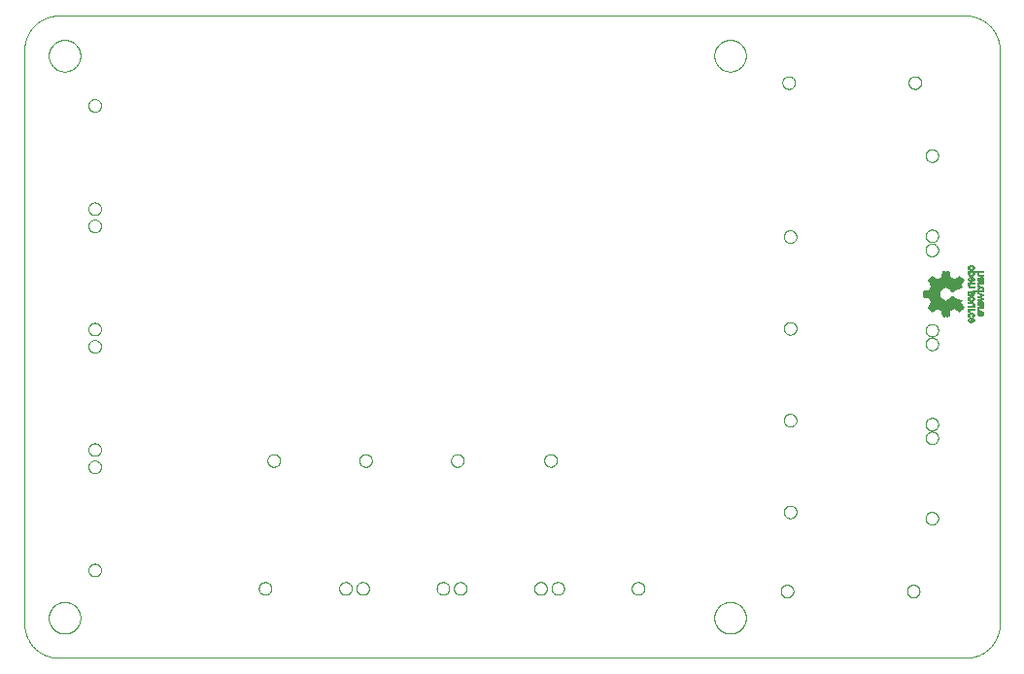
<source format=gbo>
G75*
%MOIN*%
%OFA0B0*%
%FSLAX25Y25*%
%IPPOS*%
%LPD*%
%AMOC8*
5,1,8,0,0,1.08239X$1,22.5*
%
%ADD10C,0.00000*%
%ADD11C,0.00039*%
%ADD12R,0.00042X0.00539*%
%ADD13R,0.00042X0.00788*%
%ADD14R,0.00042X0.00664*%
%ADD15R,0.00042X0.00456*%
%ADD16R,0.00042X0.00498*%
%ADD17R,0.00042X0.00498*%
%ADD18R,0.00041X0.00539*%
%ADD19R,0.00041X0.01452*%
%ADD20R,0.00041X0.00830*%
%ADD21R,0.00041X0.00498*%
%ADD22R,0.00041X0.00498*%
%ADD23R,0.00041X0.00996*%
%ADD24R,0.00041X0.01494*%
%ADD25R,0.00041X0.01120*%
%ADD26R,0.00041X0.01577*%
%ADD27R,0.00041X0.00581*%
%ADD28R,0.00041X0.01536*%
%ADD29R,0.00041X0.01245*%
%ADD30R,0.00041X0.01619*%
%ADD31R,0.00041X0.01535*%
%ADD32R,0.00041X0.00581*%
%ADD33R,0.00041X0.01369*%
%ADD34R,0.00041X0.00622*%
%ADD35R,0.00041X0.01660*%
%ADD36R,0.00041X0.00664*%
%ADD37R,0.00041X0.01702*%
%ADD38R,0.00042X0.01702*%
%ADD39R,0.00042X0.01660*%
%ADD40R,0.00042X0.00705*%
%ADD41R,0.00042X0.01619*%
%ADD42R,0.00041X0.01743*%
%ADD43R,0.00041X0.00705*%
%ADD44R,0.00041X0.00706*%
%ADD45R,0.00041X0.00747*%
%ADD46R,0.00041X0.00788*%
%ADD47R,0.00041X0.00789*%
%ADD48R,0.00041X0.00373*%
%ADD49R,0.00041X0.00249*%
%ADD50R,0.00041X0.00166*%
%ADD51R,0.00041X0.00871*%
%ADD52R,0.00041X0.00872*%
%ADD53R,0.00041X0.00083*%
%ADD54R,0.00041X0.00913*%
%ADD55R,0.00042X0.00913*%
%ADD56R,0.00041X0.00954*%
%ADD57R,0.00041X0.00955*%
%ADD58R,0.00041X0.01826*%
%ADD59R,0.00041X0.00456*%
%ADD60R,0.00041X0.01038*%
%ADD61R,0.00042X0.01826*%
%ADD62R,0.00041X0.01245*%
%ADD63R,0.00042X0.00581*%
%ADD64R,0.00042X0.00872*%
%ADD65R,0.00041X0.00124*%
%ADD66R,0.00041X0.00207*%
%ADD67R,0.00041X0.00415*%
%ADD68R,0.00041X0.01286*%
%ADD69R,0.00041X0.01328*%
%ADD70R,0.00042X0.01369*%
%ADD71R,0.00042X0.00622*%
%ADD72R,0.00042X0.01577*%
%ADD73R,0.00042X0.01494*%
%ADD74R,0.00041X0.01411*%
%ADD75R,0.00041X0.01328*%
%ADD76R,0.00041X0.01453*%
%ADD77R,0.00041X0.01162*%
%ADD78R,0.00041X0.01079*%
%ADD79R,0.00042X0.00415*%
%ADD80R,0.00042X0.00830*%
%ADD81R,0.00041X0.00332*%
%ADD82R,0.00041X0.00415*%
%ADD83R,0.00041X0.01203*%
%ADD84R,0.00041X0.01162*%
%ADD85R,0.00042X0.01328*%
%ADD86R,0.00042X0.01411*%
%ADD87R,0.00042X0.01536*%
%ADD88R,0.00042X0.01618*%
%ADD89R,0.00041X0.01618*%
%ADD90R,0.00041X0.01784*%
%ADD91R,0.00041X0.01701*%
%ADD92R,0.00041X0.00664*%
%ADD93R,0.00042X0.00581*%
%ADD94R,0.00042X0.00166*%
%ADD95R,0.00042X0.00291*%
%ADD96R,0.00042X0.00208*%
%ADD97R,0.00041X0.00208*%
%ADD98R,0.00041X0.00125*%
%ADD99R,0.00041X0.00041*%
%ADD100R,0.00042X0.01743*%
%ADD101R,0.00042X0.01784*%
%ADD102R,0.00042X0.01286*%
%ADD103R,0.00041X0.00291*%
%ADD104R,0.00042X0.01245*%
%ADD105R,0.00042X0.01120*%
%ADD106R,0.00042X0.01328*%
%ADD107R,0.00042X0.01162*%
%ADD108R,0.00042X0.01203*%
%ADD109R,0.00042X0.00373*%
%ADD110R,0.00042X0.01162*%
%ADD111R,0.00041X0.01867*%
%ADD112R,0.00042X0.01992*%
%ADD113R,0.00042X0.00249*%
%ADD114R,0.00041X0.02075*%
%ADD115R,0.00041X0.02199*%
%ADD116R,0.00041X0.02282*%
%ADD117R,0.00041X0.02407*%
%ADD118R,0.00041X0.02490*%
%ADD119R,0.00041X0.02490*%
%ADD120R,0.00041X0.02614*%
%ADD121R,0.00041X0.02697*%
%ADD122R,0.00041X0.03818*%
%ADD123R,0.00042X0.03859*%
%ADD124R,0.00041X0.03942*%
%ADD125R,0.00041X0.03984*%
%ADD126R,0.00041X0.04067*%
%ADD127R,0.00041X0.04108*%
%ADD128R,0.00041X0.04150*%
%ADD129R,0.00041X0.04233*%
%ADD130R,0.00041X0.04274*%
%ADD131R,0.00041X0.04275*%
%ADD132R,0.00042X0.04316*%
%ADD133R,0.00041X0.04358*%
%ADD134R,0.00041X0.04316*%
%ADD135R,0.00042X0.04233*%
%ADD136R,0.00041X0.04191*%
%ADD137R,0.00041X0.04192*%
%ADD138R,0.00042X0.04108*%
%ADD139R,0.00041X0.04067*%
%ADD140R,0.00041X0.04025*%
%ADD141R,0.00042X0.04025*%
%ADD142R,0.00041X0.03984*%
%ADD143R,0.00042X0.03984*%
%ADD144R,0.00041X0.04357*%
%ADD145R,0.00041X0.04399*%
%ADD146R,0.00041X0.04440*%
%ADD147R,0.00042X0.04523*%
%ADD148R,0.00041X0.04523*%
%ADD149R,0.00041X0.04565*%
%ADD150R,0.00041X0.04565*%
%ADD151R,0.00041X0.04606*%
%ADD152R,0.00041X0.04689*%
%ADD153R,0.00042X0.04648*%
%ADD154R,0.00042X0.04648*%
%ADD155R,0.00041X0.04482*%
%ADD156R,0.00041X0.04441*%
%ADD157R,0.00042X0.04357*%
%ADD158R,0.00041X0.04731*%
%ADD159R,0.00041X0.04897*%
%ADD160R,0.00042X0.05105*%
%ADD161R,0.00042X0.05104*%
%ADD162R,0.00041X0.05270*%
%ADD163R,0.00041X0.05436*%
%ADD164R,0.00041X0.05685*%
%ADD165R,0.00041X0.05852*%
%ADD166R,0.00041X0.05893*%
%ADD167R,0.00042X0.05851*%
%ADD168R,0.00042X0.05852*%
%ADD169R,0.00041X0.05851*%
%ADD170R,0.00041X0.05810*%
%ADD171R,0.00041X0.05768*%
%ADD172R,0.00042X0.05727*%
%ADD173R,0.00041X0.05727*%
%ADD174R,0.00042X0.05685*%
%ADD175R,0.00041X0.05644*%
%ADD176R,0.00042X0.05644*%
%ADD177R,0.00042X0.05810*%
%ADD178R,0.00041X0.05478*%
%ADD179R,0.00041X0.05104*%
%ADD180R,0.00041X0.04772*%
%ADD181R,0.00041X0.05022*%
%ADD182R,0.00041X0.10831*%
%ADD183R,0.00041X0.10748*%
%ADD184R,0.00042X0.10665*%
%ADD185R,0.00041X0.10665*%
%ADD186R,0.00041X0.10582*%
%ADD187R,0.00041X0.10499*%
%ADD188R,0.00041X0.10416*%
%ADD189R,0.00042X0.10416*%
%ADD190R,0.00041X0.10333*%
%ADD191R,0.00041X0.10250*%
%ADD192R,0.00041X0.10167*%
%ADD193R,0.00042X0.10167*%
%ADD194R,0.00041X0.10084*%
%ADD195R,0.00042X0.10499*%
%ADD196R,0.00041X0.10914*%
%ADD197R,0.00042X0.10914*%
%ADD198R,0.00041X0.10997*%
%ADD199R,0.00041X0.11080*%
%ADD200R,0.00041X0.11163*%
%ADD201R,0.00041X0.11246*%
%ADD202R,0.00041X0.11329*%
%ADD203R,0.00042X0.11413*%
%ADD204R,0.00041X0.11495*%
%ADD205R,0.00041X0.11578*%
%ADD206R,0.00041X0.11661*%
%ADD207R,0.00041X0.11744*%
%ADD208R,0.00041X0.11827*%
%ADD209R,0.00042X0.11910*%
%ADD210R,0.00041X0.11993*%
%ADD211R,0.00041X0.12077*%
%ADD212R,0.00041X0.12159*%
%ADD213R,0.00041X0.12242*%
%ADD214R,0.00041X0.12325*%
%ADD215R,0.00042X0.12325*%
%ADD216R,0.00041X0.12408*%
%ADD217R,0.00041X0.02863*%
%ADD218R,0.00041X0.05602*%
%ADD219R,0.00041X0.02739*%
%ADD220R,0.00041X0.05353*%
%ADD221R,0.00041X0.02656*%
%ADD222R,0.00041X0.05187*%
%ADD223R,0.00041X0.02531*%
%ADD224R,0.00041X0.04938*%
%ADD225R,0.00041X0.02448*%
%ADD226R,0.00041X0.02366*%
%ADD227R,0.00041X0.02324*%
%ADD228R,0.00042X0.02241*%
%ADD229R,0.00041X0.02158*%
%ADD230R,0.00041X0.02033*%
%ADD231R,0.00041X0.01950*%
%ADD232R,0.00041X0.03777*%
%ADD233R,0.00041X0.01826*%
%ADD234R,0.00041X0.03527*%
%ADD235R,0.00041X0.03361*%
%ADD236R,0.00041X0.03112*%
%ADD237R,0.00041X0.03029*%
%ADD238R,0.00042X0.02946*%
%ADD239R,0.00041X0.02946*%
%ADD240R,0.00042X0.02863*%
%ADD241R,0.00041X0.02780*%
%ADD242R,0.00042X0.02697*%
%ADD243R,0.00042X0.02614*%
%ADD244R,0.00042X0.02448*%
%ADD245R,0.00041X0.02365*%
%ADD246R,0.00042X0.02282*%
D10*
X0015158Y0004607D02*
X0326182Y0004607D01*
X0326467Y0004610D01*
X0326753Y0004621D01*
X0327038Y0004638D01*
X0327322Y0004662D01*
X0327606Y0004693D01*
X0327889Y0004731D01*
X0328170Y0004776D01*
X0328451Y0004827D01*
X0328731Y0004885D01*
X0329009Y0004950D01*
X0329285Y0005022D01*
X0329559Y0005100D01*
X0329832Y0005185D01*
X0330102Y0005277D01*
X0330370Y0005375D01*
X0330636Y0005479D01*
X0330899Y0005590D01*
X0331159Y0005707D01*
X0331417Y0005830D01*
X0331671Y0005960D01*
X0331922Y0006096D01*
X0332170Y0006237D01*
X0332414Y0006385D01*
X0332655Y0006538D01*
X0332891Y0006698D01*
X0333124Y0006863D01*
X0333353Y0007033D01*
X0333578Y0007209D01*
X0333798Y0007391D01*
X0334014Y0007577D01*
X0334225Y0007769D01*
X0334432Y0007966D01*
X0334634Y0008168D01*
X0334831Y0008375D01*
X0335023Y0008586D01*
X0335209Y0008802D01*
X0335391Y0009022D01*
X0335567Y0009247D01*
X0335737Y0009476D01*
X0335902Y0009709D01*
X0336062Y0009945D01*
X0336215Y0010186D01*
X0336363Y0010430D01*
X0336504Y0010678D01*
X0336640Y0010929D01*
X0336770Y0011183D01*
X0336893Y0011441D01*
X0337010Y0011701D01*
X0337121Y0011964D01*
X0337225Y0012230D01*
X0337323Y0012498D01*
X0337415Y0012768D01*
X0337500Y0013041D01*
X0337578Y0013315D01*
X0337650Y0013591D01*
X0337715Y0013869D01*
X0337773Y0014149D01*
X0337824Y0014430D01*
X0337869Y0014711D01*
X0337907Y0014994D01*
X0337938Y0015278D01*
X0337962Y0015562D01*
X0337979Y0015847D01*
X0337990Y0016133D01*
X0337993Y0016418D01*
X0337993Y0213269D01*
X0337990Y0213554D01*
X0337979Y0213840D01*
X0337962Y0214125D01*
X0337938Y0214409D01*
X0337907Y0214693D01*
X0337869Y0214976D01*
X0337824Y0215257D01*
X0337773Y0215538D01*
X0337715Y0215818D01*
X0337650Y0216096D01*
X0337578Y0216372D01*
X0337500Y0216646D01*
X0337415Y0216919D01*
X0337323Y0217189D01*
X0337225Y0217457D01*
X0337121Y0217723D01*
X0337010Y0217986D01*
X0336893Y0218246D01*
X0336770Y0218504D01*
X0336640Y0218758D01*
X0336504Y0219009D01*
X0336363Y0219257D01*
X0336215Y0219501D01*
X0336062Y0219742D01*
X0335902Y0219978D01*
X0335737Y0220211D01*
X0335567Y0220440D01*
X0335391Y0220665D01*
X0335209Y0220885D01*
X0335023Y0221101D01*
X0334831Y0221312D01*
X0334634Y0221519D01*
X0334432Y0221721D01*
X0334225Y0221918D01*
X0334014Y0222110D01*
X0333798Y0222296D01*
X0333578Y0222478D01*
X0333353Y0222654D01*
X0333124Y0222824D01*
X0332891Y0222989D01*
X0332655Y0223149D01*
X0332414Y0223302D01*
X0332170Y0223450D01*
X0331922Y0223591D01*
X0331671Y0223727D01*
X0331417Y0223857D01*
X0331159Y0223980D01*
X0330899Y0224097D01*
X0330636Y0224208D01*
X0330370Y0224312D01*
X0330102Y0224410D01*
X0329832Y0224502D01*
X0329559Y0224587D01*
X0329285Y0224665D01*
X0329009Y0224737D01*
X0328731Y0224802D01*
X0328451Y0224860D01*
X0328170Y0224911D01*
X0327889Y0224956D01*
X0327606Y0224994D01*
X0327322Y0225025D01*
X0327038Y0225049D01*
X0326753Y0225066D01*
X0326467Y0225077D01*
X0326182Y0225080D01*
X0015158Y0225080D01*
X0014873Y0225077D01*
X0014587Y0225066D01*
X0014302Y0225049D01*
X0014018Y0225025D01*
X0013734Y0224994D01*
X0013451Y0224956D01*
X0013170Y0224911D01*
X0012889Y0224860D01*
X0012609Y0224802D01*
X0012331Y0224737D01*
X0012055Y0224665D01*
X0011781Y0224587D01*
X0011508Y0224502D01*
X0011238Y0224410D01*
X0010970Y0224312D01*
X0010704Y0224208D01*
X0010441Y0224097D01*
X0010181Y0223980D01*
X0009923Y0223857D01*
X0009669Y0223727D01*
X0009418Y0223591D01*
X0009170Y0223450D01*
X0008926Y0223302D01*
X0008685Y0223149D01*
X0008449Y0222989D01*
X0008216Y0222824D01*
X0007987Y0222654D01*
X0007762Y0222478D01*
X0007542Y0222296D01*
X0007326Y0222110D01*
X0007115Y0221918D01*
X0006908Y0221721D01*
X0006706Y0221519D01*
X0006509Y0221312D01*
X0006317Y0221101D01*
X0006131Y0220885D01*
X0005949Y0220665D01*
X0005773Y0220440D01*
X0005603Y0220211D01*
X0005438Y0219978D01*
X0005278Y0219742D01*
X0005125Y0219501D01*
X0004977Y0219257D01*
X0004836Y0219009D01*
X0004700Y0218758D01*
X0004570Y0218504D01*
X0004447Y0218246D01*
X0004330Y0217986D01*
X0004219Y0217723D01*
X0004115Y0217457D01*
X0004017Y0217189D01*
X0003925Y0216919D01*
X0003840Y0216646D01*
X0003762Y0216372D01*
X0003690Y0216096D01*
X0003625Y0215818D01*
X0003567Y0215538D01*
X0003516Y0215257D01*
X0003471Y0214976D01*
X0003433Y0214693D01*
X0003402Y0214409D01*
X0003378Y0214125D01*
X0003361Y0213840D01*
X0003350Y0213554D01*
X0003347Y0213269D01*
X0003347Y0016418D01*
X0003350Y0016133D01*
X0003361Y0015847D01*
X0003378Y0015562D01*
X0003402Y0015278D01*
X0003433Y0014994D01*
X0003471Y0014711D01*
X0003516Y0014430D01*
X0003567Y0014149D01*
X0003625Y0013869D01*
X0003690Y0013591D01*
X0003762Y0013315D01*
X0003840Y0013041D01*
X0003925Y0012768D01*
X0004017Y0012498D01*
X0004115Y0012230D01*
X0004219Y0011964D01*
X0004330Y0011701D01*
X0004447Y0011441D01*
X0004570Y0011183D01*
X0004700Y0010929D01*
X0004836Y0010678D01*
X0004977Y0010430D01*
X0005125Y0010186D01*
X0005278Y0009945D01*
X0005438Y0009709D01*
X0005603Y0009476D01*
X0005773Y0009247D01*
X0005949Y0009022D01*
X0006131Y0008802D01*
X0006317Y0008586D01*
X0006509Y0008375D01*
X0006706Y0008168D01*
X0006908Y0007966D01*
X0007115Y0007769D01*
X0007326Y0007577D01*
X0007542Y0007391D01*
X0007762Y0007209D01*
X0007987Y0007033D01*
X0008216Y0006863D01*
X0008449Y0006698D01*
X0008685Y0006538D01*
X0008926Y0006385D01*
X0009170Y0006237D01*
X0009418Y0006096D01*
X0009669Y0005960D01*
X0009923Y0005830D01*
X0010181Y0005707D01*
X0010441Y0005590D01*
X0010704Y0005479D01*
X0010970Y0005375D01*
X0011238Y0005277D01*
X0011508Y0005185D01*
X0011781Y0005100D01*
X0012055Y0005022D01*
X0012331Y0004950D01*
X0012609Y0004885D01*
X0012889Y0004827D01*
X0013170Y0004776D01*
X0013451Y0004731D01*
X0013734Y0004693D01*
X0014018Y0004662D01*
X0014302Y0004638D01*
X0014587Y0004621D01*
X0014873Y0004610D01*
X0015158Y0004607D01*
X0025316Y0034765D02*
X0025318Y0034858D01*
X0025324Y0034950D01*
X0025334Y0035042D01*
X0025348Y0035133D01*
X0025365Y0035224D01*
X0025387Y0035314D01*
X0025412Y0035403D01*
X0025441Y0035491D01*
X0025474Y0035577D01*
X0025511Y0035662D01*
X0025551Y0035746D01*
X0025595Y0035827D01*
X0025642Y0035907D01*
X0025692Y0035985D01*
X0025746Y0036060D01*
X0025803Y0036133D01*
X0025863Y0036203D01*
X0025926Y0036271D01*
X0025992Y0036336D01*
X0026060Y0036398D01*
X0026131Y0036458D01*
X0026205Y0036514D01*
X0026281Y0036567D01*
X0026359Y0036616D01*
X0026439Y0036663D01*
X0026521Y0036705D01*
X0026605Y0036745D01*
X0026690Y0036780D01*
X0026777Y0036812D01*
X0026865Y0036841D01*
X0026954Y0036865D01*
X0027044Y0036886D01*
X0027135Y0036902D01*
X0027227Y0036915D01*
X0027319Y0036924D01*
X0027412Y0036929D01*
X0027504Y0036930D01*
X0027597Y0036927D01*
X0027689Y0036920D01*
X0027781Y0036909D01*
X0027872Y0036894D01*
X0027963Y0036876D01*
X0028053Y0036853D01*
X0028141Y0036827D01*
X0028229Y0036797D01*
X0028315Y0036763D01*
X0028399Y0036726D01*
X0028482Y0036684D01*
X0028563Y0036640D01*
X0028643Y0036592D01*
X0028720Y0036541D01*
X0028794Y0036486D01*
X0028867Y0036428D01*
X0028937Y0036368D01*
X0029004Y0036304D01*
X0029068Y0036238D01*
X0029130Y0036168D01*
X0029188Y0036097D01*
X0029243Y0036023D01*
X0029295Y0035946D01*
X0029344Y0035867D01*
X0029390Y0035787D01*
X0029432Y0035704D01*
X0029470Y0035620D01*
X0029505Y0035534D01*
X0029536Y0035447D01*
X0029563Y0035359D01*
X0029586Y0035269D01*
X0029606Y0035179D01*
X0029622Y0035088D01*
X0029634Y0034996D01*
X0029642Y0034904D01*
X0029646Y0034811D01*
X0029646Y0034719D01*
X0029642Y0034626D01*
X0029634Y0034534D01*
X0029622Y0034442D01*
X0029606Y0034351D01*
X0029586Y0034261D01*
X0029563Y0034171D01*
X0029536Y0034083D01*
X0029505Y0033996D01*
X0029470Y0033910D01*
X0029432Y0033826D01*
X0029390Y0033743D01*
X0029344Y0033663D01*
X0029295Y0033584D01*
X0029243Y0033507D01*
X0029188Y0033433D01*
X0029130Y0033362D01*
X0029068Y0033292D01*
X0029004Y0033226D01*
X0028937Y0033162D01*
X0028867Y0033102D01*
X0028794Y0033044D01*
X0028720Y0032989D01*
X0028643Y0032938D01*
X0028564Y0032890D01*
X0028482Y0032846D01*
X0028399Y0032804D01*
X0028315Y0032767D01*
X0028229Y0032733D01*
X0028141Y0032703D01*
X0028053Y0032677D01*
X0027963Y0032654D01*
X0027872Y0032636D01*
X0027781Y0032621D01*
X0027689Y0032610D01*
X0027597Y0032603D01*
X0027504Y0032600D01*
X0027412Y0032601D01*
X0027319Y0032606D01*
X0027227Y0032615D01*
X0027135Y0032628D01*
X0027044Y0032644D01*
X0026954Y0032665D01*
X0026865Y0032689D01*
X0026777Y0032718D01*
X0026690Y0032750D01*
X0026605Y0032785D01*
X0026521Y0032825D01*
X0026439Y0032867D01*
X0026359Y0032914D01*
X0026281Y0032963D01*
X0026205Y0033016D01*
X0026131Y0033072D01*
X0026060Y0033132D01*
X0025992Y0033194D01*
X0025926Y0033259D01*
X0025863Y0033327D01*
X0025803Y0033397D01*
X0025746Y0033470D01*
X0025692Y0033545D01*
X0025642Y0033623D01*
X0025595Y0033703D01*
X0025551Y0033784D01*
X0025511Y0033868D01*
X0025474Y0033953D01*
X0025441Y0034039D01*
X0025412Y0034127D01*
X0025387Y0034216D01*
X0025365Y0034306D01*
X0025348Y0034397D01*
X0025334Y0034488D01*
X0025324Y0034580D01*
X0025318Y0034672D01*
X0025316Y0034765D01*
X0025316Y0070198D02*
X0025318Y0070291D01*
X0025324Y0070383D01*
X0025334Y0070475D01*
X0025348Y0070566D01*
X0025365Y0070657D01*
X0025387Y0070747D01*
X0025412Y0070836D01*
X0025441Y0070924D01*
X0025474Y0071010D01*
X0025511Y0071095D01*
X0025551Y0071179D01*
X0025595Y0071260D01*
X0025642Y0071340D01*
X0025692Y0071418D01*
X0025746Y0071493D01*
X0025803Y0071566D01*
X0025863Y0071636D01*
X0025926Y0071704D01*
X0025992Y0071769D01*
X0026060Y0071831D01*
X0026131Y0071891D01*
X0026205Y0071947D01*
X0026281Y0072000D01*
X0026359Y0072049D01*
X0026439Y0072096D01*
X0026521Y0072138D01*
X0026605Y0072178D01*
X0026690Y0072213D01*
X0026777Y0072245D01*
X0026865Y0072274D01*
X0026954Y0072298D01*
X0027044Y0072319D01*
X0027135Y0072335D01*
X0027227Y0072348D01*
X0027319Y0072357D01*
X0027412Y0072362D01*
X0027504Y0072363D01*
X0027597Y0072360D01*
X0027689Y0072353D01*
X0027781Y0072342D01*
X0027872Y0072327D01*
X0027963Y0072309D01*
X0028053Y0072286D01*
X0028141Y0072260D01*
X0028229Y0072230D01*
X0028315Y0072196D01*
X0028399Y0072159D01*
X0028482Y0072117D01*
X0028563Y0072073D01*
X0028643Y0072025D01*
X0028720Y0071974D01*
X0028794Y0071919D01*
X0028867Y0071861D01*
X0028937Y0071801D01*
X0029004Y0071737D01*
X0029068Y0071671D01*
X0029130Y0071601D01*
X0029188Y0071530D01*
X0029243Y0071456D01*
X0029295Y0071379D01*
X0029344Y0071300D01*
X0029390Y0071220D01*
X0029432Y0071137D01*
X0029470Y0071053D01*
X0029505Y0070967D01*
X0029536Y0070880D01*
X0029563Y0070792D01*
X0029586Y0070702D01*
X0029606Y0070612D01*
X0029622Y0070521D01*
X0029634Y0070429D01*
X0029642Y0070337D01*
X0029646Y0070244D01*
X0029646Y0070152D01*
X0029642Y0070059D01*
X0029634Y0069967D01*
X0029622Y0069875D01*
X0029606Y0069784D01*
X0029586Y0069694D01*
X0029563Y0069604D01*
X0029536Y0069516D01*
X0029505Y0069429D01*
X0029470Y0069343D01*
X0029432Y0069259D01*
X0029390Y0069176D01*
X0029344Y0069096D01*
X0029295Y0069017D01*
X0029243Y0068940D01*
X0029188Y0068866D01*
X0029130Y0068795D01*
X0029068Y0068725D01*
X0029004Y0068659D01*
X0028937Y0068595D01*
X0028867Y0068535D01*
X0028794Y0068477D01*
X0028720Y0068422D01*
X0028643Y0068371D01*
X0028564Y0068323D01*
X0028482Y0068279D01*
X0028399Y0068237D01*
X0028315Y0068200D01*
X0028229Y0068166D01*
X0028141Y0068136D01*
X0028053Y0068110D01*
X0027963Y0068087D01*
X0027872Y0068069D01*
X0027781Y0068054D01*
X0027689Y0068043D01*
X0027597Y0068036D01*
X0027504Y0068033D01*
X0027412Y0068034D01*
X0027319Y0068039D01*
X0027227Y0068048D01*
X0027135Y0068061D01*
X0027044Y0068077D01*
X0026954Y0068098D01*
X0026865Y0068122D01*
X0026777Y0068151D01*
X0026690Y0068183D01*
X0026605Y0068218D01*
X0026521Y0068258D01*
X0026439Y0068300D01*
X0026359Y0068347D01*
X0026281Y0068396D01*
X0026205Y0068449D01*
X0026131Y0068505D01*
X0026060Y0068565D01*
X0025992Y0068627D01*
X0025926Y0068692D01*
X0025863Y0068760D01*
X0025803Y0068830D01*
X0025746Y0068903D01*
X0025692Y0068978D01*
X0025642Y0069056D01*
X0025595Y0069136D01*
X0025551Y0069217D01*
X0025511Y0069301D01*
X0025474Y0069386D01*
X0025441Y0069472D01*
X0025412Y0069560D01*
X0025387Y0069649D01*
X0025365Y0069739D01*
X0025348Y0069830D01*
X0025334Y0069921D01*
X0025324Y0070013D01*
X0025318Y0070105D01*
X0025316Y0070198D01*
X0025316Y0076103D02*
X0025318Y0076196D01*
X0025324Y0076288D01*
X0025334Y0076380D01*
X0025348Y0076471D01*
X0025365Y0076562D01*
X0025387Y0076652D01*
X0025412Y0076741D01*
X0025441Y0076829D01*
X0025474Y0076915D01*
X0025511Y0077000D01*
X0025551Y0077084D01*
X0025595Y0077165D01*
X0025642Y0077245D01*
X0025692Y0077323D01*
X0025746Y0077398D01*
X0025803Y0077471D01*
X0025863Y0077541D01*
X0025926Y0077609D01*
X0025992Y0077674D01*
X0026060Y0077736D01*
X0026131Y0077796D01*
X0026205Y0077852D01*
X0026281Y0077905D01*
X0026359Y0077954D01*
X0026439Y0078001D01*
X0026521Y0078043D01*
X0026605Y0078083D01*
X0026690Y0078118D01*
X0026777Y0078150D01*
X0026865Y0078179D01*
X0026954Y0078203D01*
X0027044Y0078224D01*
X0027135Y0078240D01*
X0027227Y0078253D01*
X0027319Y0078262D01*
X0027412Y0078267D01*
X0027504Y0078268D01*
X0027597Y0078265D01*
X0027689Y0078258D01*
X0027781Y0078247D01*
X0027872Y0078232D01*
X0027963Y0078214D01*
X0028053Y0078191D01*
X0028141Y0078165D01*
X0028229Y0078135D01*
X0028315Y0078101D01*
X0028399Y0078064D01*
X0028482Y0078022D01*
X0028563Y0077978D01*
X0028643Y0077930D01*
X0028720Y0077879D01*
X0028794Y0077824D01*
X0028867Y0077766D01*
X0028937Y0077706D01*
X0029004Y0077642D01*
X0029068Y0077576D01*
X0029130Y0077506D01*
X0029188Y0077435D01*
X0029243Y0077361D01*
X0029295Y0077284D01*
X0029344Y0077205D01*
X0029390Y0077125D01*
X0029432Y0077042D01*
X0029470Y0076958D01*
X0029505Y0076872D01*
X0029536Y0076785D01*
X0029563Y0076697D01*
X0029586Y0076607D01*
X0029606Y0076517D01*
X0029622Y0076426D01*
X0029634Y0076334D01*
X0029642Y0076242D01*
X0029646Y0076149D01*
X0029646Y0076057D01*
X0029642Y0075964D01*
X0029634Y0075872D01*
X0029622Y0075780D01*
X0029606Y0075689D01*
X0029586Y0075599D01*
X0029563Y0075509D01*
X0029536Y0075421D01*
X0029505Y0075334D01*
X0029470Y0075248D01*
X0029432Y0075164D01*
X0029390Y0075081D01*
X0029344Y0075001D01*
X0029295Y0074922D01*
X0029243Y0074845D01*
X0029188Y0074771D01*
X0029130Y0074700D01*
X0029068Y0074630D01*
X0029004Y0074564D01*
X0028937Y0074500D01*
X0028867Y0074440D01*
X0028794Y0074382D01*
X0028720Y0074327D01*
X0028643Y0074276D01*
X0028564Y0074228D01*
X0028482Y0074184D01*
X0028399Y0074142D01*
X0028315Y0074105D01*
X0028229Y0074071D01*
X0028141Y0074041D01*
X0028053Y0074015D01*
X0027963Y0073992D01*
X0027872Y0073974D01*
X0027781Y0073959D01*
X0027689Y0073948D01*
X0027597Y0073941D01*
X0027504Y0073938D01*
X0027412Y0073939D01*
X0027319Y0073944D01*
X0027227Y0073953D01*
X0027135Y0073966D01*
X0027044Y0073982D01*
X0026954Y0074003D01*
X0026865Y0074027D01*
X0026777Y0074056D01*
X0026690Y0074088D01*
X0026605Y0074123D01*
X0026521Y0074163D01*
X0026439Y0074205D01*
X0026359Y0074252D01*
X0026281Y0074301D01*
X0026205Y0074354D01*
X0026131Y0074410D01*
X0026060Y0074470D01*
X0025992Y0074532D01*
X0025926Y0074597D01*
X0025863Y0074665D01*
X0025803Y0074735D01*
X0025746Y0074808D01*
X0025692Y0074883D01*
X0025642Y0074961D01*
X0025595Y0075041D01*
X0025551Y0075122D01*
X0025511Y0075206D01*
X0025474Y0075291D01*
X0025441Y0075377D01*
X0025412Y0075465D01*
X0025387Y0075554D01*
X0025365Y0075644D01*
X0025348Y0075735D01*
X0025334Y0075826D01*
X0025324Y0075918D01*
X0025318Y0076010D01*
X0025316Y0076103D01*
X0025316Y0111536D02*
X0025318Y0111629D01*
X0025324Y0111721D01*
X0025334Y0111813D01*
X0025348Y0111904D01*
X0025365Y0111995D01*
X0025387Y0112085D01*
X0025412Y0112174D01*
X0025441Y0112262D01*
X0025474Y0112348D01*
X0025511Y0112433D01*
X0025551Y0112517D01*
X0025595Y0112598D01*
X0025642Y0112678D01*
X0025692Y0112756D01*
X0025746Y0112831D01*
X0025803Y0112904D01*
X0025863Y0112974D01*
X0025926Y0113042D01*
X0025992Y0113107D01*
X0026060Y0113169D01*
X0026131Y0113229D01*
X0026205Y0113285D01*
X0026281Y0113338D01*
X0026359Y0113387D01*
X0026439Y0113434D01*
X0026521Y0113476D01*
X0026605Y0113516D01*
X0026690Y0113551D01*
X0026777Y0113583D01*
X0026865Y0113612D01*
X0026954Y0113636D01*
X0027044Y0113657D01*
X0027135Y0113673D01*
X0027227Y0113686D01*
X0027319Y0113695D01*
X0027412Y0113700D01*
X0027504Y0113701D01*
X0027597Y0113698D01*
X0027689Y0113691D01*
X0027781Y0113680D01*
X0027872Y0113665D01*
X0027963Y0113647D01*
X0028053Y0113624D01*
X0028141Y0113598D01*
X0028229Y0113568D01*
X0028315Y0113534D01*
X0028399Y0113497D01*
X0028482Y0113455D01*
X0028563Y0113411D01*
X0028643Y0113363D01*
X0028720Y0113312D01*
X0028794Y0113257D01*
X0028867Y0113199D01*
X0028937Y0113139D01*
X0029004Y0113075D01*
X0029068Y0113009D01*
X0029130Y0112939D01*
X0029188Y0112868D01*
X0029243Y0112794D01*
X0029295Y0112717D01*
X0029344Y0112638D01*
X0029390Y0112558D01*
X0029432Y0112475D01*
X0029470Y0112391D01*
X0029505Y0112305D01*
X0029536Y0112218D01*
X0029563Y0112130D01*
X0029586Y0112040D01*
X0029606Y0111950D01*
X0029622Y0111859D01*
X0029634Y0111767D01*
X0029642Y0111675D01*
X0029646Y0111582D01*
X0029646Y0111490D01*
X0029642Y0111397D01*
X0029634Y0111305D01*
X0029622Y0111213D01*
X0029606Y0111122D01*
X0029586Y0111032D01*
X0029563Y0110942D01*
X0029536Y0110854D01*
X0029505Y0110767D01*
X0029470Y0110681D01*
X0029432Y0110597D01*
X0029390Y0110514D01*
X0029344Y0110434D01*
X0029295Y0110355D01*
X0029243Y0110278D01*
X0029188Y0110204D01*
X0029130Y0110133D01*
X0029068Y0110063D01*
X0029004Y0109997D01*
X0028937Y0109933D01*
X0028867Y0109873D01*
X0028794Y0109815D01*
X0028720Y0109760D01*
X0028643Y0109709D01*
X0028564Y0109661D01*
X0028482Y0109617D01*
X0028399Y0109575D01*
X0028315Y0109538D01*
X0028229Y0109504D01*
X0028141Y0109474D01*
X0028053Y0109448D01*
X0027963Y0109425D01*
X0027872Y0109407D01*
X0027781Y0109392D01*
X0027689Y0109381D01*
X0027597Y0109374D01*
X0027504Y0109371D01*
X0027412Y0109372D01*
X0027319Y0109377D01*
X0027227Y0109386D01*
X0027135Y0109399D01*
X0027044Y0109415D01*
X0026954Y0109436D01*
X0026865Y0109460D01*
X0026777Y0109489D01*
X0026690Y0109521D01*
X0026605Y0109556D01*
X0026521Y0109596D01*
X0026439Y0109638D01*
X0026359Y0109685D01*
X0026281Y0109734D01*
X0026205Y0109787D01*
X0026131Y0109843D01*
X0026060Y0109903D01*
X0025992Y0109965D01*
X0025926Y0110030D01*
X0025863Y0110098D01*
X0025803Y0110168D01*
X0025746Y0110241D01*
X0025692Y0110316D01*
X0025642Y0110394D01*
X0025595Y0110474D01*
X0025551Y0110555D01*
X0025511Y0110639D01*
X0025474Y0110724D01*
X0025441Y0110810D01*
X0025412Y0110898D01*
X0025387Y0110987D01*
X0025365Y0111077D01*
X0025348Y0111168D01*
X0025334Y0111259D01*
X0025324Y0111351D01*
X0025318Y0111443D01*
X0025316Y0111536D01*
X0025316Y0117442D02*
X0025318Y0117535D01*
X0025324Y0117627D01*
X0025334Y0117719D01*
X0025348Y0117810D01*
X0025365Y0117901D01*
X0025387Y0117991D01*
X0025412Y0118080D01*
X0025441Y0118168D01*
X0025474Y0118254D01*
X0025511Y0118339D01*
X0025551Y0118423D01*
X0025595Y0118504D01*
X0025642Y0118584D01*
X0025692Y0118662D01*
X0025746Y0118737D01*
X0025803Y0118810D01*
X0025863Y0118880D01*
X0025926Y0118948D01*
X0025992Y0119013D01*
X0026060Y0119075D01*
X0026131Y0119135D01*
X0026205Y0119191D01*
X0026281Y0119244D01*
X0026359Y0119293D01*
X0026439Y0119340D01*
X0026521Y0119382D01*
X0026605Y0119422D01*
X0026690Y0119457D01*
X0026777Y0119489D01*
X0026865Y0119518D01*
X0026954Y0119542D01*
X0027044Y0119563D01*
X0027135Y0119579D01*
X0027227Y0119592D01*
X0027319Y0119601D01*
X0027412Y0119606D01*
X0027504Y0119607D01*
X0027597Y0119604D01*
X0027689Y0119597D01*
X0027781Y0119586D01*
X0027872Y0119571D01*
X0027963Y0119553D01*
X0028053Y0119530D01*
X0028141Y0119504D01*
X0028229Y0119474D01*
X0028315Y0119440D01*
X0028399Y0119403D01*
X0028482Y0119361D01*
X0028563Y0119317D01*
X0028643Y0119269D01*
X0028720Y0119218D01*
X0028794Y0119163D01*
X0028867Y0119105D01*
X0028937Y0119045D01*
X0029004Y0118981D01*
X0029068Y0118915D01*
X0029130Y0118845D01*
X0029188Y0118774D01*
X0029243Y0118700D01*
X0029295Y0118623D01*
X0029344Y0118544D01*
X0029390Y0118464D01*
X0029432Y0118381D01*
X0029470Y0118297D01*
X0029505Y0118211D01*
X0029536Y0118124D01*
X0029563Y0118036D01*
X0029586Y0117946D01*
X0029606Y0117856D01*
X0029622Y0117765D01*
X0029634Y0117673D01*
X0029642Y0117581D01*
X0029646Y0117488D01*
X0029646Y0117396D01*
X0029642Y0117303D01*
X0029634Y0117211D01*
X0029622Y0117119D01*
X0029606Y0117028D01*
X0029586Y0116938D01*
X0029563Y0116848D01*
X0029536Y0116760D01*
X0029505Y0116673D01*
X0029470Y0116587D01*
X0029432Y0116503D01*
X0029390Y0116420D01*
X0029344Y0116340D01*
X0029295Y0116261D01*
X0029243Y0116184D01*
X0029188Y0116110D01*
X0029130Y0116039D01*
X0029068Y0115969D01*
X0029004Y0115903D01*
X0028937Y0115839D01*
X0028867Y0115779D01*
X0028794Y0115721D01*
X0028720Y0115666D01*
X0028643Y0115615D01*
X0028564Y0115567D01*
X0028482Y0115523D01*
X0028399Y0115481D01*
X0028315Y0115444D01*
X0028229Y0115410D01*
X0028141Y0115380D01*
X0028053Y0115354D01*
X0027963Y0115331D01*
X0027872Y0115313D01*
X0027781Y0115298D01*
X0027689Y0115287D01*
X0027597Y0115280D01*
X0027504Y0115277D01*
X0027412Y0115278D01*
X0027319Y0115283D01*
X0027227Y0115292D01*
X0027135Y0115305D01*
X0027044Y0115321D01*
X0026954Y0115342D01*
X0026865Y0115366D01*
X0026777Y0115395D01*
X0026690Y0115427D01*
X0026605Y0115462D01*
X0026521Y0115502D01*
X0026439Y0115544D01*
X0026359Y0115591D01*
X0026281Y0115640D01*
X0026205Y0115693D01*
X0026131Y0115749D01*
X0026060Y0115809D01*
X0025992Y0115871D01*
X0025926Y0115936D01*
X0025863Y0116004D01*
X0025803Y0116074D01*
X0025746Y0116147D01*
X0025692Y0116222D01*
X0025642Y0116300D01*
X0025595Y0116380D01*
X0025551Y0116461D01*
X0025511Y0116545D01*
X0025474Y0116630D01*
X0025441Y0116716D01*
X0025412Y0116804D01*
X0025387Y0116893D01*
X0025365Y0116983D01*
X0025348Y0117074D01*
X0025334Y0117165D01*
X0025324Y0117257D01*
X0025318Y0117349D01*
X0025316Y0117442D01*
X0025316Y0152875D02*
X0025318Y0152968D01*
X0025324Y0153060D01*
X0025334Y0153152D01*
X0025348Y0153243D01*
X0025365Y0153334D01*
X0025387Y0153424D01*
X0025412Y0153513D01*
X0025441Y0153601D01*
X0025474Y0153687D01*
X0025511Y0153772D01*
X0025551Y0153856D01*
X0025595Y0153937D01*
X0025642Y0154017D01*
X0025692Y0154095D01*
X0025746Y0154170D01*
X0025803Y0154243D01*
X0025863Y0154313D01*
X0025926Y0154381D01*
X0025992Y0154446D01*
X0026060Y0154508D01*
X0026131Y0154568D01*
X0026205Y0154624D01*
X0026281Y0154677D01*
X0026359Y0154726D01*
X0026439Y0154773D01*
X0026521Y0154815D01*
X0026605Y0154855D01*
X0026690Y0154890D01*
X0026777Y0154922D01*
X0026865Y0154951D01*
X0026954Y0154975D01*
X0027044Y0154996D01*
X0027135Y0155012D01*
X0027227Y0155025D01*
X0027319Y0155034D01*
X0027412Y0155039D01*
X0027504Y0155040D01*
X0027597Y0155037D01*
X0027689Y0155030D01*
X0027781Y0155019D01*
X0027872Y0155004D01*
X0027963Y0154986D01*
X0028053Y0154963D01*
X0028141Y0154937D01*
X0028229Y0154907D01*
X0028315Y0154873D01*
X0028399Y0154836D01*
X0028482Y0154794D01*
X0028563Y0154750D01*
X0028643Y0154702D01*
X0028720Y0154651D01*
X0028794Y0154596D01*
X0028867Y0154538D01*
X0028937Y0154478D01*
X0029004Y0154414D01*
X0029068Y0154348D01*
X0029130Y0154278D01*
X0029188Y0154207D01*
X0029243Y0154133D01*
X0029295Y0154056D01*
X0029344Y0153977D01*
X0029390Y0153897D01*
X0029432Y0153814D01*
X0029470Y0153730D01*
X0029505Y0153644D01*
X0029536Y0153557D01*
X0029563Y0153469D01*
X0029586Y0153379D01*
X0029606Y0153289D01*
X0029622Y0153198D01*
X0029634Y0153106D01*
X0029642Y0153014D01*
X0029646Y0152921D01*
X0029646Y0152829D01*
X0029642Y0152736D01*
X0029634Y0152644D01*
X0029622Y0152552D01*
X0029606Y0152461D01*
X0029586Y0152371D01*
X0029563Y0152281D01*
X0029536Y0152193D01*
X0029505Y0152106D01*
X0029470Y0152020D01*
X0029432Y0151936D01*
X0029390Y0151853D01*
X0029344Y0151773D01*
X0029295Y0151694D01*
X0029243Y0151617D01*
X0029188Y0151543D01*
X0029130Y0151472D01*
X0029068Y0151402D01*
X0029004Y0151336D01*
X0028937Y0151272D01*
X0028867Y0151212D01*
X0028794Y0151154D01*
X0028720Y0151099D01*
X0028643Y0151048D01*
X0028564Y0151000D01*
X0028482Y0150956D01*
X0028399Y0150914D01*
X0028315Y0150877D01*
X0028229Y0150843D01*
X0028141Y0150813D01*
X0028053Y0150787D01*
X0027963Y0150764D01*
X0027872Y0150746D01*
X0027781Y0150731D01*
X0027689Y0150720D01*
X0027597Y0150713D01*
X0027504Y0150710D01*
X0027412Y0150711D01*
X0027319Y0150716D01*
X0027227Y0150725D01*
X0027135Y0150738D01*
X0027044Y0150754D01*
X0026954Y0150775D01*
X0026865Y0150799D01*
X0026777Y0150828D01*
X0026690Y0150860D01*
X0026605Y0150895D01*
X0026521Y0150935D01*
X0026439Y0150977D01*
X0026359Y0151024D01*
X0026281Y0151073D01*
X0026205Y0151126D01*
X0026131Y0151182D01*
X0026060Y0151242D01*
X0025992Y0151304D01*
X0025926Y0151369D01*
X0025863Y0151437D01*
X0025803Y0151507D01*
X0025746Y0151580D01*
X0025692Y0151655D01*
X0025642Y0151733D01*
X0025595Y0151813D01*
X0025551Y0151894D01*
X0025511Y0151978D01*
X0025474Y0152063D01*
X0025441Y0152149D01*
X0025412Y0152237D01*
X0025387Y0152326D01*
X0025365Y0152416D01*
X0025348Y0152507D01*
X0025334Y0152598D01*
X0025324Y0152690D01*
X0025318Y0152782D01*
X0025316Y0152875D01*
X0025316Y0158780D02*
X0025318Y0158873D01*
X0025324Y0158965D01*
X0025334Y0159057D01*
X0025348Y0159148D01*
X0025365Y0159239D01*
X0025387Y0159329D01*
X0025412Y0159418D01*
X0025441Y0159506D01*
X0025474Y0159592D01*
X0025511Y0159677D01*
X0025551Y0159761D01*
X0025595Y0159842D01*
X0025642Y0159922D01*
X0025692Y0160000D01*
X0025746Y0160075D01*
X0025803Y0160148D01*
X0025863Y0160218D01*
X0025926Y0160286D01*
X0025992Y0160351D01*
X0026060Y0160413D01*
X0026131Y0160473D01*
X0026205Y0160529D01*
X0026281Y0160582D01*
X0026359Y0160631D01*
X0026439Y0160678D01*
X0026521Y0160720D01*
X0026605Y0160760D01*
X0026690Y0160795D01*
X0026777Y0160827D01*
X0026865Y0160856D01*
X0026954Y0160880D01*
X0027044Y0160901D01*
X0027135Y0160917D01*
X0027227Y0160930D01*
X0027319Y0160939D01*
X0027412Y0160944D01*
X0027504Y0160945D01*
X0027597Y0160942D01*
X0027689Y0160935D01*
X0027781Y0160924D01*
X0027872Y0160909D01*
X0027963Y0160891D01*
X0028053Y0160868D01*
X0028141Y0160842D01*
X0028229Y0160812D01*
X0028315Y0160778D01*
X0028399Y0160741D01*
X0028482Y0160699D01*
X0028563Y0160655D01*
X0028643Y0160607D01*
X0028720Y0160556D01*
X0028794Y0160501D01*
X0028867Y0160443D01*
X0028937Y0160383D01*
X0029004Y0160319D01*
X0029068Y0160253D01*
X0029130Y0160183D01*
X0029188Y0160112D01*
X0029243Y0160038D01*
X0029295Y0159961D01*
X0029344Y0159882D01*
X0029390Y0159802D01*
X0029432Y0159719D01*
X0029470Y0159635D01*
X0029505Y0159549D01*
X0029536Y0159462D01*
X0029563Y0159374D01*
X0029586Y0159284D01*
X0029606Y0159194D01*
X0029622Y0159103D01*
X0029634Y0159011D01*
X0029642Y0158919D01*
X0029646Y0158826D01*
X0029646Y0158734D01*
X0029642Y0158641D01*
X0029634Y0158549D01*
X0029622Y0158457D01*
X0029606Y0158366D01*
X0029586Y0158276D01*
X0029563Y0158186D01*
X0029536Y0158098D01*
X0029505Y0158011D01*
X0029470Y0157925D01*
X0029432Y0157841D01*
X0029390Y0157758D01*
X0029344Y0157678D01*
X0029295Y0157599D01*
X0029243Y0157522D01*
X0029188Y0157448D01*
X0029130Y0157377D01*
X0029068Y0157307D01*
X0029004Y0157241D01*
X0028937Y0157177D01*
X0028867Y0157117D01*
X0028794Y0157059D01*
X0028720Y0157004D01*
X0028643Y0156953D01*
X0028564Y0156905D01*
X0028482Y0156861D01*
X0028399Y0156819D01*
X0028315Y0156782D01*
X0028229Y0156748D01*
X0028141Y0156718D01*
X0028053Y0156692D01*
X0027963Y0156669D01*
X0027872Y0156651D01*
X0027781Y0156636D01*
X0027689Y0156625D01*
X0027597Y0156618D01*
X0027504Y0156615D01*
X0027412Y0156616D01*
X0027319Y0156621D01*
X0027227Y0156630D01*
X0027135Y0156643D01*
X0027044Y0156659D01*
X0026954Y0156680D01*
X0026865Y0156704D01*
X0026777Y0156733D01*
X0026690Y0156765D01*
X0026605Y0156800D01*
X0026521Y0156840D01*
X0026439Y0156882D01*
X0026359Y0156929D01*
X0026281Y0156978D01*
X0026205Y0157031D01*
X0026131Y0157087D01*
X0026060Y0157147D01*
X0025992Y0157209D01*
X0025926Y0157274D01*
X0025863Y0157342D01*
X0025803Y0157412D01*
X0025746Y0157485D01*
X0025692Y0157560D01*
X0025642Y0157638D01*
X0025595Y0157718D01*
X0025551Y0157799D01*
X0025511Y0157883D01*
X0025474Y0157968D01*
X0025441Y0158054D01*
X0025412Y0158142D01*
X0025387Y0158231D01*
X0025365Y0158321D01*
X0025348Y0158412D01*
X0025334Y0158503D01*
X0025324Y0158595D01*
X0025318Y0158687D01*
X0025316Y0158780D01*
X0025316Y0194213D02*
X0025318Y0194306D01*
X0025324Y0194398D01*
X0025334Y0194490D01*
X0025348Y0194581D01*
X0025365Y0194672D01*
X0025387Y0194762D01*
X0025412Y0194851D01*
X0025441Y0194939D01*
X0025474Y0195025D01*
X0025511Y0195110D01*
X0025551Y0195194D01*
X0025595Y0195275D01*
X0025642Y0195355D01*
X0025692Y0195433D01*
X0025746Y0195508D01*
X0025803Y0195581D01*
X0025863Y0195651D01*
X0025926Y0195719D01*
X0025992Y0195784D01*
X0026060Y0195846D01*
X0026131Y0195906D01*
X0026205Y0195962D01*
X0026281Y0196015D01*
X0026359Y0196064D01*
X0026439Y0196111D01*
X0026521Y0196153D01*
X0026605Y0196193D01*
X0026690Y0196228D01*
X0026777Y0196260D01*
X0026865Y0196289D01*
X0026954Y0196313D01*
X0027044Y0196334D01*
X0027135Y0196350D01*
X0027227Y0196363D01*
X0027319Y0196372D01*
X0027412Y0196377D01*
X0027504Y0196378D01*
X0027597Y0196375D01*
X0027689Y0196368D01*
X0027781Y0196357D01*
X0027872Y0196342D01*
X0027963Y0196324D01*
X0028053Y0196301D01*
X0028141Y0196275D01*
X0028229Y0196245D01*
X0028315Y0196211D01*
X0028399Y0196174D01*
X0028482Y0196132D01*
X0028563Y0196088D01*
X0028643Y0196040D01*
X0028720Y0195989D01*
X0028794Y0195934D01*
X0028867Y0195876D01*
X0028937Y0195816D01*
X0029004Y0195752D01*
X0029068Y0195686D01*
X0029130Y0195616D01*
X0029188Y0195545D01*
X0029243Y0195471D01*
X0029295Y0195394D01*
X0029344Y0195315D01*
X0029390Y0195235D01*
X0029432Y0195152D01*
X0029470Y0195068D01*
X0029505Y0194982D01*
X0029536Y0194895D01*
X0029563Y0194807D01*
X0029586Y0194717D01*
X0029606Y0194627D01*
X0029622Y0194536D01*
X0029634Y0194444D01*
X0029642Y0194352D01*
X0029646Y0194259D01*
X0029646Y0194167D01*
X0029642Y0194074D01*
X0029634Y0193982D01*
X0029622Y0193890D01*
X0029606Y0193799D01*
X0029586Y0193709D01*
X0029563Y0193619D01*
X0029536Y0193531D01*
X0029505Y0193444D01*
X0029470Y0193358D01*
X0029432Y0193274D01*
X0029390Y0193191D01*
X0029344Y0193111D01*
X0029295Y0193032D01*
X0029243Y0192955D01*
X0029188Y0192881D01*
X0029130Y0192810D01*
X0029068Y0192740D01*
X0029004Y0192674D01*
X0028937Y0192610D01*
X0028867Y0192550D01*
X0028794Y0192492D01*
X0028720Y0192437D01*
X0028643Y0192386D01*
X0028564Y0192338D01*
X0028482Y0192294D01*
X0028399Y0192252D01*
X0028315Y0192215D01*
X0028229Y0192181D01*
X0028141Y0192151D01*
X0028053Y0192125D01*
X0027963Y0192102D01*
X0027872Y0192084D01*
X0027781Y0192069D01*
X0027689Y0192058D01*
X0027597Y0192051D01*
X0027504Y0192048D01*
X0027412Y0192049D01*
X0027319Y0192054D01*
X0027227Y0192063D01*
X0027135Y0192076D01*
X0027044Y0192092D01*
X0026954Y0192113D01*
X0026865Y0192137D01*
X0026777Y0192166D01*
X0026690Y0192198D01*
X0026605Y0192233D01*
X0026521Y0192273D01*
X0026439Y0192315D01*
X0026359Y0192362D01*
X0026281Y0192411D01*
X0026205Y0192464D01*
X0026131Y0192520D01*
X0026060Y0192580D01*
X0025992Y0192642D01*
X0025926Y0192707D01*
X0025863Y0192775D01*
X0025803Y0192845D01*
X0025746Y0192918D01*
X0025692Y0192993D01*
X0025642Y0193071D01*
X0025595Y0193151D01*
X0025551Y0193232D01*
X0025511Y0193316D01*
X0025474Y0193401D01*
X0025441Y0193487D01*
X0025412Y0193575D01*
X0025387Y0193664D01*
X0025365Y0193754D01*
X0025348Y0193845D01*
X0025334Y0193936D01*
X0025324Y0194028D01*
X0025318Y0194120D01*
X0025316Y0194213D01*
X0086733Y0072363D02*
X0086735Y0072456D01*
X0086741Y0072548D01*
X0086751Y0072640D01*
X0086765Y0072731D01*
X0086782Y0072822D01*
X0086804Y0072912D01*
X0086829Y0073001D01*
X0086858Y0073089D01*
X0086891Y0073175D01*
X0086928Y0073260D01*
X0086968Y0073344D01*
X0087012Y0073425D01*
X0087059Y0073505D01*
X0087109Y0073583D01*
X0087163Y0073658D01*
X0087220Y0073731D01*
X0087280Y0073801D01*
X0087343Y0073869D01*
X0087409Y0073934D01*
X0087477Y0073996D01*
X0087548Y0074056D01*
X0087622Y0074112D01*
X0087698Y0074165D01*
X0087776Y0074214D01*
X0087856Y0074261D01*
X0087938Y0074303D01*
X0088022Y0074343D01*
X0088107Y0074378D01*
X0088194Y0074410D01*
X0088282Y0074439D01*
X0088371Y0074463D01*
X0088461Y0074484D01*
X0088552Y0074500D01*
X0088644Y0074513D01*
X0088736Y0074522D01*
X0088829Y0074527D01*
X0088921Y0074528D01*
X0089014Y0074525D01*
X0089106Y0074518D01*
X0089198Y0074507D01*
X0089289Y0074492D01*
X0089380Y0074474D01*
X0089470Y0074451D01*
X0089558Y0074425D01*
X0089646Y0074395D01*
X0089732Y0074361D01*
X0089816Y0074324D01*
X0089899Y0074282D01*
X0089980Y0074238D01*
X0090060Y0074190D01*
X0090137Y0074139D01*
X0090211Y0074084D01*
X0090284Y0074026D01*
X0090354Y0073966D01*
X0090421Y0073902D01*
X0090485Y0073836D01*
X0090547Y0073766D01*
X0090605Y0073695D01*
X0090660Y0073621D01*
X0090712Y0073544D01*
X0090761Y0073465D01*
X0090807Y0073385D01*
X0090849Y0073302D01*
X0090887Y0073218D01*
X0090922Y0073132D01*
X0090953Y0073045D01*
X0090980Y0072957D01*
X0091003Y0072867D01*
X0091023Y0072777D01*
X0091039Y0072686D01*
X0091051Y0072594D01*
X0091059Y0072502D01*
X0091063Y0072409D01*
X0091063Y0072317D01*
X0091059Y0072224D01*
X0091051Y0072132D01*
X0091039Y0072040D01*
X0091023Y0071949D01*
X0091003Y0071859D01*
X0090980Y0071769D01*
X0090953Y0071681D01*
X0090922Y0071594D01*
X0090887Y0071508D01*
X0090849Y0071424D01*
X0090807Y0071341D01*
X0090761Y0071261D01*
X0090712Y0071182D01*
X0090660Y0071105D01*
X0090605Y0071031D01*
X0090547Y0070960D01*
X0090485Y0070890D01*
X0090421Y0070824D01*
X0090354Y0070760D01*
X0090284Y0070700D01*
X0090211Y0070642D01*
X0090137Y0070587D01*
X0090060Y0070536D01*
X0089981Y0070488D01*
X0089899Y0070444D01*
X0089816Y0070402D01*
X0089732Y0070365D01*
X0089646Y0070331D01*
X0089558Y0070301D01*
X0089470Y0070275D01*
X0089380Y0070252D01*
X0089289Y0070234D01*
X0089198Y0070219D01*
X0089106Y0070208D01*
X0089014Y0070201D01*
X0088921Y0070198D01*
X0088829Y0070199D01*
X0088736Y0070204D01*
X0088644Y0070213D01*
X0088552Y0070226D01*
X0088461Y0070242D01*
X0088371Y0070263D01*
X0088282Y0070287D01*
X0088194Y0070316D01*
X0088107Y0070348D01*
X0088022Y0070383D01*
X0087938Y0070423D01*
X0087856Y0070465D01*
X0087776Y0070512D01*
X0087698Y0070561D01*
X0087622Y0070614D01*
X0087548Y0070670D01*
X0087477Y0070730D01*
X0087409Y0070792D01*
X0087343Y0070857D01*
X0087280Y0070925D01*
X0087220Y0070995D01*
X0087163Y0071068D01*
X0087109Y0071143D01*
X0087059Y0071221D01*
X0087012Y0071301D01*
X0086968Y0071382D01*
X0086928Y0071466D01*
X0086891Y0071551D01*
X0086858Y0071637D01*
X0086829Y0071725D01*
X0086804Y0071814D01*
X0086782Y0071904D01*
X0086765Y0071995D01*
X0086751Y0072086D01*
X0086741Y0072178D01*
X0086735Y0072270D01*
X0086733Y0072363D01*
X0118229Y0072363D02*
X0118231Y0072456D01*
X0118237Y0072548D01*
X0118247Y0072640D01*
X0118261Y0072731D01*
X0118278Y0072822D01*
X0118300Y0072912D01*
X0118325Y0073001D01*
X0118354Y0073089D01*
X0118387Y0073175D01*
X0118424Y0073260D01*
X0118464Y0073344D01*
X0118508Y0073425D01*
X0118555Y0073505D01*
X0118605Y0073583D01*
X0118659Y0073658D01*
X0118716Y0073731D01*
X0118776Y0073801D01*
X0118839Y0073869D01*
X0118905Y0073934D01*
X0118973Y0073996D01*
X0119044Y0074056D01*
X0119118Y0074112D01*
X0119194Y0074165D01*
X0119272Y0074214D01*
X0119352Y0074261D01*
X0119434Y0074303D01*
X0119518Y0074343D01*
X0119603Y0074378D01*
X0119690Y0074410D01*
X0119778Y0074439D01*
X0119867Y0074463D01*
X0119957Y0074484D01*
X0120048Y0074500D01*
X0120140Y0074513D01*
X0120232Y0074522D01*
X0120325Y0074527D01*
X0120417Y0074528D01*
X0120510Y0074525D01*
X0120602Y0074518D01*
X0120694Y0074507D01*
X0120785Y0074492D01*
X0120876Y0074474D01*
X0120966Y0074451D01*
X0121054Y0074425D01*
X0121142Y0074395D01*
X0121228Y0074361D01*
X0121312Y0074324D01*
X0121395Y0074282D01*
X0121476Y0074238D01*
X0121556Y0074190D01*
X0121633Y0074139D01*
X0121707Y0074084D01*
X0121780Y0074026D01*
X0121850Y0073966D01*
X0121917Y0073902D01*
X0121981Y0073836D01*
X0122043Y0073766D01*
X0122101Y0073695D01*
X0122156Y0073621D01*
X0122208Y0073544D01*
X0122257Y0073465D01*
X0122303Y0073385D01*
X0122345Y0073302D01*
X0122383Y0073218D01*
X0122418Y0073132D01*
X0122449Y0073045D01*
X0122476Y0072957D01*
X0122499Y0072867D01*
X0122519Y0072777D01*
X0122535Y0072686D01*
X0122547Y0072594D01*
X0122555Y0072502D01*
X0122559Y0072409D01*
X0122559Y0072317D01*
X0122555Y0072224D01*
X0122547Y0072132D01*
X0122535Y0072040D01*
X0122519Y0071949D01*
X0122499Y0071859D01*
X0122476Y0071769D01*
X0122449Y0071681D01*
X0122418Y0071594D01*
X0122383Y0071508D01*
X0122345Y0071424D01*
X0122303Y0071341D01*
X0122257Y0071261D01*
X0122208Y0071182D01*
X0122156Y0071105D01*
X0122101Y0071031D01*
X0122043Y0070960D01*
X0121981Y0070890D01*
X0121917Y0070824D01*
X0121850Y0070760D01*
X0121780Y0070700D01*
X0121707Y0070642D01*
X0121633Y0070587D01*
X0121556Y0070536D01*
X0121477Y0070488D01*
X0121395Y0070444D01*
X0121312Y0070402D01*
X0121228Y0070365D01*
X0121142Y0070331D01*
X0121054Y0070301D01*
X0120966Y0070275D01*
X0120876Y0070252D01*
X0120785Y0070234D01*
X0120694Y0070219D01*
X0120602Y0070208D01*
X0120510Y0070201D01*
X0120417Y0070198D01*
X0120325Y0070199D01*
X0120232Y0070204D01*
X0120140Y0070213D01*
X0120048Y0070226D01*
X0119957Y0070242D01*
X0119867Y0070263D01*
X0119778Y0070287D01*
X0119690Y0070316D01*
X0119603Y0070348D01*
X0119518Y0070383D01*
X0119434Y0070423D01*
X0119352Y0070465D01*
X0119272Y0070512D01*
X0119194Y0070561D01*
X0119118Y0070614D01*
X0119044Y0070670D01*
X0118973Y0070730D01*
X0118905Y0070792D01*
X0118839Y0070857D01*
X0118776Y0070925D01*
X0118716Y0070995D01*
X0118659Y0071068D01*
X0118605Y0071143D01*
X0118555Y0071221D01*
X0118508Y0071301D01*
X0118464Y0071382D01*
X0118424Y0071466D01*
X0118387Y0071551D01*
X0118354Y0071637D01*
X0118325Y0071725D01*
X0118300Y0071814D01*
X0118278Y0071904D01*
X0118261Y0071995D01*
X0118247Y0072086D01*
X0118237Y0072178D01*
X0118231Y0072270D01*
X0118229Y0072363D01*
X0149726Y0072363D02*
X0149728Y0072456D01*
X0149734Y0072548D01*
X0149744Y0072640D01*
X0149758Y0072731D01*
X0149775Y0072822D01*
X0149797Y0072912D01*
X0149822Y0073001D01*
X0149851Y0073089D01*
X0149884Y0073175D01*
X0149921Y0073260D01*
X0149961Y0073344D01*
X0150005Y0073425D01*
X0150052Y0073505D01*
X0150102Y0073583D01*
X0150156Y0073658D01*
X0150213Y0073731D01*
X0150273Y0073801D01*
X0150336Y0073869D01*
X0150402Y0073934D01*
X0150470Y0073996D01*
X0150541Y0074056D01*
X0150615Y0074112D01*
X0150691Y0074165D01*
X0150769Y0074214D01*
X0150849Y0074261D01*
X0150931Y0074303D01*
X0151015Y0074343D01*
X0151100Y0074378D01*
X0151187Y0074410D01*
X0151275Y0074439D01*
X0151364Y0074463D01*
X0151454Y0074484D01*
X0151545Y0074500D01*
X0151637Y0074513D01*
X0151729Y0074522D01*
X0151822Y0074527D01*
X0151914Y0074528D01*
X0152007Y0074525D01*
X0152099Y0074518D01*
X0152191Y0074507D01*
X0152282Y0074492D01*
X0152373Y0074474D01*
X0152463Y0074451D01*
X0152551Y0074425D01*
X0152639Y0074395D01*
X0152725Y0074361D01*
X0152809Y0074324D01*
X0152892Y0074282D01*
X0152973Y0074238D01*
X0153053Y0074190D01*
X0153130Y0074139D01*
X0153204Y0074084D01*
X0153277Y0074026D01*
X0153347Y0073966D01*
X0153414Y0073902D01*
X0153478Y0073836D01*
X0153540Y0073766D01*
X0153598Y0073695D01*
X0153653Y0073621D01*
X0153705Y0073544D01*
X0153754Y0073465D01*
X0153800Y0073385D01*
X0153842Y0073302D01*
X0153880Y0073218D01*
X0153915Y0073132D01*
X0153946Y0073045D01*
X0153973Y0072957D01*
X0153996Y0072867D01*
X0154016Y0072777D01*
X0154032Y0072686D01*
X0154044Y0072594D01*
X0154052Y0072502D01*
X0154056Y0072409D01*
X0154056Y0072317D01*
X0154052Y0072224D01*
X0154044Y0072132D01*
X0154032Y0072040D01*
X0154016Y0071949D01*
X0153996Y0071859D01*
X0153973Y0071769D01*
X0153946Y0071681D01*
X0153915Y0071594D01*
X0153880Y0071508D01*
X0153842Y0071424D01*
X0153800Y0071341D01*
X0153754Y0071261D01*
X0153705Y0071182D01*
X0153653Y0071105D01*
X0153598Y0071031D01*
X0153540Y0070960D01*
X0153478Y0070890D01*
X0153414Y0070824D01*
X0153347Y0070760D01*
X0153277Y0070700D01*
X0153204Y0070642D01*
X0153130Y0070587D01*
X0153053Y0070536D01*
X0152974Y0070488D01*
X0152892Y0070444D01*
X0152809Y0070402D01*
X0152725Y0070365D01*
X0152639Y0070331D01*
X0152551Y0070301D01*
X0152463Y0070275D01*
X0152373Y0070252D01*
X0152282Y0070234D01*
X0152191Y0070219D01*
X0152099Y0070208D01*
X0152007Y0070201D01*
X0151914Y0070198D01*
X0151822Y0070199D01*
X0151729Y0070204D01*
X0151637Y0070213D01*
X0151545Y0070226D01*
X0151454Y0070242D01*
X0151364Y0070263D01*
X0151275Y0070287D01*
X0151187Y0070316D01*
X0151100Y0070348D01*
X0151015Y0070383D01*
X0150931Y0070423D01*
X0150849Y0070465D01*
X0150769Y0070512D01*
X0150691Y0070561D01*
X0150615Y0070614D01*
X0150541Y0070670D01*
X0150470Y0070730D01*
X0150402Y0070792D01*
X0150336Y0070857D01*
X0150273Y0070925D01*
X0150213Y0070995D01*
X0150156Y0071068D01*
X0150102Y0071143D01*
X0150052Y0071221D01*
X0150005Y0071301D01*
X0149961Y0071382D01*
X0149921Y0071466D01*
X0149884Y0071551D01*
X0149851Y0071637D01*
X0149822Y0071725D01*
X0149797Y0071814D01*
X0149775Y0071904D01*
X0149758Y0071995D01*
X0149744Y0072086D01*
X0149734Y0072178D01*
X0149728Y0072270D01*
X0149726Y0072363D01*
X0181722Y0072386D02*
X0181724Y0072479D01*
X0181730Y0072571D01*
X0181740Y0072663D01*
X0181754Y0072754D01*
X0181771Y0072845D01*
X0181793Y0072935D01*
X0181818Y0073024D01*
X0181847Y0073112D01*
X0181880Y0073198D01*
X0181917Y0073283D01*
X0181957Y0073367D01*
X0182001Y0073448D01*
X0182048Y0073528D01*
X0182098Y0073606D01*
X0182152Y0073681D01*
X0182209Y0073754D01*
X0182269Y0073824D01*
X0182332Y0073892D01*
X0182398Y0073957D01*
X0182466Y0074019D01*
X0182537Y0074079D01*
X0182611Y0074135D01*
X0182687Y0074188D01*
X0182765Y0074237D01*
X0182845Y0074284D01*
X0182927Y0074326D01*
X0183011Y0074366D01*
X0183096Y0074401D01*
X0183183Y0074433D01*
X0183271Y0074462D01*
X0183360Y0074486D01*
X0183450Y0074507D01*
X0183541Y0074523D01*
X0183633Y0074536D01*
X0183725Y0074545D01*
X0183818Y0074550D01*
X0183910Y0074551D01*
X0184003Y0074548D01*
X0184095Y0074541D01*
X0184187Y0074530D01*
X0184278Y0074515D01*
X0184369Y0074497D01*
X0184459Y0074474D01*
X0184547Y0074448D01*
X0184635Y0074418D01*
X0184721Y0074384D01*
X0184805Y0074347D01*
X0184888Y0074305D01*
X0184969Y0074261D01*
X0185049Y0074213D01*
X0185126Y0074162D01*
X0185200Y0074107D01*
X0185273Y0074049D01*
X0185343Y0073989D01*
X0185410Y0073925D01*
X0185474Y0073859D01*
X0185536Y0073789D01*
X0185594Y0073718D01*
X0185649Y0073644D01*
X0185701Y0073567D01*
X0185750Y0073488D01*
X0185796Y0073408D01*
X0185838Y0073325D01*
X0185876Y0073241D01*
X0185911Y0073155D01*
X0185942Y0073068D01*
X0185969Y0072980D01*
X0185992Y0072890D01*
X0186012Y0072800D01*
X0186028Y0072709D01*
X0186040Y0072617D01*
X0186048Y0072525D01*
X0186052Y0072432D01*
X0186052Y0072340D01*
X0186048Y0072247D01*
X0186040Y0072155D01*
X0186028Y0072063D01*
X0186012Y0071972D01*
X0185992Y0071882D01*
X0185969Y0071792D01*
X0185942Y0071704D01*
X0185911Y0071617D01*
X0185876Y0071531D01*
X0185838Y0071447D01*
X0185796Y0071364D01*
X0185750Y0071284D01*
X0185701Y0071205D01*
X0185649Y0071128D01*
X0185594Y0071054D01*
X0185536Y0070983D01*
X0185474Y0070913D01*
X0185410Y0070847D01*
X0185343Y0070783D01*
X0185273Y0070723D01*
X0185200Y0070665D01*
X0185126Y0070610D01*
X0185049Y0070559D01*
X0184970Y0070511D01*
X0184888Y0070467D01*
X0184805Y0070425D01*
X0184721Y0070388D01*
X0184635Y0070354D01*
X0184547Y0070324D01*
X0184459Y0070298D01*
X0184369Y0070275D01*
X0184278Y0070257D01*
X0184187Y0070242D01*
X0184095Y0070231D01*
X0184003Y0070224D01*
X0183910Y0070221D01*
X0183818Y0070222D01*
X0183725Y0070227D01*
X0183633Y0070236D01*
X0183541Y0070249D01*
X0183450Y0070265D01*
X0183360Y0070286D01*
X0183271Y0070310D01*
X0183183Y0070339D01*
X0183096Y0070371D01*
X0183011Y0070406D01*
X0182927Y0070446D01*
X0182845Y0070488D01*
X0182765Y0070535D01*
X0182687Y0070584D01*
X0182611Y0070637D01*
X0182537Y0070693D01*
X0182466Y0070753D01*
X0182398Y0070815D01*
X0182332Y0070880D01*
X0182269Y0070948D01*
X0182209Y0071018D01*
X0182152Y0071091D01*
X0182098Y0071166D01*
X0182048Y0071244D01*
X0182001Y0071324D01*
X0181957Y0071405D01*
X0181917Y0071489D01*
X0181880Y0071574D01*
X0181847Y0071660D01*
X0181818Y0071748D01*
X0181793Y0071837D01*
X0181771Y0071927D01*
X0181754Y0072018D01*
X0181740Y0072109D01*
X0181730Y0072201D01*
X0181724Y0072293D01*
X0181722Y0072386D01*
X0178269Y0028465D02*
X0178271Y0028558D01*
X0178277Y0028650D01*
X0178287Y0028742D01*
X0178301Y0028833D01*
X0178318Y0028924D01*
X0178340Y0029014D01*
X0178365Y0029103D01*
X0178394Y0029191D01*
X0178427Y0029277D01*
X0178464Y0029362D01*
X0178504Y0029446D01*
X0178548Y0029527D01*
X0178595Y0029607D01*
X0178645Y0029685D01*
X0178699Y0029760D01*
X0178756Y0029833D01*
X0178816Y0029903D01*
X0178879Y0029971D01*
X0178945Y0030036D01*
X0179013Y0030098D01*
X0179084Y0030158D01*
X0179158Y0030214D01*
X0179234Y0030267D01*
X0179312Y0030316D01*
X0179392Y0030363D01*
X0179474Y0030405D01*
X0179558Y0030445D01*
X0179643Y0030480D01*
X0179730Y0030512D01*
X0179818Y0030541D01*
X0179907Y0030565D01*
X0179997Y0030586D01*
X0180088Y0030602D01*
X0180180Y0030615D01*
X0180272Y0030624D01*
X0180365Y0030629D01*
X0180457Y0030630D01*
X0180550Y0030627D01*
X0180642Y0030620D01*
X0180734Y0030609D01*
X0180825Y0030594D01*
X0180916Y0030576D01*
X0181006Y0030553D01*
X0181094Y0030527D01*
X0181182Y0030497D01*
X0181268Y0030463D01*
X0181352Y0030426D01*
X0181435Y0030384D01*
X0181516Y0030340D01*
X0181596Y0030292D01*
X0181673Y0030241D01*
X0181747Y0030186D01*
X0181820Y0030128D01*
X0181890Y0030068D01*
X0181957Y0030004D01*
X0182021Y0029938D01*
X0182083Y0029868D01*
X0182141Y0029797D01*
X0182196Y0029723D01*
X0182248Y0029646D01*
X0182297Y0029567D01*
X0182343Y0029487D01*
X0182385Y0029404D01*
X0182423Y0029320D01*
X0182458Y0029234D01*
X0182489Y0029147D01*
X0182516Y0029059D01*
X0182539Y0028969D01*
X0182559Y0028879D01*
X0182575Y0028788D01*
X0182587Y0028696D01*
X0182595Y0028604D01*
X0182599Y0028511D01*
X0182599Y0028419D01*
X0182595Y0028326D01*
X0182587Y0028234D01*
X0182575Y0028142D01*
X0182559Y0028051D01*
X0182539Y0027961D01*
X0182516Y0027871D01*
X0182489Y0027783D01*
X0182458Y0027696D01*
X0182423Y0027610D01*
X0182385Y0027526D01*
X0182343Y0027443D01*
X0182297Y0027363D01*
X0182248Y0027284D01*
X0182196Y0027207D01*
X0182141Y0027133D01*
X0182083Y0027062D01*
X0182021Y0026992D01*
X0181957Y0026926D01*
X0181890Y0026862D01*
X0181820Y0026802D01*
X0181747Y0026744D01*
X0181673Y0026689D01*
X0181596Y0026638D01*
X0181517Y0026590D01*
X0181435Y0026546D01*
X0181352Y0026504D01*
X0181268Y0026467D01*
X0181182Y0026433D01*
X0181094Y0026403D01*
X0181006Y0026377D01*
X0180916Y0026354D01*
X0180825Y0026336D01*
X0180734Y0026321D01*
X0180642Y0026310D01*
X0180550Y0026303D01*
X0180457Y0026300D01*
X0180365Y0026301D01*
X0180272Y0026306D01*
X0180180Y0026315D01*
X0180088Y0026328D01*
X0179997Y0026344D01*
X0179907Y0026365D01*
X0179818Y0026389D01*
X0179730Y0026418D01*
X0179643Y0026450D01*
X0179558Y0026485D01*
X0179474Y0026525D01*
X0179392Y0026567D01*
X0179312Y0026614D01*
X0179234Y0026663D01*
X0179158Y0026716D01*
X0179084Y0026772D01*
X0179013Y0026832D01*
X0178945Y0026894D01*
X0178879Y0026959D01*
X0178816Y0027027D01*
X0178756Y0027097D01*
X0178699Y0027170D01*
X0178645Y0027245D01*
X0178595Y0027323D01*
X0178548Y0027403D01*
X0178504Y0027484D01*
X0178464Y0027568D01*
X0178427Y0027653D01*
X0178394Y0027739D01*
X0178365Y0027827D01*
X0178340Y0027916D01*
X0178318Y0028006D01*
X0178301Y0028097D01*
X0178287Y0028188D01*
X0178277Y0028280D01*
X0178271Y0028372D01*
X0178269Y0028465D01*
X0184174Y0028465D02*
X0184176Y0028558D01*
X0184182Y0028650D01*
X0184192Y0028742D01*
X0184206Y0028833D01*
X0184223Y0028924D01*
X0184245Y0029014D01*
X0184270Y0029103D01*
X0184299Y0029191D01*
X0184332Y0029277D01*
X0184369Y0029362D01*
X0184409Y0029446D01*
X0184453Y0029527D01*
X0184500Y0029607D01*
X0184550Y0029685D01*
X0184604Y0029760D01*
X0184661Y0029833D01*
X0184721Y0029903D01*
X0184784Y0029971D01*
X0184850Y0030036D01*
X0184918Y0030098D01*
X0184989Y0030158D01*
X0185063Y0030214D01*
X0185139Y0030267D01*
X0185217Y0030316D01*
X0185297Y0030363D01*
X0185379Y0030405D01*
X0185463Y0030445D01*
X0185548Y0030480D01*
X0185635Y0030512D01*
X0185723Y0030541D01*
X0185812Y0030565D01*
X0185902Y0030586D01*
X0185993Y0030602D01*
X0186085Y0030615D01*
X0186177Y0030624D01*
X0186270Y0030629D01*
X0186362Y0030630D01*
X0186455Y0030627D01*
X0186547Y0030620D01*
X0186639Y0030609D01*
X0186730Y0030594D01*
X0186821Y0030576D01*
X0186911Y0030553D01*
X0186999Y0030527D01*
X0187087Y0030497D01*
X0187173Y0030463D01*
X0187257Y0030426D01*
X0187340Y0030384D01*
X0187421Y0030340D01*
X0187501Y0030292D01*
X0187578Y0030241D01*
X0187652Y0030186D01*
X0187725Y0030128D01*
X0187795Y0030068D01*
X0187862Y0030004D01*
X0187926Y0029938D01*
X0187988Y0029868D01*
X0188046Y0029797D01*
X0188101Y0029723D01*
X0188153Y0029646D01*
X0188202Y0029567D01*
X0188248Y0029487D01*
X0188290Y0029404D01*
X0188328Y0029320D01*
X0188363Y0029234D01*
X0188394Y0029147D01*
X0188421Y0029059D01*
X0188444Y0028969D01*
X0188464Y0028879D01*
X0188480Y0028788D01*
X0188492Y0028696D01*
X0188500Y0028604D01*
X0188504Y0028511D01*
X0188504Y0028419D01*
X0188500Y0028326D01*
X0188492Y0028234D01*
X0188480Y0028142D01*
X0188464Y0028051D01*
X0188444Y0027961D01*
X0188421Y0027871D01*
X0188394Y0027783D01*
X0188363Y0027696D01*
X0188328Y0027610D01*
X0188290Y0027526D01*
X0188248Y0027443D01*
X0188202Y0027363D01*
X0188153Y0027284D01*
X0188101Y0027207D01*
X0188046Y0027133D01*
X0187988Y0027062D01*
X0187926Y0026992D01*
X0187862Y0026926D01*
X0187795Y0026862D01*
X0187725Y0026802D01*
X0187652Y0026744D01*
X0187578Y0026689D01*
X0187501Y0026638D01*
X0187422Y0026590D01*
X0187340Y0026546D01*
X0187257Y0026504D01*
X0187173Y0026467D01*
X0187087Y0026433D01*
X0186999Y0026403D01*
X0186911Y0026377D01*
X0186821Y0026354D01*
X0186730Y0026336D01*
X0186639Y0026321D01*
X0186547Y0026310D01*
X0186455Y0026303D01*
X0186362Y0026300D01*
X0186270Y0026301D01*
X0186177Y0026306D01*
X0186085Y0026315D01*
X0185993Y0026328D01*
X0185902Y0026344D01*
X0185812Y0026365D01*
X0185723Y0026389D01*
X0185635Y0026418D01*
X0185548Y0026450D01*
X0185463Y0026485D01*
X0185379Y0026525D01*
X0185297Y0026567D01*
X0185217Y0026614D01*
X0185139Y0026663D01*
X0185063Y0026716D01*
X0184989Y0026772D01*
X0184918Y0026832D01*
X0184850Y0026894D01*
X0184784Y0026959D01*
X0184721Y0027027D01*
X0184661Y0027097D01*
X0184604Y0027170D01*
X0184550Y0027245D01*
X0184500Y0027323D01*
X0184453Y0027403D01*
X0184409Y0027484D01*
X0184369Y0027568D01*
X0184332Y0027653D01*
X0184299Y0027739D01*
X0184270Y0027827D01*
X0184245Y0027916D01*
X0184223Y0028006D01*
X0184206Y0028097D01*
X0184192Y0028188D01*
X0184182Y0028280D01*
X0184176Y0028372D01*
X0184174Y0028465D01*
X0211733Y0028465D02*
X0211735Y0028558D01*
X0211741Y0028650D01*
X0211751Y0028742D01*
X0211765Y0028833D01*
X0211782Y0028924D01*
X0211804Y0029014D01*
X0211829Y0029103D01*
X0211858Y0029191D01*
X0211891Y0029277D01*
X0211928Y0029362D01*
X0211968Y0029446D01*
X0212012Y0029527D01*
X0212059Y0029607D01*
X0212109Y0029685D01*
X0212163Y0029760D01*
X0212220Y0029833D01*
X0212280Y0029903D01*
X0212343Y0029971D01*
X0212409Y0030036D01*
X0212477Y0030098D01*
X0212548Y0030158D01*
X0212622Y0030214D01*
X0212698Y0030267D01*
X0212776Y0030316D01*
X0212856Y0030363D01*
X0212938Y0030405D01*
X0213022Y0030445D01*
X0213107Y0030480D01*
X0213194Y0030512D01*
X0213282Y0030541D01*
X0213371Y0030565D01*
X0213461Y0030586D01*
X0213552Y0030602D01*
X0213644Y0030615D01*
X0213736Y0030624D01*
X0213829Y0030629D01*
X0213921Y0030630D01*
X0214014Y0030627D01*
X0214106Y0030620D01*
X0214198Y0030609D01*
X0214289Y0030594D01*
X0214380Y0030576D01*
X0214470Y0030553D01*
X0214558Y0030527D01*
X0214646Y0030497D01*
X0214732Y0030463D01*
X0214816Y0030426D01*
X0214899Y0030384D01*
X0214980Y0030340D01*
X0215060Y0030292D01*
X0215137Y0030241D01*
X0215211Y0030186D01*
X0215284Y0030128D01*
X0215354Y0030068D01*
X0215421Y0030004D01*
X0215485Y0029938D01*
X0215547Y0029868D01*
X0215605Y0029797D01*
X0215660Y0029723D01*
X0215712Y0029646D01*
X0215761Y0029567D01*
X0215807Y0029487D01*
X0215849Y0029404D01*
X0215887Y0029320D01*
X0215922Y0029234D01*
X0215953Y0029147D01*
X0215980Y0029059D01*
X0216003Y0028969D01*
X0216023Y0028879D01*
X0216039Y0028788D01*
X0216051Y0028696D01*
X0216059Y0028604D01*
X0216063Y0028511D01*
X0216063Y0028419D01*
X0216059Y0028326D01*
X0216051Y0028234D01*
X0216039Y0028142D01*
X0216023Y0028051D01*
X0216003Y0027961D01*
X0215980Y0027871D01*
X0215953Y0027783D01*
X0215922Y0027696D01*
X0215887Y0027610D01*
X0215849Y0027526D01*
X0215807Y0027443D01*
X0215761Y0027363D01*
X0215712Y0027284D01*
X0215660Y0027207D01*
X0215605Y0027133D01*
X0215547Y0027062D01*
X0215485Y0026992D01*
X0215421Y0026926D01*
X0215354Y0026862D01*
X0215284Y0026802D01*
X0215211Y0026744D01*
X0215137Y0026689D01*
X0215060Y0026638D01*
X0214981Y0026590D01*
X0214899Y0026546D01*
X0214816Y0026504D01*
X0214732Y0026467D01*
X0214646Y0026433D01*
X0214558Y0026403D01*
X0214470Y0026377D01*
X0214380Y0026354D01*
X0214289Y0026336D01*
X0214198Y0026321D01*
X0214106Y0026310D01*
X0214014Y0026303D01*
X0213921Y0026300D01*
X0213829Y0026301D01*
X0213736Y0026306D01*
X0213644Y0026315D01*
X0213552Y0026328D01*
X0213461Y0026344D01*
X0213371Y0026365D01*
X0213282Y0026389D01*
X0213194Y0026418D01*
X0213107Y0026450D01*
X0213022Y0026485D01*
X0212938Y0026525D01*
X0212856Y0026567D01*
X0212776Y0026614D01*
X0212698Y0026663D01*
X0212622Y0026716D01*
X0212548Y0026772D01*
X0212477Y0026832D01*
X0212409Y0026894D01*
X0212343Y0026959D01*
X0212280Y0027027D01*
X0212220Y0027097D01*
X0212163Y0027170D01*
X0212109Y0027245D01*
X0212059Y0027323D01*
X0212012Y0027403D01*
X0211968Y0027484D01*
X0211928Y0027568D01*
X0211891Y0027653D01*
X0211858Y0027739D01*
X0211829Y0027827D01*
X0211804Y0027916D01*
X0211782Y0028006D01*
X0211765Y0028097D01*
X0211751Y0028188D01*
X0211741Y0028280D01*
X0211735Y0028372D01*
X0211733Y0028465D01*
X0262844Y0027532D02*
X0262846Y0027625D01*
X0262852Y0027717D01*
X0262862Y0027809D01*
X0262876Y0027900D01*
X0262893Y0027991D01*
X0262915Y0028081D01*
X0262940Y0028170D01*
X0262969Y0028258D01*
X0263002Y0028344D01*
X0263039Y0028429D01*
X0263079Y0028513D01*
X0263123Y0028594D01*
X0263170Y0028674D01*
X0263220Y0028752D01*
X0263274Y0028827D01*
X0263331Y0028900D01*
X0263391Y0028970D01*
X0263454Y0029038D01*
X0263520Y0029103D01*
X0263588Y0029165D01*
X0263659Y0029225D01*
X0263733Y0029281D01*
X0263809Y0029334D01*
X0263887Y0029383D01*
X0263967Y0029430D01*
X0264049Y0029472D01*
X0264133Y0029512D01*
X0264218Y0029547D01*
X0264305Y0029579D01*
X0264393Y0029608D01*
X0264482Y0029632D01*
X0264572Y0029653D01*
X0264663Y0029669D01*
X0264755Y0029682D01*
X0264847Y0029691D01*
X0264940Y0029696D01*
X0265032Y0029697D01*
X0265125Y0029694D01*
X0265217Y0029687D01*
X0265309Y0029676D01*
X0265400Y0029661D01*
X0265491Y0029643D01*
X0265581Y0029620D01*
X0265669Y0029594D01*
X0265757Y0029564D01*
X0265843Y0029530D01*
X0265927Y0029493D01*
X0266010Y0029451D01*
X0266091Y0029407D01*
X0266171Y0029359D01*
X0266248Y0029308D01*
X0266322Y0029253D01*
X0266395Y0029195D01*
X0266465Y0029135D01*
X0266532Y0029071D01*
X0266596Y0029005D01*
X0266658Y0028935D01*
X0266716Y0028864D01*
X0266771Y0028790D01*
X0266823Y0028713D01*
X0266872Y0028634D01*
X0266918Y0028554D01*
X0266960Y0028471D01*
X0266998Y0028387D01*
X0267033Y0028301D01*
X0267064Y0028214D01*
X0267091Y0028126D01*
X0267114Y0028036D01*
X0267134Y0027946D01*
X0267150Y0027855D01*
X0267162Y0027763D01*
X0267170Y0027671D01*
X0267174Y0027578D01*
X0267174Y0027486D01*
X0267170Y0027393D01*
X0267162Y0027301D01*
X0267150Y0027209D01*
X0267134Y0027118D01*
X0267114Y0027028D01*
X0267091Y0026938D01*
X0267064Y0026850D01*
X0267033Y0026763D01*
X0266998Y0026677D01*
X0266960Y0026593D01*
X0266918Y0026510D01*
X0266872Y0026430D01*
X0266823Y0026351D01*
X0266771Y0026274D01*
X0266716Y0026200D01*
X0266658Y0026129D01*
X0266596Y0026059D01*
X0266532Y0025993D01*
X0266465Y0025929D01*
X0266395Y0025869D01*
X0266322Y0025811D01*
X0266248Y0025756D01*
X0266171Y0025705D01*
X0266092Y0025657D01*
X0266010Y0025613D01*
X0265927Y0025571D01*
X0265843Y0025534D01*
X0265757Y0025500D01*
X0265669Y0025470D01*
X0265581Y0025444D01*
X0265491Y0025421D01*
X0265400Y0025403D01*
X0265309Y0025388D01*
X0265217Y0025377D01*
X0265125Y0025370D01*
X0265032Y0025367D01*
X0264940Y0025368D01*
X0264847Y0025373D01*
X0264755Y0025382D01*
X0264663Y0025395D01*
X0264572Y0025411D01*
X0264482Y0025432D01*
X0264393Y0025456D01*
X0264305Y0025485D01*
X0264218Y0025517D01*
X0264133Y0025552D01*
X0264049Y0025592D01*
X0263967Y0025634D01*
X0263887Y0025681D01*
X0263809Y0025730D01*
X0263733Y0025783D01*
X0263659Y0025839D01*
X0263588Y0025899D01*
X0263520Y0025961D01*
X0263454Y0026026D01*
X0263391Y0026094D01*
X0263331Y0026164D01*
X0263274Y0026237D01*
X0263220Y0026312D01*
X0263170Y0026390D01*
X0263123Y0026470D01*
X0263079Y0026551D01*
X0263039Y0026635D01*
X0263002Y0026720D01*
X0262969Y0026806D01*
X0262940Y0026894D01*
X0262915Y0026983D01*
X0262893Y0027073D01*
X0262876Y0027164D01*
X0262862Y0027255D01*
X0262852Y0027347D01*
X0262846Y0027439D01*
X0262844Y0027532D01*
X0263918Y0054712D02*
X0263920Y0054805D01*
X0263926Y0054897D01*
X0263936Y0054989D01*
X0263950Y0055080D01*
X0263967Y0055171D01*
X0263989Y0055261D01*
X0264014Y0055350D01*
X0264043Y0055438D01*
X0264076Y0055524D01*
X0264113Y0055609D01*
X0264153Y0055693D01*
X0264197Y0055774D01*
X0264244Y0055854D01*
X0264294Y0055932D01*
X0264348Y0056007D01*
X0264405Y0056080D01*
X0264465Y0056150D01*
X0264528Y0056218D01*
X0264594Y0056283D01*
X0264662Y0056345D01*
X0264733Y0056405D01*
X0264807Y0056461D01*
X0264883Y0056514D01*
X0264961Y0056563D01*
X0265041Y0056610D01*
X0265123Y0056652D01*
X0265207Y0056692D01*
X0265292Y0056727D01*
X0265379Y0056759D01*
X0265467Y0056788D01*
X0265556Y0056812D01*
X0265646Y0056833D01*
X0265737Y0056849D01*
X0265829Y0056862D01*
X0265921Y0056871D01*
X0266014Y0056876D01*
X0266106Y0056877D01*
X0266199Y0056874D01*
X0266291Y0056867D01*
X0266383Y0056856D01*
X0266474Y0056841D01*
X0266565Y0056823D01*
X0266655Y0056800D01*
X0266743Y0056774D01*
X0266831Y0056744D01*
X0266917Y0056710D01*
X0267001Y0056673D01*
X0267084Y0056631D01*
X0267165Y0056587D01*
X0267245Y0056539D01*
X0267322Y0056488D01*
X0267396Y0056433D01*
X0267469Y0056375D01*
X0267539Y0056315D01*
X0267606Y0056251D01*
X0267670Y0056185D01*
X0267732Y0056115D01*
X0267790Y0056044D01*
X0267845Y0055970D01*
X0267897Y0055893D01*
X0267946Y0055814D01*
X0267992Y0055734D01*
X0268034Y0055651D01*
X0268072Y0055567D01*
X0268107Y0055481D01*
X0268138Y0055394D01*
X0268165Y0055306D01*
X0268188Y0055216D01*
X0268208Y0055126D01*
X0268224Y0055035D01*
X0268236Y0054943D01*
X0268244Y0054851D01*
X0268248Y0054758D01*
X0268248Y0054666D01*
X0268244Y0054573D01*
X0268236Y0054481D01*
X0268224Y0054389D01*
X0268208Y0054298D01*
X0268188Y0054208D01*
X0268165Y0054118D01*
X0268138Y0054030D01*
X0268107Y0053943D01*
X0268072Y0053857D01*
X0268034Y0053773D01*
X0267992Y0053690D01*
X0267946Y0053610D01*
X0267897Y0053531D01*
X0267845Y0053454D01*
X0267790Y0053380D01*
X0267732Y0053309D01*
X0267670Y0053239D01*
X0267606Y0053173D01*
X0267539Y0053109D01*
X0267469Y0053049D01*
X0267396Y0052991D01*
X0267322Y0052936D01*
X0267245Y0052885D01*
X0267166Y0052837D01*
X0267084Y0052793D01*
X0267001Y0052751D01*
X0266917Y0052714D01*
X0266831Y0052680D01*
X0266743Y0052650D01*
X0266655Y0052624D01*
X0266565Y0052601D01*
X0266474Y0052583D01*
X0266383Y0052568D01*
X0266291Y0052557D01*
X0266199Y0052550D01*
X0266106Y0052547D01*
X0266014Y0052548D01*
X0265921Y0052553D01*
X0265829Y0052562D01*
X0265737Y0052575D01*
X0265646Y0052591D01*
X0265556Y0052612D01*
X0265467Y0052636D01*
X0265379Y0052665D01*
X0265292Y0052697D01*
X0265207Y0052732D01*
X0265123Y0052772D01*
X0265041Y0052814D01*
X0264961Y0052861D01*
X0264883Y0052910D01*
X0264807Y0052963D01*
X0264733Y0053019D01*
X0264662Y0053079D01*
X0264594Y0053141D01*
X0264528Y0053206D01*
X0264465Y0053274D01*
X0264405Y0053344D01*
X0264348Y0053417D01*
X0264294Y0053492D01*
X0264244Y0053570D01*
X0264197Y0053650D01*
X0264153Y0053731D01*
X0264113Y0053815D01*
X0264076Y0053900D01*
X0264043Y0053986D01*
X0264014Y0054074D01*
X0263989Y0054163D01*
X0263967Y0054253D01*
X0263950Y0054344D01*
X0263936Y0054435D01*
X0263926Y0054527D01*
X0263920Y0054619D01*
X0263918Y0054712D01*
X0263918Y0086208D02*
X0263920Y0086301D01*
X0263926Y0086393D01*
X0263936Y0086485D01*
X0263950Y0086576D01*
X0263967Y0086667D01*
X0263989Y0086757D01*
X0264014Y0086846D01*
X0264043Y0086934D01*
X0264076Y0087020D01*
X0264113Y0087105D01*
X0264153Y0087189D01*
X0264197Y0087270D01*
X0264244Y0087350D01*
X0264294Y0087428D01*
X0264348Y0087503D01*
X0264405Y0087576D01*
X0264465Y0087646D01*
X0264528Y0087714D01*
X0264594Y0087779D01*
X0264662Y0087841D01*
X0264733Y0087901D01*
X0264807Y0087957D01*
X0264883Y0088010D01*
X0264961Y0088059D01*
X0265041Y0088106D01*
X0265123Y0088148D01*
X0265207Y0088188D01*
X0265292Y0088223D01*
X0265379Y0088255D01*
X0265467Y0088284D01*
X0265556Y0088308D01*
X0265646Y0088329D01*
X0265737Y0088345D01*
X0265829Y0088358D01*
X0265921Y0088367D01*
X0266014Y0088372D01*
X0266106Y0088373D01*
X0266199Y0088370D01*
X0266291Y0088363D01*
X0266383Y0088352D01*
X0266474Y0088337D01*
X0266565Y0088319D01*
X0266655Y0088296D01*
X0266743Y0088270D01*
X0266831Y0088240D01*
X0266917Y0088206D01*
X0267001Y0088169D01*
X0267084Y0088127D01*
X0267165Y0088083D01*
X0267245Y0088035D01*
X0267322Y0087984D01*
X0267396Y0087929D01*
X0267469Y0087871D01*
X0267539Y0087811D01*
X0267606Y0087747D01*
X0267670Y0087681D01*
X0267732Y0087611D01*
X0267790Y0087540D01*
X0267845Y0087466D01*
X0267897Y0087389D01*
X0267946Y0087310D01*
X0267992Y0087230D01*
X0268034Y0087147D01*
X0268072Y0087063D01*
X0268107Y0086977D01*
X0268138Y0086890D01*
X0268165Y0086802D01*
X0268188Y0086712D01*
X0268208Y0086622D01*
X0268224Y0086531D01*
X0268236Y0086439D01*
X0268244Y0086347D01*
X0268248Y0086254D01*
X0268248Y0086162D01*
X0268244Y0086069D01*
X0268236Y0085977D01*
X0268224Y0085885D01*
X0268208Y0085794D01*
X0268188Y0085704D01*
X0268165Y0085614D01*
X0268138Y0085526D01*
X0268107Y0085439D01*
X0268072Y0085353D01*
X0268034Y0085269D01*
X0267992Y0085186D01*
X0267946Y0085106D01*
X0267897Y0085027D01*
X0267845Y0084950D01*
X0267790Y0084876D01*
X0267732Y0084805D01*
X0267670Y0084735D01*
X0267606Y0084669D01*
X0267539Y0084605D01*
X0267469Y0084545D01*
X0267396Y0084487D01*
X0267322Y0084432D01*
X0267245Y0084381D01*
X0267166Y0084333D01*
X0267084Y0084289D01*
X0267001Y0084247D01*
X0266917Y0084210D01*
X0266831Y0084176D01*
X0266743Y0084146D01*
X0266655Y0084120D01*
X0266565Y0084097D01*
X0266474Y0084079D01*
X0266383Y0084064D01*
X0266291Y0084053D01*
X0266199Y0084046D01*
X0266106Y0084043D01*
X0266014Y0084044D01*
X0265921Y0084049D01*
X0265829Y0084058D01*
X0265737Y0084071D01*
X0265646Y0084087D01*
X0265556Y0084108D01*
X0265467Y0084132D01*
X0265379Y0084161D01*
X0265292Y0084193D01*
X0265207Y0084228D01*
X0265123Y0084268D01*
X0265041Y0084310D01*
X0264961Y0084357D01*
X0264883Y0084406D01*
X0264807Y0084459D01*
X0264733Y0084515D01*
X0264662Y0084575D01*
X0264594Y0084637D01*
X0264528Y0084702D01*
X0264465Y0084770D01*
X0264405Y0084840D01*
X0264348Y0084913D01*
X0264294Y0084988D01*
X0264244Y0085066D01*
X0264197Y0085146D01*
X0264153Y0085227D01*
X0264113Y0085311D01*
X0264076Y0085396D01*
X0264043Y0085482D01*
X0264014Y0085570D01*
X0263989Y0085659D01*
X0263967Y0085749D01*
X0263950Y0085840D01*
X0263936Y0085931D01*
X0263926Y0086023D01*
X0263920Y0086115D01*
X0263918Y0086208D01*
X0263918Y0117704D02*
X0263920Y0117797D01*
X0263926Y0117889D01*
X0263936Y0117981D01*
X0263950Y0118072D01*
X0263967Y0118163D01*
X0263989Y0118253D01*
X0264014Y0118342D01*
X0264043Y0118430D01*
X0264076Y0118516D01*
X0264113Y0118601D01*
X0264153Y0118685D01*
X0264197Y0118766D01*
X0264244Y0118846D01*
X0264294Y0118924D01*
X0264348Y0118999D01*
X0264405Y0119072D01*
X0264465Y0119142D01*
X0264528Y0119210D01*
X0264594Y0119275D01*
X0264662Y0119337D01*
X0264733Y0119397D01*
X0264807Y0119453D01*
X0264883Y0119506D01*
X0264961Y0119555D01*
X0265041Y0119602D01*
X0265123Y0119644D01*
X0265207Y0119684D01*
X0265292Y0119719D01*
X0265379Y0119751D01*
X0265467Y0119780D01*
X0265556Y0119804D01*
X0265646Y0119825D01*
X0265737Y0119841D01*
X0265829Y0119854D01*
X0265921Y0119863D01*
X0266014Y0119868D01*
X0266106Y0119869D01*
X0266199Y0119866D01*
X0266291Y0119859D01*
X0266383Y0119848D01*
X0266474Y0119833D01*
X0266565Y0119815D01*
X0266655Y0119792D01*
X0266743Y0119766D01*
X0266831Y0119736D01*
X0266917Y0119702D01*
X0267001Y0119665D01*
X0267084Y0119623D01*
X0267165Y0119579D01*
X0267245Y0119531D01*
X0267322Y0119480D01*
X0267396Y0119425D01*
X0267469Y0119367D01*
X0267539Y0119307D01*
X0267606Y0119243D01*
X0267670Y0119177D01*
X0267732Y0119107D01*
X0267790Y0119036D01*
X0267845Y0118962D01*
X0267897Y0118885D01*
X0267946Y0118806D01*
X0267992Y0118726D01*
X0268034Y0118643D01*
X0268072Y0118559D01*
X0268107Y0118473D01*
X0268138Y0118386D01*
X0268165Y0118298D01*
X0268188Y0118208D01*
X0268208Y0118118D01*
X0268224Y0118027D01*
X0268236Y0117935D01*
X0268244Y0117843D01*
X0268248Y0117750D01*
X0268248Y0117658D01*
X0268244Y0117565D01*
X0268236Y0117473D01*
X0268224Y0117381D01*
X0268208Y0117290D01*
X0268188Y0117200D01*
X0268165Y0117110D01*
X0268138Y0117022D01*
X0268107Y0116935D01*
X0268072Y0116849D01*
X0268034Y0116765D01*
X0267992Y0116682D01*
X0267946Y0116602D01*
X0267897Y0116523D01*
X0267845Y0116446D01*
X0267790Y0116372D01*
X0267732Y0116301D01*
X0267670Y0116231D01*
X0267606Y0116165D01*
X0267539Y0116101D01*
X0267469Y0116041D01*
X0267396Y0115983D01*
X0267322Y0115928D01*
X0267245Y0115877D01*
X0267166Y0115829D01*
X0267084Y0115785D01*
X0267001Y0115743D01*
X0266917Y0115706D01*
X0266831Y0115672D01*
X0266743Y0115642D01*
X0266655Y0115616D01*
X0266565Y0115593D01*
X0266474Y0115575D01*
X0266383Y0115560D01*
X0266291Y0115549D01*
X0266199Y0115542D01*
X0266106Y0115539D01*
X0266014Y0115540D01*
X0265921Y0115545D01*
X0265829Y0115554D01*
X0265737Y0115567D01*
X0265646Y0115583D01*
X0265556Y0115604D01*
X0265467Y0115628D01*
X0265379Y0115657D01*
X0265292Y0115689D01*
X0265207Y0115724D01*
X0265123Y0115764D01*
X0265041Y0115806D01*
X0264961Y0115853D01*
X0264883Y0115902D01*
X0264807Y0115955D01*
X0264733Y0116011D01*
X0264662Y0116071D01*
X0264594Y0116133D01*
X0264528Y0116198D01*
X0264465Y0116266D01*
X0264405Y0116336D01*
X0264348Y0116409D01*
X0264294Y0116484D01*
X0264244Y0116562D01*
X0264197Y0116642D01*
X0264153Y0116723D01*
X0264113Y0116807D01*
X0264076Y0116892D01*
X0264043Y0116978D01*
X0264014Y0117066D01*
X0263989Y0117155D01*
X0263967Y0117245D01*
X0263950Y0117336D01*
X0263936Y0117427D01*
X0263926Y0117519D01*
X0263920Y0117611D01*
X0263918Y0117704D01*
X0263918Y0149200D02*
X0263920Y0149293D01*
X0263926Y0149385D01*
X0263936Y0149477D01*
X0263950Y0149568D01*
X0263967Y0149659D01*
X0263989Y0149749D01*
X0264014Y0149838D01*
X0264043Y0149926D01*
X0264076Y0150012D01*
X0264113Y0150097D01*
X0264153Y0150181D01*
X0264197Y0150262D01*
X0264244Y0150342D01*
X0264294Y0150420D01*
X0264348Y0150495D01*
X0264405Y0150568D01*
X0264465Y0150638D01*
X0264528Y0150706D01*
X0264594Y0150771D01*
X0264662Y0150833D01*
X0264733Y0150893D01*
X0264807Y0150949D01*
X0264883Y0151002D01*
X0264961Y0151051D01*
X0265041Y0151098D01*
X0265123Y0151140D01*
X0265207Y0151180D01*
X0265292Y0151215D01*
X0265379Y0151247D01*
X0265467Y0151276D01*
X0265556Y0151300D01*
X0265646Y0151321D01*
X0265737Y0151337D01*
X0265829Y0151350D01*
X0265921Y0151359D01*
X0266014Y0151364D01*
X0266106Y0151365D01*
X0266199Y0151362D01*
X0266291Y0151355D01*
X0266383Y0151344D01*
X0266474Y0151329D01*
X0266565Y0151311D01*
X0266655Y0151288D01*
X0266743Y0151262D01*
X0266831Y0151232D01*
X0266917Y0151198D01*
X0267001Y0151161D01*
X0267084Y0151119D01*
X0267165Y0151075D01*
X0267245Y0151027D01*
X0267322Y0150976D01*
X0267396Y0150921D01*
X0267469Y0150863D01*
X0267539Y0150803D01*
X0267606Y0150739D01*
X0267670Y0150673D01*
X0267732Y0150603D01*
X0267790Y0150532D01*
X0267845Y0150458D01*
X0267897Y0150381D01*
X0267946Y0150302D01*
X0267992Y0150222D01*
X0268034Y0150139D01*
X0268072Y0150055D01*
X0268107Y0149969D01*
X0268138Y0149882D01*
X0268165Y0149794D01*
X0268188Y0149704D01*
X0268208Y0149614D01*
X0268224Y0149523D01*
X0268236Y0149431D01*
X0268244Y0149339D01*
X0268248Y0149246D01*
X0268248Y0149154D01*
X0268244Y0149061D01*
X0268236Y0148969D01*
X0268224Y0148877D01*
X0268208Y0148786D01*
X0268188Y0148696D01*
X0268165Y0148606D01*
X0268138Y0148518D01*
X0268107Y0148431D01*
X0268072Y0148345D01*
X0268034Y0148261D01*
X0267992Y0148178D01*
X0267946Y0148098D01*
X0267897Y0148019D01*
X0267845Y0147942D01*
X0267790Y0147868D01*
X0267732Y0147797D01*
X0267670Y0147727D01*
X0267606Y0147661D01*
X0267539Y0147597D01*
X0267469Y0147537D01*
X0267396Y0147479D01*
X0267322Y0147424D01*
X0267245Y0147373D01*
X0267166Y0147325D01*
X0267084Y0147281D01*
X0267001Y0147239D01*
X0266917Y0147202D01*
X0266831Y0147168D01*
X0266743Y0147138D01*
X0266655Y0147112D01*
X0266565Y0147089D01*
X0266474Y0147071D01*
X0266383Y0147056D01*
X0266291Y0147045D01*
X0266199Y0147038D01*
X0266106Y0147035D01*
X0266014Y0147036D01*
X0265921Y0147041D01*
X0265829Y0147050D01*
X0265737Y0147063D01*
X0265646Y0147079D01*
X0265556Y0147100D01*
X0265467Y0147124D01*
X0265379Y0147153D01*
X0265292Y0147185D01*
X0265207Y0147220D01*
X0265123Y0147260D01*
X0265041Y0147302D01*
X0264961Y0147349D01*
X0264883Y0147398D01*
X0264807Y0147451D01*
X0264733Y0147507D01*
X0264662Y0147567D01*
X0264594Y0147629D01*
X0264528Y0147694D01*
X0264465Y0147762D01*
X0264405Y0147832D01*
X0264348Y0147905D01*
X0264294Y0147980D01*
X0264244Y0148058D01*
X0264197Y0148138D01*
X0264153Y0148219D01*
X0264113Y0148303D01*
X0264076Y0148388D01*
X0264043Y0148474D01*
X0264014Y0148562D01*
X0263989Y0148651D01*
X0263967Y0148741D01*
X0263950Y0148832D01*
X0263936Y0148923D01*
X0263926Y0149015D01*
X0263920Y0149107D01*
X0263918Y0149200D01*
X0312537Y0149453D02*
X0312539Y0149546D01*
X0312545Y0149638D01*
X0312555Y0149730D01*
X0312569Y0149821D01*
X0312586Y0149912D01*
X0312608Y0150002D01*
X0312633Y0150091D01*
X0312662Y0150179D01*
X0312695Y0150265D01*
X0312732Y0150350D01*
X0312772Y0150434D01*
X0312816Y0150515D01*
X0312863Y0150595D01*
X0312913Y0150673D01*
X0312967Y0150748D01*
X0313024Y0150821D01*
X0313084Y0150891D01*
X0313147Y0150959D01*
X0313213Y0151024D01*
X0313281Y0151086D01*
X0313352Y0151146D01*
X0313426Y0151202D01*
X0313502Y0151255D01*
X0313580Y0151304D01*
X0313660Y0151351D01*
X0313742Y0151393D01*
X0313826Y0151433D01*
X0313911Y0151468D01*
X0313998Y0151500D01*
X0314086Y0151529D01*
X0314175Y0151553D01*
X0314265Y0151574D01*
X0314356Y0151590D01*
X0314448Y0151603D01*
X0314540Y0151612D01*
X0314633Y0151617D01*
X0314725Y0151618D01*
X0314818Y0151615D01*
X0314910Y0151608D01*
X0315002Y0151597D01*
X0315093Y0151582D01*
X0315184Y0151564D01*
X0315274Y0151541D01*
X0315362Y0151515D01*
X0315450Y0151485D01*
X0315536Y0151451D01*
X0315620Y0151414D01*
X0315703Y0151372D01*
X0315784Y0151328D01*
X0315864Y0151280D01*
X0315941Y0151229D01*
X0316015Y0151174D01*
X0316088Y0151116D01*
X0316158Y0151056D01*
X0316225Y0150992D01*
X0316289Y0150926D01*
X0316351Y0150856D01*
X0316409Y0150785D01*
X0316464Y0150711D01*
X0316516Y0150634D01*
X0316565Y0150555D01*
X0316611Y0150475D01*
X0316653Y0150392D01*
X0316691Y0150308D01*
X0316726Y0150222D01*
X0316757Y0150135D01*
X0316784Y0150047D01*
X0316807Y0149957D01*
X0316827Y0149867D01*
X0316843Y0149776D01*
X0316855Y0149684D01*
X0316863Y0149592D01*
X0316867Y0149499D01*
X0316867Y0149407D01*
X0316863Y0149314D01*
X0316855Y0149222D01*
X0316843Y0149130D01*
X0316827Y0149039D01*
X0316807Y0148949D01*
X0316784Y0148859D01*
X0316757Y0148771D01*
X0316726Y0148684D01*
X0316691Y0148598D01*
X0316653Y0148514D01*
X0316611Y0148431D01*
X0316565Y0148351D01*
X0316516Y0148272D01*
X0316464Y0148195D01*
X0316409Y0148121D01*
X0316351Y0148050D01*
X0316289Y0147980D01*
X0316225Y0147914D01*
X0316158Y0147850D01*
X0316088Y0147790D01*
X0316015Y0147732D01*
X0315941Y0147677D01*
X0315864Y0147626D01*
X0315785Y0147578D01*
X0315703Y0147534D01*
X0315620Y0147492D01*
X0315536Y0147455D01*
X0315450Y0147421D01*
X0315362Y0147391D01*
X0315274Y0147365D01*
X0315184Y0147342D01*
X0315093Y0147324D01*
X0315002Y0147309D01*
X0314910Y0147298D01*
X0314818Y0147291D01*
X0314725Y0147288D01*
X0314633Y0147289D01*
X0314540Y0147294D01*
X0314448Y0147303D01*
X0314356Y0147316D01*
X0314265Y0147332D01*
X0314175Y0147353D01*
X0314086Y0147377D01*
X0313998Y0147406D01*
X0313911Y0147438D01*
X0313826Y0147473D01*
X0313742Y0147513D01*
X0313660Y0147555D01*
X0313580Y0147602D01*
X0313502Y0147651D01*
X0313426Y0147704D01*
X0313352Y0147760D01*
X0313281Y0147820D01*
X0313213Y0147882D01*
X0313147Y0147947D01*
X0313084Y0148015D01*
X0313024Y0148085D01*
X0312967Y0148158D01*
X0312913Y0148233D01*
X0312863Y0148311D01*
X0312816Y0148391D01*
X0312772Y0148472D01*
X0312732Y0148556D01*
X0312695Y0148641D01*
X0312662Y0148727D01*
X0312633Y0148815D01*
X0312608Y0148904D01*
X0312586Y0148994D01*
X0312569Y0149085D01*
X0312555Y0149176D01*
X0312545Y0149268D01*
X0312539Y0149360D01*
X0312537Y0149453D01*
X0312537Y0144647D02*
X0312539Y0144740D01*
X0312545Y0144832D01*
X0312555Y0144924D01*
X0312569Y0145015D01*
X0312586Y0145106D01*
X0312608Y0145196D01*
X0312633Y0145285D01*
X0312662Y0145373D01*
X0312695Y0145459D01*
X0312732Y0145544D01*
X0312772Y0145628D01*
X0312816Y0145709D01*
X0312863Y0145789D01*
X0312913Y0145867D01*
X0312967Y0145942D01*
X0313024Y0146015D01*
X0313084Y0146085D01*
X0313147Y0146153D01*
X0313213Y0146218D01*
X0313281Y0146280D01*
X0313352Y0146340D01*
X0313426Y0146396D01*
X0313502Y0146449D01*
X0313580Y0146498D01*
X0313660Y0146545D01*
X0313742Y0146587D01*
X0313826Y0146627D01*
X0313911Y0146662D01*
X0313998Y0146694D01*
X0314086Y0146723D01*
X0314175Y0146747D01*
X0314265Y0146768D01*
X0314356Y0146784D01*
X0314448Y0146797D01*
X0314540Y0146806D01*
X0314633Y0146811D01*
X0314725Y0146812D01*
X0314818Y0146809D01*
X0314910Y0146802D01*
X0315002Y0146791D01*
X0315093Y0146776D01*
X0315184Y0146758D01*
X0315274Y0146735D01*
X0315362Y0146709D01*
X0315450Y0146679D01*
X0315536Y0146645D01*
X0315620Y0146608D01*
X0315703Y0146566D01*
X0315784Y0146522D01*
X0315864Y0146474D01*
X0315941Y0146423D01*
X0316015Y0146368D01*
X0316088Y0146310D01*
X0316158Y0146250D01*
X0316225Y0146186D01*
X0316289Y0146120D01*
X0316351Y0146050D01*
X0316409Y0145979D01*
X0316464Y0145905D01*
X0316516Y0145828D01*
X0316565Y0145749D01*
X0316611Y0145669D01*
X0316653Y0145586D01*
X0316691Y0145502D01*
X0316726Y0145416D01*
X0316757Y0145329D01*
X0316784Y0145241D01*
X0316807Y0145151D01*
X0316827Y0145061D01*
X0316843Y0144970D01*
X0316855Y0144878D01*
X0316863Y0144786D01*
X0316867Y0144693D01*
X0316867Y0144601D01*
X0316863Y0144508D01*
X0316855Y0144416D01*
X0316843Y0144324D01*
X0316827Y0144233D01*
X0316807Y0144143D01*
X0316784Y0144053D01*
X0316757Y0143965D01*
X0316726Y0143878D01*
X0316691Y0143792D01*
X0316653Y0143708D01*
X0316611Y0143625D01*
X0316565Y0143545D01*
X0316516Y0143466D01*
X0316464Y0143389D01*
X0316409Y0143315D01*
X0316351Y0143244D01*
X0316289Y0143174D01*
X0316225Y0143108D01*
X0316158Y0143044D01*
X0316088Y0142984D01*
X0316015Y0142926D01*
X0315941Y0142871D01*
X0315864Y0142820D01*
X0315785Y0142772D01*
X0315703Y0142728D01*
X0315620Y0142686D01*
X0315536Y0142649D01*
X0315450Y0142615D01*
X0315362Y0142585D01*
X0315274Y0142559D01*
X0315184Y0142536D01*
X0315093Y0142518D01*
X0315002Y0142503D01*
X0314910Y0142492D01*
X0314818Y0142485D01*
X0314725Y0142482D01*
X0314633Y0142483D01*
X0314540Y0142488D01*
X0314448Y0142497D01*
X0314356Y0142510D01*
X0314265Y0142526D01*
X0314175Y0142547D01*
X0314086Y0142571D01*
X0313998Y0142600D01*
X0313911Y0142632D01*
X0313826Y0142667D01*
X0313742Y0142707D01*
X0313660Y0142749D01*
X0313580Y0142796D01*
X0313502Y0142845D01*
X0313426Y0142898D01*
X0313352Y0142954D01*
X0313281Y0143014D01*
X0313213Y0143076D01*
X0313147Y0143141D01*
X0313084Y0143209D01*
X0313024Y0143279D01*
X0312967Y0143352D01*
X0312913Y0143427D01*
X0312863Y0143505D01*
X0312816Y0143585D01*
X0312772Y0143666D01*
X0312732Y0143750D01*
X0312695Y0143835D01*
X0312662Y0143921D01*
X0312633Y0144009D01*
X0312608Y0144098D01*
X0312586Y0144188D01*
X0312569Y0144279D01*
X0312555Y0144370D01*
X0312545Y0144462D01*
X0312539Y0144554D01*
X0312537Y0144647D01*
X0312537Y0117088D02*
X0312539Y0117181D01*
X0312545Y0117273D01*
X0312555Y0117365D01*
X0312569Y0117456D01*
X0312586Y0117547D01*
X0312608Y0117637D01*
X0312633Y0117726D01*
X0312662Y0117814D01*
X0312695Y0117900D01*
X0312732Y0117985D01*
X0312772Y0118069D01*
X0312816Y0118150D01*
X0312863Y0118230D01*
X0312913Y0118308D01*
X0312967Y0118383D01*
X0313024Y0118456D01*
X0313084Y0118526D01*
X0313147Y0118594D01*
X0313213Y0118659D01*
X0313281Y0118721D01*
X0313352Y0118781D01*
X0313426Y0118837D01*
X0313502Y0118890D01*
X0313580Y0118939D01*
X0313660Y0118986D01*
X0313742Y0119028D01*
X0313826Y0119068D01*
X0313911Y0119103D01*
X0313998Y0119135D01*
X0314086Y0119164D01*
X0314175Y0119188D01*
X0314265Y0119209D01*
X0314356Y0119225D01*
X0314448Y0119238D01*
X0314540Y0119247D01*
X0314633Y0119252D01*
X0314725Y0119253D01*
X0314818Y0119250D01*
X0314910Y0119243D01*
X0315002Y0119232D01*
X0315093Y0119217D01*
X0315184Y0119199D01*
X0315274Y0119176D01*
X0315362Y0119150D01*
X0315450Y0119120D01*
X0315536Y0119086D01*
X0315620Y0119049D01*
X0315703Y0119007D01*
X0315784Y0118963D01*
X0315864Y0118915D01*
X0315941Y0118864D01*
X0316015Y0118809D01*
X0316088Y0118751D01*
X0316158Y0118691D01*
X0316225Y0118627D01*
X0316289Y0118561D01*
X0316351Y0118491D01*
X0316409Y0118420D01*
X0316464Y0118346D01*
X0316516Y0118269D01*
X0316565Y0118190D01*
X0316611Y0118110D01*
X0316653Y0118027D01*
X0316691Y0117943D01*
X0316726Y0117857D01*
X0316757Y0117770D01*
X0316784Y0117682D01*
X0316807Y0117592D01*
X0316827Y0117502D01*
X0316843Y0117411D01*
X0316855Y0117319D01*
X0316863Y0117227D01*
X0316867Y0117134D01*
X0316867Y0117042D01*
X0316863Y0116949D01*
X0316855Y0116857D01*
X0316843Y0116765D01*
X0316827Y0116674D01*
X0316807Y0116584D01*
X0316784Y0116494D01*
X0316757Y0116406D01*
X0316726Y0116319D01*
X0316691Y0116233D01*
X0316653Y0116149D01*
X0316611Y0116066D01*
X0316565Y0115986D01*
X0316516Y0115907D01*
X0316464Y0115830D01*
X0316409Y0115756D01*
X0316351Y0115685D01*
X0316289Y0115615D01*
X0316225Y0115549D01*
X0316158Y0115485D01*
X0316088Y0115425D01*
X0316015Y0115367D01*
X0315941Y0115312D01*
X0315864Y0115261D01*
X0315785Y0115213D01*
X0315703Y0115169D01*
X0315620Y0115127D01*
X0315536Y0115090D01*
X0315450Y0115056D01*
X0315362Y0115026D01*
X0315274Y0115000D01*
X0315184Y0114977D01*
X0315093Y0114959D01*
X0315002Y0114944D01*
X0314910Y0114933D01*
X0314818Y0114926D01*
X0314725Y0114923D01*
X0314633Y0114924D01*
X0314540Y0114929D01*
X0314448Y0114938D01*
X0314356Y0114951D01*
X0314265Y0114967D01*
X0314175Y0114988D01*
X0314086Y0115012D01*
X0313998Y0115041D01*
X0313911Y0115073D01*
X0313826Y0115108D01*
X0313742Y0115148D01*
X0313660Y0115190D01*
X0313580Y0115237D01*
X0313502Y0115286D01*
X0313426Y0115339D01*
X0313352Y0115395D01*
X0313281Y0115455D01*
X0313213Y0115517D01*
X0313147Y0115582D01*
X0313084Y0115650D01*
X0313024Y0115720D01*
X0312967Y0115793D01*
X0312913Y0115868D01*
X0312863Y0115946D01*
X0312816Y0116026D01*
X0312772Y0116107D01*
X0312732Y0116191D01*
X0312695Y0116276D01*
X0312662Y0116362D01*
X0312633Y0116450D01*
X0312608Y0116539D01*
X0312586Y0116629D01*
X0312569Y0116720D01*
X0312555Y0116811D01*
X0312545Y0116903D01*
X0312539Y0116995D01*
X0312537Y0117088D01*
X0312537Y0112383D02*
X0312539Y0112476D01*
X0312545Y0112568D01*
X0312555Y0112660D01*
X0312569Y0112751D01*
X0312586Y0112842D01*
X0312608Y0112932D01*
X0312633Y0113021D01*
X0312662Y0113109D01*
X0312695Y0113195D01*
X0312732Y0113280D01*
X0312772Y0113364D01*
X0312816Y0113445D01*
X0312863Y0113525D01*
X0312913Y0113603D01*
X0312967Y0113678D01*
X0313024Y0113751D01*
X0313084Y0113821D01*
X0313147Y0113889D01*
X0313213Y0113954D01*
X0313281Y0114016D01*
X0313352Y0114076D01*
X0313426Y0114132D01*
X0313502Y0114185D01*
X0313580Y0114234D01*
X0313660Y0114281D01*
X0313742Y0114323D01*
X0313826Y0114363D01*
X0313911Y0114398D01*
X0313998Y0114430D01*
X0314086Y0114459D01*
X0314175Y0114483D01*
X0314265Y0114504D01*
X0314356Y0114520D01*
X0314448Y0114533D01*
X0314540Y0114542D01*
X0314633Y0114547D01*
X0314725Y0114548D01*
X0314818Y0114545D01*
X0314910Y0114538D01*
X0315002Y0114527D01*
X0315093Y0114512D01*
X0315184Y0114494D01*
X0315274Y0114471D01*
X0315362Y0114445D01*
X0315450Y0114415D01*
X0315536Y0114381D01*
X0315620Y0114344D01*
X0315703Y0114302D01*
X0315784Y0114258D01*
X0315864Y0114210D01*
X0315941Y0114159D01*
X0316015Y0114104D01*
X0316088Y0114046D01*
X0316158Y0113986D01*
X0316225Y0113922D01*
X0316289Y0113856D01*
X0316351Y0113786D01*
X0316409Y0113715D01*
X0316464Y0113641D01*
X0316516Y0113564D01*
X0316565Y0113485D01*
X0316611Y0113405D01*
X0316653Y0113322D01*
X0316691Y0113238D01*
X0316726Y0113152D01*
X0316757Y0113065D01*
X0316784Y0112977D01*
X0316807Y0112887D01*
X0316827Y0112797D01*
X0316843Y0112706D01*
X0316855Y0112614D01*
X0316863Y0112522D01*
X0316867Y0112429D01*
X0316867Y0112337D01*
X0316863Y0112244D01*
X0316855Y0112152D01*
X0316843Y0112060D01*
X0316827Y0111969D01*
X0316807Y0111879D01*
X0316784Y0111789D01*
X0316757Y0111701D01*
X0316726Y0111614D01*
X0316691Y0111528D01*
X0316653Y0111444D01*
X0316611Y0111361D01*
X0316565Y0111281D01*
X0316516Y0111202D01*
X0316464Y0111125D01*
X0316409Y0111051D01*
X0316351Y0110980D01*
X0316289Y0110910D01*
X0316225Y0110844D01*
X0316158Y0110780D01*
X0316088Y0110720D01*
X0316015Y0110662D01*
X0315941Y0110607D01*
X0315864Y0110556D01*
X0315785Y0110508D01*
X0315703Y0110464D01*
X0315620Y0110422D01*
X0315536Y0110385D01*
X0315450Y0110351D01*
X0315362Y0110321D01*
X0315274Y0110295D01*
X0315184Y0110272D01*
X0315093Y0110254D01*
X0315002Y0110239D01*
X0314910Y0110228D01*
X0314818Y0110221D01*
X0314725Y0110218D01*
X0314633Y0110219D01*
X0314540Y0110224D01*
X0314448Y0110233D01*
X0314356Y0110246D01*
X0314265Y0110262D01*
X0314175Y0110283D01*
X0314086Y0110307D01*
X0313998Y0110336D01*
X0313911Y0110368D01*
X0313826Y0110403D01*
X0313742Y0110443D01*
X0313660Y0110485D01*
X0313580Y0110532D01*
X0313502Y0110581D01*
X0313426Y0110634D01*
X0313352Y0110690D01*
X0313281Y0110750D01*
X0313213Y0110812D01*
X0313147Y0110877D01*
X0313084Y0110945D01*
X0313024Y0111015D01*
X0312967Y0111088D01*
X0312913Y0111163D01*
X0312863Y0111241D01*
X0312816Y0111321D01*
X0312772Y0111402D01*
X0312732Y0111486D01*
X0312695Y0111571D01*
X0312662Y0111657D01*
X0312633Y0111745D01*
X0312608Y0111834D01*
X0312586Y0111924D01*
X0312569Y0112015D01*
X0312555Y0112106D01*
X0312545Y0112198D01*
X0312539Y0112290D01*
X0312537Y0112383D01*
X0312537Y0084824D02*
X0312539Y0084917D01*
X0312545Y0085009D01*
X0312555Y0085101D01*
X0312569Y0085192D01*
X0312586Y0085283D01*
X0312608Y0085373D01*
X0312633Y0085462D01*
X0312662Y0085550D01*
X0312695Y0085636D01*
X0312732Y0085721D01*
X0312772Y0085805D01*
X0312816Y0085886D01*
X0312863Y0085966D01*
X0312913Y0086044D01*
X0312967Y0086119D01*
X0313024Y0086192D01*
X0313084Y0086262D01*
X0313147Y0086330D01*
X0313213Y0086395D01*
X0313281Y0086457D01*
X0313352Y0086517D01*
X0313426Y0086573D01*
X0313502Y0086626D01*
X0313580Y0086675D01*
X0313660Y0086722D01*
X0313742Y0086764D01*
X0313826Y0086804D01*
X0313911Y0086839D01*
X0313998Y0086871D01*
X0314086Y0086900D01*
X0314175Y0086924D01*
X0314265Y0086945D01*
X0314356Y0086961D01*
X0314448Y0086974D01*
X0314540Y0086983D01*
X0314633Y0086988D01*
X0314725Y0086989D01*
X0314818Y0086986D01*
X0314910Y0086979D01*
X0315002Y0086968D01*
X0315093Y0086953D01*
X0315184Y0086935D01*
X0315274Y0086912D01*
X0315362Y0086886D01*
X0315450Y0086856D01*
X0315536Y0086822D01*
X0315620Y0086785D01*
X0315703Y0086743D01*
X0315784Y0086699D01*
X0315864Y0086651D01*
X0315941Y0086600D01*
X0316015Y0086545D01*
X0316088Y0086487D01*
X0316158Y0086427D01*
X0316225Y0086363D01*
X0316289Y0086297D01*
X0316351Y0086227D01*
X0316409Y0086156D01*
X0316464Y0086082D01*
X0316516Y0086005D01*
X0316565Y0085926D01*
X0316611Y0085846D01*
X0316653Y0085763D01*
X0316691Y0085679D01*
X0316726Y0085593D01*
X0316757Y0085506D01*
X0316784Y0085418D01*
X0316807Y0085328D01*
X0316827Y0085238D01*
X0316843Y0085147D01*
X0316855Y0085055D01*
X0316863Y0084963D01*
X0316867Y0084870D01*
X0316867Y0084778D01*
X0316863Y0084685D01*
X0316855Y0084593D01*
X0316843Y0084501D01*
X0316827Y0084410D01*
X0316807Y0084320D01*
X0316784Y0084230D01*
X0316757Y0084142D01*
X0316726Y0084055D01*
X0316691Y0083969D01*
X0316653Y0083885D01*
X0316611Y0083802D01*
X0316565Y0083722D01*
X0316516Y0083643D01*
X0316464Y0083566D01*
X0316409Y0083492D01*
X0316351Y0083421D01*
X0316289Y0083351D01*
X0316225Y0083285D01*
X0316158Y0083221D01*
X0316088Y0083161D01*
X0316015Y0083103D01*
X0315941Y0083048D01*
X0315864Y0082997D01*
X0315785Y0082949D01*
X0315703Y0082905D01*
X0315620Y0082863D01*
X0315536Y0082826D01*
X0315450Y0082792D01*
X0315362Y0082762D01*
X0315274Y0082736D01*
X0315184Y0082713D01*
X0315093Y0082695D01*
X0315002Y0082680D01*
X0314910Y0082669D01*
X0314818Y0082662D01*
X0314725Y0082659D01*
X0314633Y0082660D01*
X0314540Y0082665D01*
X0314448Y0082674D01*
X0314356Y0082687D01*
X0314265Y0082703D01*
X0314175Y0082724D01*
X0314086Y0082748D01*
X0313998Y0082777D01*
X0313911Y0082809D01*
X0313826Y0082844D01*
X0313742Y0082884D01*
X0313660Y0082926D01*
X0313580Y0082973D01*
X0313502Y0083022D01*
X0313426Y0083075D01*
X0313352Y0083131D01*
X0313281Y0083191D01*
X0313213Y0083253D01*
X0313147Y0083318D01*
X0313084Y0083386D01*
X0313024Y0083456D01*
X0312967Y0083529D01*
X0312913Y0083604D01*
X0312863Y0083682D01*
X0312816Y0083762D01*
X0312772Y0083843D01*
X0312732Y0083927D01*
X0312695Y0084012D01*
X0312662Y0084098D01*
X0312633Y0084186D01*
X0312608Y0084275D01*
X0312586Y0084365D01*
X0312569Y0084456D01*
X0312555Y0084547D01*
X0312545Y0084639D01*
X0312539Y0084731D01*
X0312537Y0084824D01*
X0312537Y0080118D02*
X0312539Y0080211D01*
X0312545Y0080303D01*
X0312555Y0080395D01*
X0312569Y0080486D01*
X0312586Y0080577D01*
X0312608Y0080667D01*
X0312633Y0080756D01*
X0312662Y0080844D01*
X0312695Y0080930D01*
X0312732Y0081015D01*
X0312772Y0081099D01*
X0312816Y0081180D01*
X0312863Y0081260D01*
X0312913Y0081338D01*
X0312967Y0081413D01*
X0313024Y0081486D01*
X0313084Y0081556D01*
X0313147Y0081624D01*
X0313213Y0081689D01*
X0313281Y0081751D01*
X0313352Y0081811D01*
X0313426Y0081867D01*
X0313502Y0081920D01*
X0313580Y0081969D01*
X0313660Y0082016D01*
X0313742Y0082058D01*
X0313826Y0082098D01*
X0313911Y0082133D01*
X0313998Y0082165D01*
X0314086Y0082194D01*
X0314175Y0082218D01*
X0314265Y0082239D01*
X0314356Y0082255D01*
X0314448Y0082268D01*
X0314540Y0082277D01*
X0314633Y0082282D01*
X0314725Y0082283D01*
X0314818Y0082280D01*
X0314910Y0082273D01*
X0315002Y0082262D01*
X0315093Y0082247D01*
X0315184Y0082229D01*
X0315274Y0082206D01*
X0315362Y0082180D01*
X0315450Y0082150D01*
X0315536Y0082116D01*
X0315620Y0082079D01*
X0315703Y0082037D01*
X0315784Y0081993D01*
X0315864Y0081945D01*
X0315941Y0081894D01*
X0316015Y0081839D01*
X0316088Y0081781D01*
X0316158Y0081721D01*
X0316225Y0081657D01*
X0316289Y0081591D01*
X0316351Y0081521D01*
X0316409Y0081450D01*
X0316464Y0081376D01*
X0316516Y0081299D01*
X0316565Y0081220D01*
X0316611Y0081140D01*
X0316653Y0081057D01*
X0316691Y0080973D01*
X0316726Y0080887D01*
X0316757Y0080800D01*
X0316784Y0080712D01*
X0316807Y0080622D01*
X0316827Y0080532D01*
X0316843Y0080441D01*
X0316855Y0080349D01*
X0316863Y0080257D01*
X0316867Y0080164D01*
X0316867Y0080072D01*
X0316863Y0079979D01*
X0316855Y0079887D01*
X0316843Y0079795D01*
X0316827Y0079704D01*
X0316807Y0079614D01*
X0316784Y0079524D01*
X0316757Y0079436D01*
X0316726Y0079349D01*
X0316691Y0079263D01*
X0316653Y0079179D01*
X0316611Y0079096D01*
X0316565Y0079016D01*
X0316516Y0078937D01*
X0316464Y0078860D01*
X0316409Y0078786D01*
X0316351Y0078715D01*
X0316289Y0078645D01*
X0316225Y0078579D01*
X0316158Y0078515D01*
X0316088Y0078455D01*
X0316015Y0078397D01*
X0315941Y0078342D01*
X0315864Y0078291D01*
X0315785Y0078243D01*
X0315703Y0078199D01*
X0315620Y0078157D01*
X0315536Y0078120D01*
X0315450Y0078086D01*
X0315362Y0078056D01*
X0315274Y0078030D01*
X0315184Y0078007D01*
X0315093Y0077989D01*
X0315002Y0077974D01*
X0314910Y0077963D01*
X0314818Y0077956D01*
X0314725Y0077953D01*
X0314633Y0077954D01*
X0314540Y0077959D01*
X0314448Y0077968D01*
X0314356Y0077981D01*
X0314265Y0077997D01*
X0314175Y0078018D01*
X0314086Y0078042D01*
X0313998Y0078071D01*
X0313911Y0078103D01*
X0313826Y0078138D01*
X0313742Y0078178D01*
X0313660Y0078220D01*
X0313580Y0078267D01*
X0313502Y0078316D01*
X0313426Y0078369D01*
X0313352Y0078425D01*
X0313281Y0078485D01*
X0313213Y0078547D01*
X0313147Y0078612D01*
X0313084Y0078680D01*
X0313024Y0078750D01*
X0312967Y0078823D01*
X0312913Y0078898D01*
X0312863Y0078976D01*
X0312816Y0079056D01*
X0312772Y0079137D01*
X0312732Y0079221D01*
X0312695Y0079306D01*
X0312662Y0079392D01*
X0312633Y0079480D01*
X0312608Y0079569D01*
X0312586Y0079659D01*
X0312569Y0079750D01*
X0312555Y0079841D01*
X0312545Y0079933D01*
X0312539Y0080025D01*
X0312537Y0080118D01*
X0312537Y0052559D02*
X0312539Y0052652D01*
X0312545Y0052744D01*
X0312555Y0052836D01*
X0312569Y0052927D01*
X0312586Y0053018D01*
X0312608Y0053108D01*
X0312633Y0053197D01*
X0312662Y0053285D01*
X0312695Y0053371D01*
X0312732Y0053456D01*
X0312772Y0053540D01*
X0312816Y0053621D01*
X0312863Y0053701D01*
X0312913Y0053779D01*
X0312967Y0053854D01*
X0313024Y0053927D01*
X0313084Y0053997D01*
X0313147Y0054065D01*
X0313213Y0054130D01*
X0313281Y0054192D01*
X0313352Y0054252D01*
X0313426Y0054308D01*
X0313502Y0054361D01*
X0313580Y0054410D01*
X0313660Y0054457D01*
X0313742Y0054499D01*
X0313826Y0054539D01*
X0313911Y0054574D01*
X0313998Y0054606D01*
X0314086Y0054635D01*
X0314175Y0054659D01*
X0314265Y0054680D01*
X0314356Y0054696D01*
X0314448Y0054709D01*
X0314540Y0054718D01*
X0314633Y0054723D01*
X0314725Y0054724D01*
X0314818Y0054721D01*
X0314910Y0054714D01*
X0315002Y0054703D01*
X0315093Y0054688D01*
X0315184Y0054670D01*
X0315274Y0054647D01*
X0315362Y0054621D01*
X0315450Y0054591D01*
X0315536Y0054557D01*
X0315620Y0054520D01*
X0315703Y0054478D01*
X0315784Y0054434D01*
X0315864Y0054386D01*
X0315941Y0054335D01*
X0316015Y0054280D01*
X0316088Y0054222D01*
X0316158Y0054162D01*
X0316225Y0054098D01*
X0316289Y0054032D01*
X0316351Y0053962D01*
X0316409Y0053891D01*
X0316464Y0053817D01*
X0316516Y0053740D01*
X0316565Y0053661D01*
X0316611Y0053581D01*
X0316653Y0053498D01*
X0316691Y0053414D01*
X0316726Y0053328D01*
X0316757Y0053241D01*
X0316784Y0053153D01*
X0316807Y0053063D01*
X0316827Y0052973D01*
X0316843Y0052882D01*
X0316855Y0052790D01*
X0316863Y0052698D01*
X0316867Y0052605D01*
X0316867Y0052513D01*
X0316863Y0052420D01*
X0316855Y0052328D01*
X0316843Y0052236D01*
X0316827Y0052145D01*
X0316807Y0052055D01*
X0316784Y0051965D01*
X0316757Y0051877D01*
X0316726Y0051790D01*
X0316691Y0051704D01*
X0316653Y0051620D01*
X0316611Y0051537D01*
X0316565Y0051457D01*
X0316516Y0051378D01*
X0316464Y0051301D01*
X0316409Y0051227D01*
X0316351Y0051156D01*
X0316289Y0051086D01*
X0316225Y0051020D01*
X0316158Y0050956D01*
X0316088Y0050896D01*
X0316015Y0050838D01*
X0315941Y0050783D01*
X0315864Y0050732D01*
X0315785Y0050684D01*
X0315703Y0050640D01*
X0315620Y0050598D01*
X0315536Y0050561D01*
X0315450Y0050527D01*
X0315362Y0050497D01*
X0315274Y0050471D01*
X0315184Y0050448D01*
X0315093Y0050430D01*
X0315002Y0050415D01*
X0314910Y0050404D01*
X0314818Y0050397D01*
X0314725Y0050394D01*
X0314633Y0050395D01*
X0314540Y0050400D01*
X0314448Y0050409D01*
X0314356Y0050422D01*
X0314265Y0050438D01*
X0314175Y0050459D01*
X0314086Y0050483D01*
X0313998Y0050512D01*
X0313911Y0050544D01*
X0313826Y0050579D01*
X0313742Y0050619D01*
X0313660Y0050661D01*
X0313580Y0050708D01*
X0313502Y0050757D01*
X0313426Y0050810D01*
X0313352Y0050866D01*
X0313281Y0050926D01*
X0313213Y0050988D01*
X0313147Y0051053D01*
X0313084Y0051121D01*
X0313024Y0051191D01*
X0312967Y0051264D01*
X0312913Y0051339D01*
X0312863Y0051417D01*
X0312816Y0051497D01*
X0312772Y0051578D01*
X0312732Y0051662D01*
X0312695Y0051747D01*
X0312662Y0051833D01*
X0312633Y0051921D01*
X0312608Y0052010D01*
X0312586Y0052100D01*
X0312569Y0052191D01*
X0312555Y0052282D01*
X0312545Y0052374D01*
X0312539Y0052466D01*
X0312537Y0052559D01*
X0306152Y0027532D02*
X0306154Y0027625D01*
X0306160Y0027717D01*
X0306170Y0027809D01*
X0306184Y0027900D01*
X0306201Y0027991D01*
X0306223Y0028081D01*
X0306248Y0028170D01*
X0306277Y0028258D01*
X0306310Y0028344D01*
X0306347Y0028429D01*
X0306387Y0028513D01*
X0306431Y0028594D01*
X0306478Y0028674D01*
X0306528Y0028752D01*
X0306582Y0028827D01*
X0306639Y0028900D01*
X0306699Y0028970D01*
X0306762Y0029038D01*
X0306828Y0029103D01*
X0306896Y0029165D01*
X0306967Y0029225D01*
X0307041Y0029281D01*
X0307117Y0029334D01*
X0307195Y0029383D01*
X0307275Y0029430D01*
X0307357Y0029472D01*
X0307441Y0029512D01*
X0307526Y0029547D01*
X0307613Y0029579D01*
X0307701Y0029608D01*
X0307790Y0029632D01*
X0307880Y0029653D01*
X0307971Y0029669D01*
X0308063Y0029682D01*
X0308155Y0029691D01*
X0308248Y0029696D01*
X0308340Y0029697D01*
X0308433Y0029694D01*
X0308525Y0029687D01*
X0308617Y0029676D01*
X0308708Y0029661D01*
X0308799Y0029643D01*
X0308889Y0029620D01*
X0308977Y0029594D01*
X0309065Y0029564D01*
X0309151Y0029530D01*
X0309235Y0029493D01*
X0309318Y0029451D01*
X0309399Y0029407D01*
X0309479Y0029359D01*
X0309556Y0029308D01*
X0309630Y0029253D01*
X0309703Y0029195D01*
X0309773Y0029135D01*
X0309840Y0029071D01*
X0309904Y0029005D01*
X0309966Y0028935D01*
X0310024Y0028864D01*
X0310079Y0028790D01*
X0310131Y0028713D01*
X0310180Y0028634D01*
X0310226Y0028554D01*
X0310268Y0028471D01*
X0310306Y0028387D01*
X0310341Y0028301D01*
X0310372Y0028214D01*
X0310399Y0028126D01*
X0310422Y0028036D01*
X0310442Y0027946D01*
X0310458Y0027855D01*
X0310470Y0027763D01*
X0310478Y0027671D01*
X0310482Y0027578D01*
X0310482Y0027486D01*
X0310478Y0027393D01*
X0310470Y0027301D01*
X0310458Y0027209D01*
X0310442Y0027118D01*
X0310422Y0027028D01*
X0310399Y0026938D01*
X0310372Y0026850D01*
X0310341Y0026763D01*
X0310306Y0026677D01*
X0310268Y0026593D01*
X0310226Y0026510D01*
X0310180Y0026430D01*
X0310131Y0026351D01*
X0310079Y0026274D01*
X0310024Y0026200D01*
X0309966Y0026129D01*
X0309904Y0026059D01*
X0309840Y0025993D01*
X0309773Y0025929D01*
X0309703Y0025869D01*
X0309630Y0025811D01*
X0309556Y0025756D01*
X0309479Y0025705D01*
X0309400Y0025657D01*
X0309318Y0025613D01*
X0309235Y0025571D01*
X0309151Y0025534D01*
X0309065Y0025500D01*
X0308977Y0025470D01*
X0308889Y0025444D01*
X0308799Y0025421D01*
X0308708Y0025403D01*
X0308617Y0025388D01*
X0308525Y0025377D01*
X0308433Y0025370D01*
X0308340Y0025367D01*
X0308248Y0025368D01*
X0308155Y0025373D01*
X0308063Y0025382D01*
X0307971Y0025395D01*
X0307880Y0025411D01*
X0307790Y0025432D01*
X0307701Y0025456D01*
X0307613Y0025485D01*
X0307526Y0025517D01*
X0307441Y0025552D01*
X0307357Y0025592D01*
X0307275Y0025634D01*
X0307195Y0025681D01*
X0307117Y0025730D01*
X0307041Y0025783D01*
X0306967Y0025839D01*
X0306896Y0025899D01*
X0306828Y0025961D01*
X0306762Y0026026D01*
X0306699Y0026094D01*
X0306639Y0026164D01*
X0306582Y0026237D01*
X0306528Y0026312D01*
X0306478Y0026390D01*
X0306431Y0026470D01*
X0306387Y0026551D01*
X0306347Y0026635D01*
X0306310Y0026720D01*
X0306277Y0026806D01*
X0306248Y0026894D01*
X0306223Y0026983D01*
X0306201Y0027073D01*
X0306184Y0027164D01*
X0306170Y0027255D01*
X0306160Y0027347D01*
X0306154Y0027439D01*
X0306152Y0027532D01*
X0150710Y0028465D02*
X0150712Y0028558D01*
X0150718Y0028650D01*
X0150728Y0028742D01*
X0150742Y0028833D01*
X0150759Y0028924D01*
X0150781Y0029014D01*
X0150806Y0029103D01*
X0150835Y0029191D01*
X0150868Y0029277D01*
X0150905Y0029362D01*
X0150945Y0029446D01*
X0150989Y0029527D01*
X0151036Y0029607D01*
X0151086Y0029685D01*
X0151140Y0029760D01*
X0151197Y0029833D01*
X0151257Y0029903D01*
X0151320Y0029971D01*
X0151386Y0030036D01*
X0151454Y0030098D01*
X0151525Y0030158D01*
X0151599Y0030214D01*
X0151675Y0030267D01*
X0151753Y0030316D01*
X0151833Y0030363D01*
X0151915Y0030405D01*
X0151999Y0030445D01*
X0152084Y0030480D01*
X0152171Y0030512D01*
X0152259Y0030541D01*
X0152348Y0030565D01*
X0152438Y0030586D01*
X0152529Y0030602D01*
X0152621Y0030615D01*
X0152713Y0030624D01*
X0152806Y0030629D01*
X0152898Y0030630D01*
X0152991Y0030627D01*
X0153083Y0030620D01*
X0153175Y0030609D01*
X0153266Y0030594D01*
X0153357Y0030576D01*
X0153447Y0030553D01*
X0153535Y0030527D01*
X0153623Y0030497D01*
X0153709Y0030463D01*
X0153793Y0030426D01*
X0153876Y0030384D01*
X0153957Y0030340D01*
X0154037Y0030292D01*
X0154114Y0030241D01*
X0154188Y0030186D01*
X0154261Y0030128D01*
X0154331Y0030068D01*
X0154398Y0030004D01*
X0154462Y0029938D01*
X0154524Y0029868D01*
X0154582Y0029797D01*
X0154637Y0029723D01*
X0154689Y0029646D01*
X0154738Y0029567D01*
X0154784Y0029487D01*
X0154826Y0029404D01*
X0154864Y0029320D01*
X0154899Y0029234D01*
X0154930Y0029147D01*
X0154957Y0029059D01*
X0154980Y0028969D01*
X0155000Y0028879D01*
X0155016Y0028788D01*
X0155028Y0028696D01*
X0155036Y0028604D01*
X0155040Y0028511D01*
X0155040Y0028419D01*
X0155036Y0028326D01*
X0155028Y0028234D01*
X0155016Y0028142D01*
X0155000Y0028051D01*
X0154980Y0027961D01*
X0154957Y0027871D01*
X0154930Y0027783D01*
X0154899Y0027696D01*
X0154864Y0027610D01*
X0154826Y0027526D01*
X0154784Y0027443D01*
X0154738Y0027363D01*
X0154689Y0027284D01*
X0154637Y0027207D01*
X0154582Y0027133D01*
X0154524Y0027062D01*
X0154462Y0026992D01*
X0154398Y0026926D01*
X0154331Y0026862D01*
X0154261Y0026802D01*
X0154188Y0026744D01*
X0154114Y0026689D01*
X0154037Y0026638D01*
X0153958Y0026590D01*
X0153876Y0026546D01*
X0153793Y0026504D01*
X0153709Y0026467D01*
X0153623Y0026433D01*
X0153535Y0026403D01*
X0153447Y0026377D01*
X0153357Y0026354D01*
X0153266Y0026336D01*
X0153175Y0026321D01*
X0153083Y0026310D01*
X0152991Y0026303D01*
X0152898Y0026300D01*
X0152806Y0026301D01*
X0152713Y0026306D01*
X0152621Y0026315D01*
X0152529Y0026328D01*
X0152438Y0026344D01*
X0152348Y0026365D01*
X0152259Y0026389D01*
X0152171Y0026418D01*
X0152084Y0026450D01*
X0151999Y0026485D01*
X0151915Y0026525D01*
X0151833Y0026567D01*
X0151753Y0026614D01*
X0151675Y0026663D01*
X0151599Y0026716D01*
X0151525Y0026772D01*
X0151454Y0026832D01*
X0151386Y0026894D01*
X0151320Y0026959D01*
X0151257Y0027027D01*
X0151197Y0027097D01*
X0151140Y0027170D01*
X0151086Y0027245D01*
X0151036Y0027323D01*
X0150989Y0027403D01*
X0150945Y0027484D01*
X0150905Y0027568D01*
X0150868Y0027653D01*
X0150835Y0027739D01*
X0150806Y0027827D01*
X0150781Y0027916D01*
X0150759Y0028006D01*
X0150742Y0028097D01*
X0150728Y0028188D01*
X0150718Y0028280D01*
X0150712Y0028372D01*
X0150710Y0028465D01*
X0144804Y0028465D02*
X0144806Y0028558D01*
X0144812Y0028650D01*
X0144822Y0028742D01*
X0144836Y0028833D01*
X0144853Y0028924D01*
X0144875Y0029014D01*
X0144900Y0029103D01*
X0144929Y0029191D01*
X0144962Y0029277D01*
X0144999Y0029362D01*
X0145039Y0029446D01*
X0145083Y0029527D01*
X0145130Y0029607D01*
X0145180Y0029685D01*
X0145234Y0029760D01*
X0145291Y0029833D01*
X0145351Y0029903D01*
X0145414Y0029971D01*
X0145480Y0030036D01*
X0145548Y0030098D01*
X0145619Y0030158D01*
X0145693Y0030214D01*
X0145769Y0030267D01*
X0145847Y0030316D01*
X0145927Y0030363D01*
X0146009Y0030405D01*
X0146093Y0030445D01*
X0146178Y0030480D01*
X0146265Y0030512D01*
X0146353Y0030541D01*
X0146442Y0030565D01*
X0146532Y0030586D01*
X0146623Y0030602D01*
X0146715Y0030615D01*
X0146807Y0030624D01*
X0146900Y0030629D01*
X0146992Y0030630D01*
X0147085Y0030627D01*
X0147177Y0030620D01*
X0147269Y0030609D01*
X0147360Y0030594D01*
X0147451Y0030576D01*
X0147541Y0030553D01*
X0147629Y0030527D01*
X0147717Y0030497D01*
X0147803Y0030463D01*
X0147887Y0030426D01*
X0147970Y0030384D01*
X0148051Y0030340D01*
X0148131Y0030292D01*
X0148208Y0030241D01*
X0148282Y0030186D01*
X0148355Y0030128D01*
X0148425Y0030068D01*
X0148492Y0030004D01*
X0148556Y0029938D01*
X0148618Y0029868D01*
X0148676Y0029797D01*
X0148731Y0029723D01*
X0148783Y0029646D01*
X0148832Y0029567D01*
X0148878Y0029487D01*
X0148920Y0029404D01*
X0148958Y0029320D01*
X0148993Y0029234D01*
X0149024Y0029147D01*
X0149051Y0029059D01*
X0149074Y0028969D01*
X0149094Y0028879D01*
X0149110Y0028788D01*
X0149122Y0028696D01*
X0149130Y0028604D01*
X0149134Y0028511D01*
X0149134Y0028419D01*
X0149130Y0028326D01*
X0149122Y0028234D01*
X0149110Y0028142D01*
X0149094Y0028051D01*
X0149074Y0027961D01*
X0149051Y0027871D01*
X0149024Y0027783D01*
X0148993Y0027696D01*
X0148958Y0027610D01*
X0148920Y0027526D01*
X0148878Y0027443D01*
X0148832Y0027363D01*
X0148783Y0027284D01*
X0148731Y0027207D01*
X0148676Y0027133D01*
X0148618Y0027062D01*
X0148556Y0026992D01*
X0148492Y0026926D01*
X0148425Y0026862D01*
X0148355Y0026802D01*
X0148282Y0026744D01*
X0148208Y0026689D01*
X0148131Y0026638D01*
X0148052Y0026590D01*
X0147970Y0026546D01*
X0147887Y0026504D01*
X0147803Y0026467D01*
X0147717Y0026433D01*
X0147629Y0026403D01*
X0147541Y0026377D01*
X0147451Y0026354D01*
X0147360Y0026336D01*
X0147269Y0026321D01*
X0147177Y0026310D01*
X0147085Y0026303D01*
X0146992Y0026300D01*
X0146900Y0026301D01*
X0146807Y0026306D01*
X0146715Y0026315D01*
X0146623Y0026328D01*
X0146532Y0026344D01*
X0146442Y0026365D01*
X0146353Y0026389D01*
X0146265Y0026418D01*
X0146178Y0026450D01*
X0146093Y0026485D01*
X0146009Y0026525D01*
X0145927Y0026567D01*
X0145847Y0026614D01*
X0145769Y0026663D01*
X0145693Y0026716D01*
X0145619Y0026772D01*
X0145548Y0026832D01*
X0145480Y0026894D01*
X0145414Y0026959D01*
X0145351Y0027027D01*
X0145291Y0027097D01*
X0145234Y0027170D01*
X0145180Y0027245D01*
X0145130Y0027323D01*
X0145083Y0027403D01*
X0145039Y0027484D01*
X0144999Y0027568D01*
X0144962Y0027653D01*
X0144929Y0027739D01*
X0144900Y0027827D01*
X0144875Y0027916D01*
X0144853Y0028006D01*
X0144836Y0028097D01*
X0144822Y0028188D01*
X0144812Y0028280D01*
X0144806Y0028372D01*
X0144804Y0028465D01*
X0117245Y0028465D02*
X0117247Y0028558D01*
X0117253Y0028650D01*
X0117263Y0028742D01*
X0117277Y0028833D01*
X0117294Y0028924D01*
X0117316Y0029014D01*
X0117341Y0029103D01*
X0117370Y0029191D01*
X0117403Y0029277D01*
X0117440Y0029362D01*
X0117480Y0029446D01*
X0117524Y0029527D01*
X0117571Y0029607D01*
X0117621Y0029685D01*
X0117675Y0029760D01*
X0117732Y0029833D01*
X0117792Y0029903D01*
X0117855Y0029971D01*
X0117921Y0030036D01*
X0117989Y0030098D01*
X0118060Y0030158D01*
X0118134Y0030214D01*
X0118210Y0030267D01*
X0118288Y0030316D01*
X0118368Y0030363D01*
X0118450Y0030405D01*
X0118534Y0030445D01*
X0118619Y0030480D01*
X0118706Y0030512D01*
X0118794Y0030541D01*
X0118883Y0030565D01*
X0118973Y0030586D01*
X0119064Y0030602D01*
X0119156Y0030615D01*
X0119248Y0030624D01*
X0119341Y0030629D01*
X0119433Y0030630D01*
X0119526Y0030627D01*
X0119618Y0030620D01*
X0119710Y0030609D01*
X0119801Y0030594D01*
X0119892Y0030576D01*
X0119982Y0030553D01*
X0120070Y0030527D01*
X0120158Y0030497D01*
X0120244Y0030463D01*
X0120328Y0030426D01*
X0120411Y0030384D01*
X0120492Y0030340D01*
X0120572Y0030292D01*
X0120649Y0030241D01*
X0120723Y0030186D01*
X0120796Y0030128D01*
X0120866Y0030068D01*
X0120933Y0030004D01*
X0120997Y0029938D01*
X0121059Y0029868D01*
X0121117Y0029797D01*
X0121172Y0029723D01*
X0121224Y0029646D01*
X0121273Y0029567D01*
X0121319Y0029487D01*
X0121361Y0029404D01*
X0121399Y0029320D01*
X0121434Y0029234D01*
X0121465Y0029147D01*
X0121492Y0029059D01*
X0121515Y0028969D01*
X0121535Y0028879D01*
X0121551Y0028788D01*
X0121563Y0028696D01*
X0121571Y0028604D01*
X0121575Y0028511D01*
X0121575Y0028419D01*
X0121571Y0028326D01*
X0121563Y0028234D01*
X0121551Y0028142D01*
X0121535Y0028051D01*
X0121515Y0027961D01*
X0121492Y0027871D01*
X0121465Y0027783D01*
X0121434Y0027696D01*
X0121399Y0027610D01*
X0121361Y0027526D01*
X0121319Y0027443D01*
X0121273Y0027363D01*
X0121224Y0027284D01*
X0121172Y0027207D01*
X0121117Y0027133D01*
X0121059Y0027062D01*
X0120997Y0026992D01*
X0120933Y0026926D01*
X0120866Y0026862D01*
X0120796Y0026802D01*
X0120723Y0026744D01*
X0120649Y0026689D01*
X0120572Y0026638D01*
X0120493Y0026590D01*
X0120411Y0026546D01*
X0120328Y0026504D01*
X0120244Y0026467D01*
X0120158Y0026433D01*
X0120070Y0026403D01*
X0119982Y0026377D01*
X0119892Y0026354D01*
X0119801Y0026336D01*
X0119710Y0026321D01*
X0119618Y0026310D01*
X0119526Y0026303D01*
X0119433Y0026300D01*
X0119341Y0026301D01*
X0119248Y0026306D01*
X0119156Y0026315D01*
X0119064Y0026328D01*
X0118973Y0026344D01*
X0118883Y0026365D01*
X0118794Y0026389D01*
X0118706Y0026418D01*
X0118619Y0026450D01*
X0118534Y0026485D01*
X0118450Y0026525D01*
X0118368Y0026567D01*
X0118288Y0026614D01*
X0118210Y0026663D01*
X0118134Y0026716D01*
X0118060Y0026772D01*
X0117989Y0026832D01*
X0117921Y0026894D01*
X0117855Y0026959D01*
X0117792Y0027027D01*
X0117732Y0027097D01*
X0117675Y0027170D01*
X0117621Y0027245D01*
X0117571Y0027323D01*
X0117524Y0027403D01*
X0117480Y0027484D01*
X0117440Y0027568D01*
X0117403Y0027653D01*
X0117370Y0027739D01*
X0117341Y0027827D01*
X0117316Y0027916D01*
X0117294Y0028006D01*
X0117277Y0028097D01*
X0117263Y0028188D01*
X0117253Y0028280D01*
X0117247Y0028372D01*
X0117245Y0028465D01*
X0111340Y0028465D02*
X0111342Y0028558D01*
X0111348Y0028650D01*
X0111358Y0028742D01*
X0111372Y0028833D01*
X0111389Y0028924D01*
X0111411Y0029014D01*
X0111436Y0029103D01*
X0111465Y0029191D01*
X0111498Y0029277D01*
X0111535Y0029362D01*
X0111575Y0029446D01*
X0111619Y0029527D01*
X0111666Y0029607D01*
X0111716Y0029685D01*
X0111770Y0029760D01*
X0111827Y0029833D01*
X0111887Y0029903D01*
X0111950Y0029971D01*
X0112016Y0030036D01*
X0112084Y0030098D01*
X0112155Y0030158D01*
X0112229Y0030214D01*
X0112305Y0030267D01*
X0112383Y0030316D01*
X0112463Y0030363D01*
X0112545Y0030405D01*
X0112629Y0030445D01*
X0112714Y0030480D01*
X0112801Y0030512D01*
X0112889Y0030541D01*
X0112978Y0030565D01*
X0113068Y0030586D01*
X0113159Y0030602D01*
X0113251Y0030615D01*
X0113343Y0030624D01*
X0113436Y0030629D01*
X0113528Y0030630D01*
X0113621Y0030627D01*
X0113713Y0030620D01*
X0113805Y0030609D01*
X0113896Y0030594D01*
X0113987Y0030576D01*
X0114077Y0030553D01*
X0114165Y0030527D01*
X0114253Y0030497D01*
X0114339Y0030463D01*
X0114423Y0030426D01*
X0114506Y0030384D01*
X0114587Y0030340D01*
X0114667Y0030292D01*
X0114744Y0030241D01*
X0114818Y0030186D01*
X0114891Y0030128D01*
X0114961Y0030068D01*
X0115028Y0030004D01*
X0115092Y0029938D01*
X0115154Y0029868D01*
X0115212Y0029797D01*
X0115267Y0029723D01*
X0115319Y0029646D01*
X0115368Y0029567D01*
X0115414Y0029487D01*
X0115456Y0029404D01*
X0115494Y0029320D01*
X0115529Y0029234D01*
X0115560Y0029147D01*
X0115587Y0029059D01*
X0115610Y0028969D01*
X0115630Y0028879D01*
X0115646Y0028788D01*
X0115658Y0028696D01*
X0115666Y0028604D01*
X0115670Y0028511D01*
X0115670Y0028419D01*
X0115666Y0028326D01*
X0115658Y0028234D01*
X0115646Y0028142D01*
X0115630Y0028051D01*
X0115610Y0027961D01*
X0115587Y0027871D01*
X0115560Y0027783D01*
X0115529Y0027696D01*
X0115494Y0027610D01*
X0115456Y0027526D01*
X0115414Y0027443D01*
X0115368Y0027363D01*
X0115319Y0027284D01*
X0115267Y0027207D01*
X0115212Y0027133D01*
X0115154Y0027062D01*
X0115092Y0026992D01*
X0115028Y0026926D01*
X0114961Y0026862D01*
X0114891Y0026802D01*
X0114818Y0026744D01*
X0114744Y0026689D01*
X0114667Y0026638D01*
X0114588Y0026590D01*
X0114506Y0026546D01*
X0114423Y0026504D01*
X0114339Y0026467D01*
X0114253Y0026433D01*
X0114165Y0026403D01*
X0114077Y0026377D01*
X0113987Y0026354D01*
X0113896Y0026336D01*
X0113805Y0026321D01*
X0113713Y0026310D01*
X0113621Y0026303D01*
X0113528Y0026300D01*
X0113436Y0026301D01*
X0113343Y0026306D01*
X0113251Y0026315D01*
X0113159Y0026328D01*
X0113068Y0026344D01*
X0112978Y0026365D01*
X0112889Y0026389D01*
X0112801Y0026418D01*
X0112714Y0026450D01*
X0112629Y0026485D01*
X0112545Y0026525D01*
X0112463Y0026567D01*
X0112383Y0026614D01*
X0112305Y0026663D01*
X0112229Y0026716D01*
X0112155Y0026772D01*
X0112084Y0026832D01*
X0112016Y0026894D01*
X0111950Y0026959D01*
X0111887Y0027027D01*
X0111827Y0027097D01*
X0111770Y0027170D01*
X0111716Y0027245D01*
X0111666Y0027323D01*
X0111619Y0027403D01*
X0111575Y0027484D01*
X0111535Y0027568D01*
X0111498Y0027653D01*
X0111465Y0027739D01*
X0111436Y0027827D01*
X0111411Y0027916D01*
X0111389Y0028006D01*
X0111372Y0028097D01*
X0111358Y0028188D01*
X0111348Y0028280D01*
X0111342Y0028372D01*
X0111340Y0028465D01*
X0083781Y0028465D02*
X0083783Y0028558D01*
X0083789Y0028650D01*
X0083799Y0028742D01*
X0083813Y0028833D01*
X0083830Y0028924D01*
X0083852Y0029014D01*
X0083877Y0029103D01*
X0083906Y0029191D01*
X0083939Y0029277D01*
X0083976Y0029362D01*
X0084016Y0029446D01*
X0084060Y0029527D01*
X0084107Y0029607D01*
X0084157Y0029685D01*
X0084211Y0029760D01*
X0084268Y0029833D01*
X0084328Y0029903D01*
X0084391Y0029971D01*
X0084457Y0030036D01*
X0084525Y0030098D01*
X0084596Y0030158D01*
X0084670Y0030214D01*
X0084746Y0030267D01*
X0084824Y0030316D01*
X0084904Y0030363D01*
X0084986Y0030405D01*
X0085070Y0030445D01*
X0085155Y0030480D01*
X0085242Y0030512D01*
X0085330Y0030541D01*
X0085419Y0030565D01*
X0085509Y0030586D01*
X0085600Y0030602D01*
X0085692Y0030615D01*
X0085784Y0030624D01*
X0085877Y0030629D01*
X0085969Y0030630D01*
X0086062Y0030627D01*
X0086154Y0030620D01*
X0086246Y0030609D01*
X0086337Y0030594D01*
X0086428Y0030576D01*
X0086518Y0030553D01*
X0086606Y0030527D01*
X0086694Y0030497D01*
X0086780Y0030463D01*
X0086864Y0030426D01*
X0086947Y0030384D01*
X0087028Y0030340D01*
X0087108Y0030292D01*
X0087185Y0030241D01*
X0087259Y0030186D01*
X0087332Y0030128D01*
X0087402Y0030068D01*
X0087469Y0030004D01*
X0087533Y0029938D01*
X0087595Y0029868D01*
X0087653Y0029797D01*
X0087708Y0029723D01*
X0087760Y0029646D01*
X0087809Y0029567D01*
X0087855Y0029487D01*
X0087897Y0029404D01*
X0087935Y0029320D01*
X0087970Y0029234D01*
X0088001Y0029147D01*
X0088028Y0029059D01*
X0088051Y0028969D01*
X0088071Y0028879D01*
X0088087Y0028788D01*
X0088099Y0028696D01*
X0088107Y0028604D01*
X0088111Y0028511D01*
X0088111Y0028419D01*
X0088107Y0028326D01*
X0088099Y0028234D01*
X0088087Y0028142D01*
X0088071Y0028051D01*
X0088051Y0027961D01*
X0088028Y0027871D01*
X0088001Y0027783D01*
X0087970Y0027696D01*
X0087935Y0027610D01*
X0087897Y0027526D01*
X0087855Y0027443D01*
X0087809Y0027363D01*
X0087760Y0027284D01*
X0087708Y0027207D01*
X0087653Y0027133D01*
X0087595Y0027062D01*
X0087533Y0026992D01*
X0087469Y0026926D01*
X0087402Y0026862D01*
X0087332Y0026802D01*
X0087259Y0026744D01*
X0087185Y0026689D01*
X0087108Y0026638D01*
X0087029Y0026590D01*
X0086947Y0026546D01*
X0086864Y0026504D01*
X0086780Y0026467D01*
X0086694Y0026433D01*
X0086606Y0026403D01*
X0086518Y0026377D01*
X0086428Y0026354D01*
X0086337Y0026336D01*
X0086246Y0026321D01*
X0086154Y0026310D01*
X0086062Y0026303D01*
X0085969Y0026300D01*
X0085877Y0026301D01*
X0085784Y0026306D01*
X0085692Y0026315D01*
X0085600Y0026328D01*
X0085509Y0026344D01*
X0085419Y0026365D01*
X0085330Y0026389D01*
X0085242Y0026418D01*
X0085155Y0026450D01*
X0085070Y0026485D01*
X0084986Y0026525D01*
X0084904Y0026567D01*
X0084824Y0026614D01*
X0084746Y0026663D01*
X0084670Y0026716D01*
X0084596Y0026772D01*
X0084525Y0026832D01*
X0084457Y0026894D01*
X0084391Y0026959D01*
X0084328Y0027027D01*
X0084268Y0027097D01*
X0084211Y0027170D01*
X0084157Y0027245D01*
X0084107Y0027323D01*
X0084060Y0027403D01*
X0084016Y0027484D01*
X0083976Y0027568D01*
X0083939Y0027653D01*
X0083906Y0027739D01*
X0083877Y0027827D01*
X0083852Y0027916D01*
X0083830Y0028006D01*
X0083813Y0028097D01*
X0083799Y0028188D01*
X0083789Y0028280D01*
X0083783Y0028372D01*
X0083781Y0028465D01*
X0312537Y0177012D02*
X0312539Y0177105D01*
X0312545Y0177197D01*
X0312555Y0177289D01*
X0312569Y0177380D01*
X0312586Y0177471D01*
X0312608Y0177561D01*
X0312633Y0177650D01*
X0312662Y0177738D01*
X0312695Y0177824D01*
X0312732Y0177909D01*
X0312772Y0177993D01*
X0312816Y0178074D01*
X0312863Y0178154D01*
X0312913Y0178232D01*
X0312967Y0178307D01*
X0313024Y0178380D01*
X0313084Y0178450D01*
X0313147Y0178518D01*
X0313213Y0178583D01*
X0313281Y0178645D01*
X0313352Y0178705D01*
X0313426Y0178761D01*
X0313502Y0178814D01*
X0313580Y0178863D01*
X0313660Y0178910D01*
X0313742Y0178952D01*
X0313826Y0178992D01*
X0313911Y0179027D01*
X0313998Y0179059D01*
X0314086Y0179088D01*
X0314175Y0179112D01*
X0314265Y0179133D01*
X0314356Y0179149D01*
X0314448Y0179162D01*
X0314540Y0179171D01*
X0314633Y0179176D01*
X0314725Y0179177D01*
X0314818Y0179174D01*
X0314910Y0179167D01*
X0315002Y0179156D01*
X0315093Y0179141D01*
X0315184Y0179123D01*
X0315274Y0179100D01*
X0315362Y0179074D01*
X0315450Y0179044D01*
X0315536Y0179010D01*
X0315620Y0178973D01*
X0315703Y0178931D01*
X0315784Y0178887D01*
X0315864Y0178839D01*
X0315941Y0178788D01*
X0316015Y0178733D01*
X0316088Y0178675D01*
X0316158Y0178615D01*
X0316225Y0178551D01*
X0316289Y0178485D01*
X0316351Y0178415D01*
X0316409Y0178344D01*
X0316464Y0178270D01*
X0316516Y0178193D01*
X0316565Y0178114D01*
X0316611Y0178034D01*
X0316653Y0177951D01*
X0316691Y0177867D01*
X0316726Y0177781D01*
X0316757Y0177694D01*
X0316784Y0177606D01*
X0316807Y0177516D01*
X0316827Y0177426D01*
X0316843Y0177335D01*
X0316855Y0177243D01*
X0316863Y0177151D01*
X0316867Y0177058D01*
X0316867Y0176966D01*
X0316863Y0176873D01*
X0316855Y0176781D01*
X0316843Y0176689D01*
X0316827Y0176598D01*
X0316807Y0176508D01*
X0316784Y0176418D01*
X0316757Y0176330D01*
X0316726Y0176243D01*
X0316691Y0176157D01*
X0316653Y0176073D01*
X0316611Y0175990D01*
X0316565Y0175910D01*
X0316516Y0175831D01*
X0316464Y0175754D01*
X0316409Y0175680D01*
X0316351Y0175609D01*
X0316289Y0175539D01*
X0316225Y0175473D01*
X0316158Y0175409D01*
X0316088Y0175349D01*
X0316015Y0175291D01*
X0315941Y0175236D01*
X0315864Y0175185D01*
X0315785Y0175137D01*
X0315703Y0175093D01*
X0315620Y0175051D01*
X0315536Y0175014D01*
X0315450Y0174980D01*
X0315362Y0174950D01*
X0315274Y0174924D01*
X0315184Y0174901D01*
X0315093Y0174883D01*
X0315002Y0174868D01*
X0314910Y0174857D01*
X0314818Y0174850D01*
X0314725Y0174847D01*
X0314633Y0174848D01*
X0314540Y0174853D01*
X0314448Y0174862D01*
X0314356Y0174875D01*
X0314265Y0174891D01*
X0314175Y0174912D01*
X0314086Y0174936D01*
X0313998Y0174965D01*
X0313911Y0174997D01*
X0313826Y0175032D01*
X0313742Y0175072D01*
X0313660Y0175114D01*
X0313580Y0175161D01*
X0313502Y0175210D01*
X0313426Y0175263D01*
X0313352Y0175319D01*
X0313281Y0175379D01*
X0313213Y0175441D01*
X0313147Y0175506D01*
X0313084Y0175574D01*
X0313024Y0175644D01*
X0312967Y0175717D01*
X0312913Y0175792D01*
X0312863Y0175870D01*
X0312816Y0175950D01*
X0312772Y0176031D01*
X0312732Y0176115D01*
X0312695Y0176200D01*
X0312662Y0176286D01*
X0312633Y0176374D01*
X0312608Y0176463D01*
X0312586Y0176553D01*
X0312569Y0176644D01*
X0312555Y0176735D01*
X0312545Y0176827D01*
X0312539Y0176919D01*
X0312537Y0177012D01*
X0306726Y0202068D02*
X0306728Y0202161D01*
X0306734Y0202253D01*
X0306744Y0202345D01*
X0306758Y0202436D01*
X0306775Y0202527D01*
X0306797Y0202617D01*
X0306822Y0202706D01*
X0306851Y0202794D01*
X0306884Y0202880D01*
X0306921Y0202965D01*
X0306961Y0203049D01*
X0307005Y0203130D01*
X0307052Y0203210D01*
X0307102Y0203288D01*
X0307156Y0203363D01*
X0307213Y0203436D01*
X0307273Y0203506D01*
X0307336Y0203574D01*
X0307402Y0203639D01*
X0307470Y0203701D01*
X0307541Y0203761D01*
X0307615Y0203817D01*
X0307691Y0203870D01*
X0307769Y0203919D01*
X0307849Y0203966D01*
X0307931Y0204008D01*
X0308015Y0204048D01*
X0308100Y0204083D01*
X0308187Y0204115D01*
X0308275Y0204144D01*
X0308364Y0204168D01*
X0308454Y0204189D01*
X0308545Y0204205D01*
X0308637Y0204218D01*
X0308729Y0204227D01*
X0308822Y0204232D01*
X0308914Y0204233D01*
X0309007Y0204230D01*
X0309099Y0204223D01*
X0309191Y0204212D01*
X0309282Y0204197D01*
X0309373Y0204179D01*
X0309463Y0204156D01*
X0309551Y0204130D01*
X0309639Y0204100D01*
X0309725Y0204066D01*
X0309809Y0204029D01*
X0309892Y0203987D01*
X0309973Y0203943D01*
X0310053Y0203895D01*
X0310130Y0203844D01*
X0310204Y0203789D01*
X0310277Y0203731D01*
X0310347Y0203671D01*
X0310414Y0203607D01*
X0310478Y0203541D01*
X0310540Y0203471D01*
X0310598Y0203400D01*
X0310653Y0203326D01*
X0310705Y0203249D01*
X0310754Y0203170D01*
X0310800Y0203090D01*
X0310842Y0203007D01*
X0310880Y0202923D01*
X0310915Y0202837D01*
X0310946Y0202750D01*
X0310973Y0202662D01*
X0310996Y0202572D01*
X0311016Y0202482D01*
X0311032Y0202391D01*
X0311044Y0202299D01*
X0311052Y0202207D01*
X0311056Y0202114D01*
X0311056Y0202022D01*
X0311052Y0201929D01*
X0311044Y0201837D01*
X0311032Y0201745D01*
X0311016Y0201654D01*
X0310996Y0201564D01*
X0310973Y0201474D01*
X0310946Y0201386D01*
X0310915Y0201299D01*
X0310880Y0201213D01*
X0310842Y0201129D01*
X0310800Y0201046D01*
X0310754Y0200966D01*
X0310705Y0200887D01*
X0310653Y0200810D01*
X0310598Y0200736D01*
X0310540Y0200665D01*
X0310478Y0200595D01*
X0310414Y0200529D01*
X0310347Y0200465D01*
X0310277Y0200405D01*
X0310204Y0200347D01*
X0310130Y0200292D01*
X0310053Y0200241D01*
X0309974Y0200193D01*
X0309892Y0200149D01*
X0309809Y0200107D01*
X0309725Y0200070D01*
X0309639Y0200036D01*
X0309551Y0200006D01*
X0309463Y0199980D01*
X0309373Y0199957D01*
X0309282Y0199939D01*
X0309191Y0199924D01*
X0309099Y0199913D01*
X0309007Y0199906D01*
X0308914Y0199903D01*
X0308822Y0199904D01*
X0308729Y0199909D01*
X0308637Y0199918D01*
X0308545Y0199931D01*
X0308454Y0199947D01*
X0308364Y0199968D01*
X0308275Y0199992D01*
X0308187Y0200021D01*
X0308100Y0200053D01*
X0308015Y0200088D01*
X0307931Y0200128D01*
X0307849Y0200170D01*
X0307769Y0200217D01*
X0307691Y0200266D01*
X0307615Y0200319D01*
X0307541Y0200375D01*
X0307470Y0200435D01*
X0307402Y0200497D01*
X0307336Y0200562D01*
X0307273Y0200630D01*
X0307213Y0200700D01*
X0307156Y0200773D01*
X0307102Y0200848D01*
X0307052Y0200926D01*
X0307005Y0201006D01*
X0306961Y0201087D01*
X0306921Y0201171D01*
X0306884Y0201256D01*
X0306851Y0201342D01*
X0306822Y0201430D01*
X0306797Y0201519D01*
X0306775Y0201609D01*
X0306758Y0201700D01*
X0306744Y0201791D01*
X0306734Y0201883D01*
X0306728Y0201975D01*
X0306726Y0202068D01*
X0263418Y0202068D02*
X0263420Y0202161D01*
X0263426Y0202253D01*
X0263436Y0202345D01*
X0263450Y0202436D01*
X0263467Y0202527D01*
X0263489Y0202617D01*
X0263514Y0202706D01*
X0263543Y0202794D01*
X0263576Y0202880D01*
X0263613Y0202965D01*
X0263653Y0203049D01*
X0263697Y0203130D01*
X0263744Y0203210D01*
X0263794Y0203288D01*
X0263848Y0203363D01*
X0263905Y0203436D01*
X0263965Y0203506D01*
X0264028Y0203574D01*
X0264094Y0203639D01*
X0264162Y0203701D01*
X0264233Y0203761D01*
X0264307Y0203817D01*
X0264383Y0203870D01*
X0264461Y0203919D01*
X0264541Y0203966D01*
X0264623Y0204008D01*
X0264707Y0204048D01*
X0264792Y0204083D01*
X0264879Y0204115D01*
X0264967Y0204144D01*
X0265056Y0204168D01*
X0265146Y0204189D01*
X0265237Y0204205D01*
X0265329Y0204218D01*
X0265421Y0204227D01*
X0265514Y0204232D01*
X0265606Y0204233D01*
X0265699Y0204230D01*
X0265791Y0204223D01*
X0265883Y0204212D01*
X0265974Y0204197D01*
X0266065Y0204179D01*
X0266155Y0204156D01*
X0266243Y0204130D01*
X0266331Y0204100D01*
X0266417Y0204066D01*
X0266501Y0204029D01*
X0266584Y0203987D01*
X0266665Y0203943D01*
X0266745Y0203895D01*
X0266822Y0203844D01*
X0266896Y0203789D01*
X0266969Y0203731D01*
X0267039Y0203671D01*
X0267106Y0203607D01*
X0267170Y0203541D01*
X0267232Y0203471D01*
X0267290Y0203400D01*
X0267345Y0203326D01*
X0267397Y0203249D01*
X0267446Y0203170D01*
X0267492Y0203090D01*
X0267534Y0203007D01*
X0267572Y0202923D01*
X0267607Y0202837D01*
X0267638Y0202750D01*
X0267665Y0202662D01*
X0267688Y0202572D01*
X0267708Y0202482D01*
X0267724Y0202391D01*
X0267736Y0202299D01*
X0267744Y0202207D01*
X0267748Y0202114D01*
X0267748Y0202022D01*
X0267744Y0201929D01*
X0267736Y0201837D01*
X0267724Y0201745D01*
X0267708Y0201654D01*
X0267688Y0201564D01*
X0267665Y0201474D01*
X0267638Y0201386D01*
X0267607Y0201299D01*
X0267572Y0201213D01*
X0267534Y0201129D01*
X0267492Y0201046D01*
X0267446Y0200966D01*
X0267397Y0200887D01*
X0267345Y0200810D01*
X0267290Y0200736D01*
X0267232Y0200665D01*
X0267170Y0200595D01*
X0267106Y0200529D01*
X0267039Y0200465D01*
X0266969Y0200405D01*
X0266896Y0200347D01*
X0266822Y0200292D01*
X0266745Y0200241D01*
X0266666Y0200193D01*
X0266584Y0200149D01*
X0266501Y0200107D01*
X0266417Y0200070D01*
X0266331Y0200036D01*
X0266243Y0200006D01*
X0266155Y0199980D01*
X0266065Y0199957D01*
X0265974Y0199939D01*
X0265883Y0199924D01*
X0265791Y0199913D01*
X0265699Y0199906D01*
X0265606Y0199903D01*
X0265514Y0199904D01*
X0265421Y0199909D01*
X0265329Y0199918D01*
X0265237Y0199931D01*
X0265146Y0199947D01*
X0265056Y0199968D01*
X0264967Y0199992D01*
X0264879Y0200021D01*
X0264792Y0200053D01*
X0264707Y0200088D01*
X0264623Y0200128D01*
X0264541Y0200170D01*
X0264461Y0200217D01*
X0264383Y0200266D01*
X0264307Y0200319D01*
X0264233Y0200375D01*
X0264162Y0200435D01*
X0264094Y0200497D01*
X0264028Y0200562D01*
X0263965Y0200630D01*
X0263905Y0200700D01*
X0263848Y0200773D01*
X0263794Y0200848D01*
X0263744Y0200926D01*
X0263697Y0201006D01*
X0263653Y0201087D01*
X0263613Y0201171D01*
X0263576Y0201256D01*
X0263543Y0201342D01*
X0263514Y0201430D01*
X0263489Y0201519D01*
X0263467Y0201609D01*
X0263450Y0201700D01*
X0263436Y0201791D01*
X0263426Y0201883D01*
X0263420Y0201975D01*
X0263418Y0202068D01*
D11*
X0240060Y0211300D02*
X0240062Y0211447D01*
X0240068Y0211593D01*
X0240078Y0211739D01*
X0240092Y0211885D01*
X0240110Y0212031D01*
X0240131Y0212176D01*
X0240157Y0212320D01*
X0240187Y0212464D01*
X0240220Y0212606D01*
X0240257Y0212748D01*
X0240298Y0212889D01*
X0240343Y0213028D01*
X0240392Y0213167D01*
X0240444Y0213304D01*
X0240501Y0213439D01*
X0240560Y0213573D01*
X0240624Y0213705D01*
X0240691Y0213835D01*
X0240761Y0213964D01*
X0240835Y0214091D01*
X0240912Y0214215D01*
X0240993Y0214338D01*
X0241077Y0214458D01*
X0241164Y0214576D01*
X0241254Y0214691D01*
X0241347Y0214804D01*
X0241444Y0214915D01*
X0241543Y0215023D01*
X0241645Y0215128D01*
X0241750Y0215230D01*
X0241858Y0215329D01*
X0241969Y0215426D01*
X0242082Y0215519D01*
X0242197Y0215609D01*
X0242315Y0215696D01*
X0242435Y0215780D01*
X0242558Y0215861D01*
X0242682Y0215938D01*
X0242809Y0216012D01*
X0242938Y0216082D01*
X0243068Y0216149D01*
X0243200Y0216213D01*
X0243334Y0216272D01*
X0243469Y0216329D01*
X0243606Y0216381D01*
X0243745Y0216430D01*
X0243884Y0216475D01*
X0244025Y0216516D01*
X0244167Y0216553D01*
X0244309Y0216586D01*
X0244453Y0216616D01*
X0244597Y0216642D01*
X0244742Y0216663D01*
X0244888Y0216681D01*
X0245034Y0216695D01*
X0245180Y0216705D01*
X0245326Y0216711D01*
X0245473Y0216713D01*
X0245620Y0216711D01*
X0245766Y0216705D01*
X0245912Y0216695D01*
X0246058Y0216681D01*
X0246204Y0216663D01*
X0246349Y0216642D01*
X0246493Y0216616D01*
X0246637Y0216586D01*
X0246779Y0216553D01*
X0246921Y0216516D01*
X0247062Y0216475D01*
X0247201Y0216430D01*
X0247340Y0216381D01*
X0247477Y0216329D01*
X0247612Y0216272D01*
X0247746Y0216213D01*
X0247878Y0216149D01*
X0248008Y0216082D01*
X0248137Y0216012D01*
X0248264Y0215938D01*
X0248388Y0215861D01*
X0248511Y0215780D01*
X0248631Y0215696D01*
X0248749Y0215609D01*
X0248864Y0215519D01*
X0248977Y0215426D01*
X0249088Y0215329D01*
X0249196Y0215230D01*
X0249301Y0215128D01*
X0249403Y0215023D01*
X0249502Y0214915D01*
X0249599Y0214804D01*
X0249692Y0214691D01*
X0249782Y0214576D01*
X0249869Y0214458D01*
X0249953Y0214338D01*
X0250034Y0214215D01*
X0250111Y0214091D01*
X0250185Y0213964D01*
X0250255Y0213835D01*
X0250322Y0213705D01*
X0250386Y0213573D01*
X0250445Y0213439D01*
X0250502Y0213304D01*
X0250554Y0213167D01*
X0250603Y0213028D01*
X0250648Y0212889D01*
X0250689Y0212748D01*
X0250726Y0212606D01*
X0250759Y0212464D01*
X0250789Y0212320D01*
X0250815Y0212176D01*
X0250836Y0212031D01*
X0250854Y0211885D01*
X0250868Y0211739D01*
X0250878Y0211593D01*
X0250884Y0211447D01*
X0250886Y0211300D01*
X0250884Y0211153D01*
X0250878Y0211007D01*
X0250868Y0210861D01*
X0250854Y0210715D01*
X0250836Y0210569D01*
X0250815Y0210424D01*
X0250789Y0210280D01*
X0250759Y0210136D01*
X0250726Y0209994D01*
X0250689Y0209852D01*
X0250648Y0209711D01*
X0250603Y0209572D01*
X0250554Y0209433D01*
X0250502Y0209296D01*
X0250445Y0209161D01*
X0250386Y0209027D01*
X0250322Y0208895D01*
X0250255Y0208765D01*
X0250185Y0208636D01*
X0250111Y0208509D01*
X0250034Y0208385D01*
X0249953Y0208262D01*
X0249869Y0208142D01*
X0249782Y0208024D01*
X0249692Y0207909D01*
X0249599Y0207796D01*
X0249502Y0207685D01*
X0249403Y0207577D01*
X0249301Y0207472D01*
X0249196Y0207370D01*
X0249088Y0207271D01*
X0248977Y0207174D01*
X0248864Y0207081D01*
X0248749Y0206991D01*
X0248631Y0206904D01*
X0248511Y0206820D01*
X0248388Y0206739D01*
X0248264Y0206662D01*
X0248137Y0206588D01*
X0248008Y0206518D01*
X0247878Y0206451D01*
X0247746Y0206387D01*
X0247612Y0206328D01*
X0247477Y0206271D01*
X0247340Y0206219D01*
X0247201Y0206170D01*
X0247062Y0206125D01*
X0246921Y0206084D01*
X0246779Y0206047D01*
X0246637Y0206014D01*
X0246493Y0205984D01*
X0246349Y0205958D01*
X0246204Y0205937D01*
X0246058Y0205919D01*
X0245912Y0205905D01*
X0245766Y0205895D01*
X0245620Y0205889D01*
X0245473Y0205887D01*
X0245326Y0205889D01*
X0245180Y0205895D01*
X0245034Y0205905D01*
X0244888Y0205919D01*
X0244742Y0205937D01*
X0244597Y0205958D01*
X0244453Y0205984D01*
X0244309Y0206014D01*
X0244167Y0206047D01*
X0244025Y0206084D01*
X0243884Y0206125D01*
X0243745Y0206170D01*
X0243606Y0206219D01*
X0243469Y0206271D01*
X0243334Y0206328D01*
X0243200Y0206387D01*
X0243068Y0206451D01*
X0242938Y0206518D01*
X0242809Y0206588D01*
X0242682Y0206662D01*
X0242558Y0206739D01*
X0242435Y0206820D01*
X0242315Y0206904D01*
X0242197Y0206991D01*
X0242082Y0207081D01*
X0241969Y0207174D01*
X0241858Y0207271D01*
X0241750Y0207370D01*
X0241645Y0207472D01*
X0241543Y0207577D01*
X0241444Y0207685D01*
X0241347Y0207796D01*
X0241254Y0207909D01*
X0241164Y0208024D01*
X0241077Y0208142D01*
X0240993Y0208262D01*
X0240912Y0208385D01*
X0240835Y0208509D01*
X0240761Y0208636D01*
X0240691Y0208765D01*
X0240624Y0208895D01*
X0240560Y0209027D01*
X0240501Y0209161D01*
X0240444Y0209296D01*
X0240392Y0209433D01*
X0240343Y0209572D01*
X0240298Y0209711D01*
X0240257Y0209852D01*
X0240220Y0209994D01*
X0240187Y0210136D01*
X0240157Y0210280D01*
X0240131Y0210424D01*
X0240110Y0210569D01*
X0240092Y0210715D01*
X0240078Y0210861D01*
X0240068Y0211007D01*
X0240062Y0211153D01*
X0240060Y0211300D01*
X0011714Y0211300D02*
X0011716Y0211447D01*
X0011722Y0211593D01*
X0011732Y0211739D01*
X0011746Y0211885D01*
X0011764Y0212031D01*
X0011785Y0212176D01*
X0011811Y0212320D01*
X0011841Y0212464D01*
X0011874Y0212606D01*
X0011911Y0212748D01*
X0011952Y0212889D01*
X0011997Y0213028D01*
X0012046Y0213167D01*
X0012098Y0213304D01*
X0012155Y0213439D01*
X0012214Y0213573D01*
X0012278Y0213705D01*
X0012345Y0213835D01*
X0012415Y0213964D01*
X0012489Y0214091D01*
X0012566Y0214215D01*
X0012647Y0214338D01*
X0012731Y0214458D01*
X0012818Y0214576D01*
X0012908Y0214691D01*
X0013001Y0214804D01*
X0013098Y0214915D01*
X0013197Y0215023D01*
X0013299Y0215128D01*
X0013404Y0215230D01*
X0013512Y0215329D01*
X0013623Y0215426D01*
X0013736Y0215519D01*
X0013851Y0215609D01*
X0013969Y0215696D01*
X0014089Y0215780D01*
X0014212Y0215861D01*
X0014336Y0215938D01*
X0014463Y0216012D01*
X0014592Y0216082D01*
X0014722Y0216149D01*
X0014854Y0216213D01*
X0014988Y0216272D01*
X0015123Y0216329D01*
X0015260Y0216381D01*
X0015399Y0216430D01*
X0015538Y0216475D01*
X0015679Y0216516D01*
X0015821Y0216553D01*
X0015963Y0216586D01*
X0016107Y0216616D01*
X0016251Y0216642D01*
X0016396Y0216663D01*
X0016542Y0216681D01*
X0016688Y0216695D01*
X0016834Y0216705D01*
X0016980Y0216711D01*
X0017127Y0216713D01*
X0017274Y0216711D01*
X0017420Y0216705D01*
X0017566Y0216695D01*
X0017712Y0216681D01*
X0017858Y0216663D01*
X0018003Y0216642D01*
X0018147Y0216616D01*
X0018291Y0216586D01*
X0018433Y0216553D01*
X0018575Y0216516D01*
X0018716Y0216475D01*
X0018855Y0216430D01*
X0018994Y0216381D01*
X0019131Y0216329D01*
X0019266Y0216272D01*
X0019400Y0216213D01*
X0019532Y0216149D01*
X0019662Y0216082D01*
X0019791Y0216012D01*
X0019918Y0215938D01*
X0020042Y0215861D01*
X0020165Y0215780D01*
X0020285Y0215696D01*
X0020403Y0215609D01*
X0020518Y0215519D01*
X0020631Y0215426D01*
X0020742Y0215329D01*
X0020850Y0215230D01*
X0020955Y0215128D01*
X0021057Y0215023D01*
X0021156Y0214915D01*
X0021253Y0214804D01*
X0021346Y0214691D01*
X0021436Y0214576D01*
X0021523Y0214458D01*
X0021607Y0214338D01*
X0021688Y0214215D01*
X0021765Y0214091D01*
X0021839Y0213964D01*
X0021909Y0213835D01*
X0021976Y0213705D01*
X0022040Y0213573D01*
X0022099Y0213439D01*
X0022156Y0213304D01*
X0022208Y0213167D01*
X0022257Y0213028D01*
X0022302Y0212889D01*
X0022343Y0212748D01*
X0022380Y0212606D01*
X0022413Y0212464D01*
X0022443Y0212320D01*
X0022469Y0212176D01*
X0022490Y0212031D01*
X0022508Y0211885D01*
X0022522Y0211739D01*
X0022532Y0211593D01*
X0022538Y0211447D01*
X0022540Y0211300D01*
X0022538Y0211153D01*
X0022532Y0211007D01*
X0022522Y0210861D01*
X0022508Y0210715D01*
X0022490Y0210569D01*
X0022469Y0210424D01*
X0022443Y0210280D01*
X0022413Y0210136D01*
X0022380Y0209994D01*
X0022343Y0209852D01*
X0022302Y0209711D01*
X0022257Y0209572D01*
X0022208Y0209433D01*
X0022156Y0209296D01*
X0022099Y0209161D01*
X0022040Y0209027D01*
X0021976Y0208895D01*
X0021909Y0208765D01*
X0021839Y0208636D01*
X0021765Y0208509D01*
X0021688Y0208385D01*
X0021607Y0208262D01*
X0021523Y0208142D01*
X0021436Y0208024D01*
X0021346Y0207909D01*
X0021253Y0207796D01*
X0021156Y0207685D01*
X0021057Y0207577D01*
X0020955Y0207472D01*
X0020850Y0207370D01*
X0020742Y0207271D01*
X0020631Y0207174D01*
X0020518Y0207081D01*
X0020403Y0206991D01*
X0020285Y0206904D01*
X0020165Y0206820D01*
X0020042Y0206739D01*
X0019918Y0206662D01*
X0019791Y0206588D01*
X0019662Y0206518D01*
X0019532Y0206451D01*
X0019400Y0206387D01*
X0019266Y0206328D01*
X0019131Y0206271D01*
X0018994Y0206219D01*
X0018855Y0206170D01*
X0018716Y0206125D01*
X0018575Y0206084D01*
X0018433Y0206047D01*
X0018291Y0206014D01*
X0018147Y0205984D01*
X0018003Y0205958D01*
X0017858Y0205937D01*
X0017712Y0205919D01*
X0017566Y0205905D01*
X0017420Y0205895D01*
X0017274Y0205889D01*
X0017127Y0205887D01*
X0016980Y0205889D01*
X0016834Y0205895D01*
X0016688Y0205905D01*
X0016542Y0205919D01*
X0016396Y0205937D01*
X0016251Y0205958D01*
X0016107Y0205984D01*
X0015963Y0206014D01*
X0015821Y0206047D01*
X0015679Y0206084D01*
X0015538Y0206125D01*
X0015399Y0206170D01*
X0015260Y0206219D01*
X0015123Y0206271D01*
X0014988Y0206328D01*
X0014854Y0206387D01*
X0014722Y0206451D01*
X0014592Y0206518D01*
X0014463Y0206588D01*
X0014336Y0206662D01*
X0014212Y0206739D01*
X0014089Y0206820D01*
X0013969Y0206904D01*
X0013851Y0206991D01*
X0013736Y0207081D01*
X0013623Y0207174D01*
X0013512Y0207271D01*
X0013404Y0207370D01*
X0013299Y0207472D01*
X0013197Y0207577D01*
X0013098Y0207685D01*
X0013001Y0207796D01*
X0012908Y0207909D01*
X0012818Y0208024D01*
X0012731Y0208142D01*
X0012647Y0208262D01*
X0012566Y0208385D01*
X0012489Y0208509D01*
X0012415Y0208636D01*
X0012345Y0208765D01*
X0012278Y0208895D01*
X0012214Y0209027D01*
X0012155Y0209161D01*
X0012098Y0209296D01*
X0012046Y0209433D01*
X0011997Y0209572D01*
X0011952Y0209711D01*
X0011911Y0209852D01*
X0011874Y0209994D01*
X0011841Y0210136D01*
X0011811Y0210280D01*
X0011785Y0210424D01*
X0011764Y0210569D01*
X0011746Y0210715D01*
X0011732Y0210861D01*
X0011722Y0211007D01*
X0011716Y0211153D01*
X0011714Y0211300D01*
X0011714Y0018387D02*
X0011716Y0018534D01*
X0011722Y0018680D01*
X0011732Y0018826D01*
X0011746Y0018972D01*
X0011764Y0019118D01*
X0011785Y0019263D01*
X0011811Y0019407D01*
X0011841Y0019551D01*
X0011874Y0019693D01*
X0011911Y0019835D01*
X0011952Y0019976D01*
X0011997Y0020115D01*
X0012046Y0020254D01*
X0012098Y0020391D01*
X0012155Y0020526D01*
X0012214Y0020660D01*
X0012278Y0020792D01*
X0012345Y0020922D01*
X0012415Y0021051D01*
X0012489Y0021178D01*
X0012566Y0021302D01*
X0012647Y0021425D01*
X0012731Y0021545D01*
X0012818Y0021663D01*
X0012908Y0021778D01*
X0013001Y0021891D01*
X0013098Y0022002D01*
X0013197Y0022110D01*
X0013299Y0022215D01*
X0013404Y0022317D01*
X0013512Y0022416D01*
X0013623Y0022513D01*
X0013736Y0022606D01*
X0013851Y0022696D01*
X0013969Y0022783D01*
X0014089Y0022867D01*
X0014212Y0022948D01*
X0014336Y0023025D01*
X0014463Y0023099D01*
X0014592Y0023169D01*
X0014722Y0023236D01*
X0014854Y0023300D01*
X0014988Y0023359D01*
X0015123Y0023416D01*
X0015260Y0023468D01*
X0015399Y0023517D01*
X0015538Y0023562D01*
X0015679Y0023603D01*
X0015821Y0023640D01*
X0015963Y0023673D01*
X0016107Y0023703D01*
X0016251Y0023729D01*
X0016396Y0023750D01*
X0016542Y0023768D01*
X0016688Y0023782D01*
X0016834Y0023792D01*
X0016980Y0023798D01*
X0017127Y0023800D01*
X0017274Y0023798D01*
X0017420Y0023792D01*
X0017566Y0023782D01*
X0017712Y0023768D01*
X0017858Y0023750D01*
X0018003Y0023729D01*
X0018147Y0023703D01*
X0018291Y0023673D01*
X0018433Y0023640D01*
X0018575Y0023603D01*
X0018716Y0023562D01*
X0018855Y0023517D01*
X0018994Y0023468D01*
X0019131Y0023416D01*
X0019266Y0023359D01*
X0019400Y0023300D01*
X0019532Y0023236D01*
X0019662Y0023169D01*
X0019791Y0023099D01*
X0019918Y0023025D01*
X0020042Y0022948D01*
X0020165Y0022867D01*
X0020285Y0022783D01*
X0020403Y0022696D01*
X0020518Y0022606D01*
X0020631Y0022513D01*
X0020742Y0022416D01*
X0020850Y0022317D01*
X0020955Y0022215D01*
X0021057Y0022110D01*
X0021156Y0022002D01*
X0021253Y0021891D01*
X0021346Y0021778D01*
X0021436Y0021663D01*
X0021523Y0021545D01*
X0021607Y0021425D01*
X0021688Y0021302D01*
X0021765Y0021178D01*
X0021839Y0021051D01*
X0021909Y0020922D01*
X0021976Y0020792D01*
X0022040Y0020660D01*
X0022099Y0020526D01*
X0022156Y0020391D01*
X0022208Y0020254D01*
X0022257Y0020115D01*
X0022302Y0019976D01*
X0022343Y0019835D01*
X0022380Y0019693D01*
X0022413Y0019551D01*
X0022443Y0019407D01*
X0022469Y0019263D01*
X0022490Y0019118D01*
X0022508Y0018972D01*
X0022522Y0018826D01*
X0022532Y0018680D01*
X0022538Y0018534D01*
X0022540Y0018387D01*
X0022538Y0018240D01*
X0022532Y0018094D01*
X0022522Y0017948D01*
X0022508Y0017802D01*
X0022490Y0017656D01*
X0022469Y0017511D01*
X0022443Y0017367D01*
X0022413Y0017223D01*
X0022380Y0017081D01*
X0022343Y0016939D01*
X0022302Y0016798D01*
X0022257Y0016659D01*
X0022208Y0016520D01*
X0022156Y0016383D01*
X0022099Y0016248D01*
X0022040Y0016114D01*
X0021976Y0015982D01*
X0021909Y0015852D01*
X0021839Y0015723D01*
X0021765Y0015596D01*
X0021688Y0015472D01*
X0021607Y0015349D01*
X0021523Y0015229D01*
X0021436Y0015111D01*
X0021346Y0014996D01*
X0021253Y0014883D01*
X0021156Y0014772D01*
X0021057Y0014664D01*
X0020955Y0014559D01*
X0020850Y0014457D01*
X0020742Y0014358D01*
X0020631Y0014261D01*
X0020518Y0014168D01*
X0020403Y0014078D01*
X0020285Y0013991D01*
X0020165Y0013907D01*
X0020042Y0013826D01*
X0019918Y0013749D01*
X0019791Y0013675D01*
X0019662Y0013605D01*
X0019532Y0013538D01*
X0019400Y0013474D01*
X0019266Y0013415D01*
X0019131Y0013358D01*
X0018994Y0013306D01*
X0018855Y0013257D01*
X0018716Y0013212D01*
X0018575Y0013171D01*
X0018433Y0013134D01*
X0018291Y0013101D01*
X0018147Y0013071D01*
X0018003Y0013045D01*
X0017858Y0013024D01*
X0017712Y0013006D01*
X0017566Y0012992D01*
X0017420Y0012982D01*
X0017274Y0012976D01*
X0017127Y0012974D01*
X0016980Y0012976D01*
X0016834Y0012982D01*
X0016688Y0012992D01*
X0016542Y0013006D01*
X0016396Y0013024D01*
X0016251Y0013045D01*
X0016107Y0013071D01*
X0015963Y0013101D01*
X0015821Y0013134D01*
X0015679Y0013171D01*
X0015538Y0013212D01*
X0015399Y0013257D01*
X0015260Y0013306D01*
X0015123Y0013358D01*
X0014988Y0013415D01*
X0014854Y0013474D01*
X0014722Y0013538D01*
X0014592Y0013605D01*
X0014463Y0013675D01*
X0014336Y0013749D01*
X0014212Y0013826D01*
X0014089Y0013907D01*
X0013969Y0013991D01*
X0013851Y0014078D01*
X0013736Y0014168D01*
X0013623Y0014261D01*
X0013512Y0014358D01*
X0013404Y0014457D01*
X0013299Y0014559D01*
X0013197Y0014664D01*
X0013098Y0014772D01*
X0013001Y0014883D01*
X0012908Y0014996D01*
X0012818Y0015111D01*
X0012731Y0015229D01*
X0012647Y0015349D01*
X0012566Y0015472D01*
X0012489Y0015596D01*
X0012415Y0015723D01*
X0012345Y0015852D01*
X0012278Y0015982D01*
X0012214Y0016114D01*
X0012155Y0016248D01*
X0012098Y0016383D01*
X0012046Y0016520D01*
X0011997Y0016659D01*
X0011952Y0016798D01*
X0011911Y0016939D01*
X0011874Y0017081D01*
X0011841Y0017223D01*
X0011811Y0017367D01*
X0011785Y0017511D01*
X0011764Y0017656D01*
X0011746Y0017802D01*
X0011732Y0017948D01*
X0011722Y0018094D01*
X0011716Y0018240D01*
X0011714Y0018387D01*
X0240060Y0018387D02*
X0240062Y0018534D01*
X0240068Y0018680D01*
X0240078Y0018826D01*
X0240092Y0018972D01*
X0240110Y0019118D01*
X0240131Y0019263D01*
X0240157Y0019407D01*
X0240187Y0019551D01*
X0240220Y0019693D01*
X0240257Y0019835D01*
X0240298Y0019976D01*
X0240343Y0020115D01*
X0240392Y0020254D01*
X0240444Y0020391D01*
X0240501Y0020526D01*
X0240560Y0020660D01*
X0240624Y0020792D01*
X0240691Y0020922D01*
X0240761Y0021051D01*
X0240835Y0021178D01*
X0240912Y0021302D01*
X0240993Y0021425D01*
X0241077Y0021545D01*
X0241164Y0021663D01*
X0241254Y0021778D01*
X0241347Y0021891D01*
X0241444Y0022002D01*
X0241543Y0022110D01*
X0241645Y0022215D01*
X0241750Y0022317D01*
X0241858Y0022416D01*
X0241969Y0022513D01*
X0242082Y0022606D01*
X0242197Y0022696D01*
X0242315Y0022783D01*
X0242435Y0022867D01*
X0242558Y0022948D01*
X0242682Y0023025D01*
X0242809Y0023099D01*
X0242938Y0023169D01*
X0243068Y0023236D01*
X0243200Y0023300D01*
X0243334Y0023359D01*
X0243469Y0023416D01*
X0243606Y0023468D01*
X0243745Y0023517D01*
X0243884Y0023562D01*
X0244025Y0023603D01*
X0244167Y0023640D01*
X0244309Y0023673D01*
X0244453Y0023703D01*
X0244597Y0023729D01*
X0244742Y0023750D01*
X0244888Y0023768D01*
X0245034Y0023782D01*
X0245180Y0023792D01*
X0245326Y0023798D01*
X0245473Y0023800D01*
X0245620Y0023798D01*
X0245766Y0023792D01*
X0245912Y0023782D01*
X0246058Y0023768D01*
X0246204Y0023750D01*
X0246349Y0023729D01*
X0246493Y0023703D01*
X0246637Y0023673D01*
X0246779Y0023640D01*
X0246921Y0023603D01*
X0247062Y0023562D01*
X0247201Y0023517D01*
X0247340Y0023468D01*
X0247477Y0023416D01*
X0247612Y0023359D01*
X0247746Y0023300D01*
X0247878Y0023236D01*
X0248008Y0023169D01*
X0248137Y0023099D01*
X0248264Y0023025D01*
X0248388Y0022948D01*
X0248511Y0022867D01*
X0248631Y0022783D01*
X0248749Y0022696D01*
X0248864Y0022606D01*
X0248977Y0022513D01*
X0249088Y0022416D01*
X0249196Y0022317D01*
X0249301Y0022215D01*
X0249403Y0022110D01*
X0249502Y0022002D01*
X0249599Y0021891D01*
X0249692Y0021778D01*
X0249782Y0021663D01*
X0249869Y0021545D01*
X0249953Y0021425D01*
X0250034Y0021302D01*
X0250111Y0021178D01*
X0250185Y0021051D01*
X0250255Y0020922D01*
X0250322Y0020792D01*
X0250386Y0020660D01*
X0250445Y0020526D01*
X0250502Y0020391D01*
X0250554Y0020254D01*
X0250603Y0020115D01*
X0250648Y0019976D01*
X0250689Y0019835D01*
X0250726Y0019693D01*
X0250759Y0019551D01*
X0250789Y0019407D01*
X0250815Y0019263D01*
X0250836Y0019118D01*
X0250854Y0018972D01*
X0250868Y0018826D01*
X0250878Y0018680D01*
X0250884Y0018534D01*
X0250886Y0018387D01*
X0250884Y0018240D01*
X0250878Y0018094D01*
X0250868Y0017948D01*
X0250854Y0017802D01*
X0250836Y0017656D01*
X0250815Y0017511D01*
X0250789Y0017367D01*
X0250759Y0017223D01*
X0250726Y0017081D01*
X0250689Y0016939D01*
X0250648Y0016798D01*
X0250603Y0016659D01*
X0250554Y0016520D01*
X0250502Y0016383D01*
X0250445Y0016248D01*
X0250386Y0016114D01*
X0250322Y0015982D01*
X0250255Y0015852D01*
X0250185Y0015723D01*
X0250111Y0015596D01*
X0250034Y0015472D01*
X0249953Y0015349D01*
X0249869Y0015229D01*
X0249782Y0015111D01*
X0249692Y0014996D01*
X0249599Y0014883D01*
X0249502Y0014772D01*
X0249403Y0014664D01*
X0249301Y0014559D01*
X0249196Y0014457D01*
X0249088Y0014358D01*
X0248977Y0014261D01*
X0248864Y0014168D01*
X0248749Y0014078D01*
X0248631Y0013991D01*
X0248511Y0013907D01*
X0248388Y0013826D01*
X0248264Y0013749D01*
X0248137Y0013675D01*
X0248008Y0013605D01*
X0247878Y0013538D01*
X0247746Y0013474D01*
X0247612Y0013415D01*
X0247477Y0013358D01*
X0247340Y0013306D01*
X0247201Y0013257D01*
X0247062Y0013212D01*
X0246921Y0013171D01*
X0246779Y0013134D01*
X0246637Y0013101D01*
X0246493Y0013071D01*
X0246349Y0013045D01*
X0246204Y0013024D01*
X0246058Y0013006D01*
X0245912Y0012992D01*
X0245766Y0012982D01*
X0245620Y0012976D01*
X0245473Y0012974D01*
X0245326Y0012976D01*
X0245180Y0012982D01*
X0245034Y0012992D01*
X0244888Y0013006D01*
X0244742Y0013024D01*
X0244597Y0013045D01*
X0244453Y0013071D01*
X0244309Y0013101D01*
X0244167Y0013134D01*
X0244025Y0013171D01*
X0243884Y0013212D01*
X0243745Y0013257D01*
X0243606Y0013306D01*
X0243469Y0013358D01*
X0243334Y0013415D01*
X0243200Y0013474D01*
X0243068Y0013538D01*
X0242938Y0013605D01*
X0242809Y0013675D01*
X0242682Y0013749D01*
X0242558Y0013826D01*
X0242435Y0013907D01*
X0242315Y0013991D01*
X0242197Y0014078D01*
X0242082Y0014168D01*
X0241969Y0014261D01*
X0241858Y0014358D01*
X0241750Y0014457D01*
X0241645Y0014559D01*
X0241543Y0014664D01*
X0241444Y0014772D01*
X0241347Y0014883D01*
X0241254Y0014996D01*
X0241164Y0015111D01*
X0241077Y0015229D01*
X0240993Y0015349D01*
X0240912Y0015472D01*
X0240835Y0015596D01*
X0240761Y0015723D01*
X0240691Y0015852D01*
X0240624Y0015982D01*
X0240560Y0016114D01*
X0240501Y0016248D01*
X0240444Y0016383D01*
X0240392Y0016520D01*
X0240343Y0016659D01*
X0240298Y0016798D01*
X0240257Y0016939D01*
X0240220Y0017081D01*
X0240187Y0017223D01*
X0240157Y0017367D01*
X0240131Y0017511D01*
X0240110Y0017656D01*
X0240092Y0017802D01*
X0240078Y0017948D01*
X0240068Y0018094D01*
X0240062Y0018240D01*
X0240060Y0018387D01*
D12*
X0331330Y0122077D03*
X0331663Y0124734D03*
X0331995Y0124734D03*
X0332368Y0124734D03*
X0332700Y0124734D03*
X0331995Y0125605D03*
X0330625Y0124734D03*
X0329255Y0124194D03*
X0328882Y0124194D03*
X0328550Y0124194D03*
X0328218Y0124194D03*
X0328218Y0125066D03*
X0328550Y0125066D03*
X0327845Y0125066D03*
X0327513Y0125066D03*
X0327513Y0126311D03*
X0327845Y0126311D03*
X0328218Y0126311D03*
X0328550Y0126311D03*
X0328550Y0128344D03*
X0328218Y0128344D03*
X0328882Y0129008D03*
X0329920Y0130419D03*
X0330293Y0130419D03*
X0330625Y0130419D03*
X0330625Y0129755D03*
X0330957Y0129672D03*
X0331330Y0129548D03*
X0331330Y0130419D03*
X0331663Y0130419D03*
X0331995Y0130419D03*
X0332700Y0130419D03*
X0331995Y0131623D03*
X0331663Y0131623D03*
X0331330Y0131623D03*
X0331663Y0133034D03*
X0331995Y0133034D03*
X0332368Y0133034D03*
X0332700Y0133034D03*
X0332700Y0133905D03*
X0331995Y0133905D03*
X0331330Y0133905D03*
X0330625Y0133034D03*
X0329255Y0131872D03*
X0328882Y0131872D03*
X0328550Y0131872D03*
X0328218Y0131872D03*
X0328882Y0135067D03*
X0328550Y0135855D03*
X0328218Y0135855D03*
X0328218Y0137059D03*
X0328550Y0137059D03*
X0328550Y0137848D03*
X0328218Y0137848D03*
X0329588Y0137059D03*
X0329920Y0137059D03*
X0330293Y0137059D03*
X0330625Y0137059D03*
X0331330Y0137059D03*
X0331663Y0137059D03*
X0331995Y0137059D03*
X0332368Y0137059D03*
X0332700Y0137059D03*
X0332700Y0135855D03*
X0332368Y0135855D03*
X0331995Y0135855D03*
X0331663Y0135855D03*
X0331330Y0135855D03*
X0330957Y0127390D03*
X0328550Y0122866D03*
X0328218Y0122866D03*
D13*
X0332700Y0122617D03*
X0332700Y0126311D03*
X0332700Y0134611D03*
D14*
X0327845Y0134963D03*
X0332700Y0131145D03*
X0332368Y0127908D03*
X0330625Y0122679D03*
X0327845Y0120936D03*
X0327845Y0119982D03*
D15*
X0331663Y0128220D03*
X0332700Y0129133D03*
D16*
X0332700Y0127908D03*
X0331663Y0127576D03*
X0331330Y0127493D03*
X0331995Y0126829D03*
X0331995Y0123302D03*
X0331330Y0123302D03*
X0327845Y0129195D03*
X0328218Y0133096D03*
X0328550Y0133096D03*
X0328882Y0133096D03*
X0329255Y0133096D03*
X0331995Y0135129D03*
D17*
X0328550Y0139072D03*
X0328218Y0139072D03*
X0331663Y0129444D03*
X0331663Y0128821D03*
X0331330Y0125584D03*
X0332700Y0125584D03*
X0328550Y0127078D03*
X0328218Y0127078D03*
D18*
X0328177Y0127099D03*
X0328135Y0127099D03*
X0328094Y0127099D03*
X0328052Y0127099D03*
X0328343Y0127058D03*
X0328384Y0127058D03*
X0328426Y0127058D03*
X0328467Y0127058D03*
X0328509Y0127058D03*
X0328675Y0127099D03*
X0328716Y0127099D03*
X0328758Y0127099D03*
X0328799Y0127099D03*
X0328716Y0126311D03*
X0328675Y0126311D03*
X0328633Y0126311D03*
X0328592Y0126311D03*
X0328509Y0126311D03*
X0328467Y0126311D03*
X0328426Y0126311D03*
X0328384Y0126311D03*
X0328343Y0126311D03*
X0328301Y0126311D03*
X0328260Y0126311D03*
X0328177Y0126311D03*
X0328135Y0126311D03*
X0328094Y0126311D03*
X0328052Y0126311D03*
X0328011Y0126311D03*
X0327969Y0126311D03*
X0327928Y0126311D03*
X0327886Y0126311D03*
X0327803Y0126311D03*
X0327762Y0126311D03*
X0327720Y0126311D03*
X0327679Y0126311D03*
X0327637Y0126311D03*
X0327596Y0126311D03*
X0327554Y0126311D03*
X0327471Y0126311D03*
X0327430Y0126311D03*
X0327388Y0126311D03*
X0327388Y0125066D03*
X0327430Y0125066D03*
X0327471Y0125066D03*
X0327554Y0125066D03*
X0327596Y0125066D03*
X0327637Y0125066D03*
X0327679Y0125066D03*
X0327720Y0125066D03*
X0327762Y0125066D03*
X0327803Y0125066D03*
X0327886Y0125066D03*
X0327928Y0125066D03*
X0327969Y0125066D03*
X0328011Y0125066D03*
X0328052Y0125066D03*
X0328094Y0125066D03*
X0328135Y0125066D03*
X0328177Y0125066D03*
X0328260Y0125066D03*
X0328301Y0125066D03*
X0328343Y0125066D03*
X0328384Y0125066D03*
X0328426Y0125066D03*
X0328467Y0125066D03*
X0328509Y0125066D03*
X0328592Y0125066D03*
X0328633Y0125066D03*
X0328675Y0125066D03*
X0328716Y0125066D03*
X0329422Y0125066D03*
X0329463Y0125066D03*
X0329463Y0124194D03*
X0329422Y0124194D03*
X0329380Y0124194D03*
X0329339Y0124194D03*
X0329297Y0124194D03*
X0329214Y0124194D03*
X0329173Y0124194D03*
X0329131Y0124194D03*
X0329090Y0124194D03*
X0329048Y0124194D03*
X0329007Y0124194D03*
X0328965Y0124194D03*
X0328924Y0124194D03*
X0328841Y0124194D03*
X0328799Y0124194D03*
X0328758Y0124194D03*
X0328716Y0124194D03*
X0328675Y0124194D03*
X0328633Y0124194D03*
X0328592Y0124194D03*
X0328509Y0124194D03*
X0328467Y0124194D03*
X0328426Y0124194D03*
X0328384Y0124194D03*
X0328343Y0124194D03*
X0328301Y0124194D03*
X0328260Y0124194D03*
X0328177Y0124194D03*
X0328135Y0124194D03*
X0328094Y0124194D03*
X0328052Y0124194D03*
X0327430Y0124194D03*
X0327388Y0124194D03*
X0328094Y0122825D03*
X0328135Y0122825D03*
X0328177Y0122866D03*
X0328260Y0122866D03*
X0328301Y0122866D03*
X0328343Y0122866D03*
X0328384Y0122866D03*
X0328426Y0122866D03*
X0328467Y0122866D03*
X0328509Y0122866D03*
X0328592Y0122866D03*
X0328633Y0122866D03*
X0328675Y0122866D03*
X0328716Y0122825D03*
X0328758Y0122825D03*
X0328716Y0121082D03*
X0328675Y0121082D03*
X0328799Y0121040D03*
X0328841Y0121040D03*
X0328177Y0121082D03*
X0328135Y0121082D03*
X0328011Y0121040D03*
X0327928Y0120998D03*
X0327969Y0119878D03*
X0328011Y0119878D03*
X0329007Y0120002D03*
X0331289Y0122077D03*
X0331372Y0122077D03*
X0331414Y0122077D03*
X0331206Y0123240D03*
X0331248Y0123281D03*
X0331289Y0123281D03*
X0331912Y0123323D03*
X0332036Y0123281D03*
X0332078Y0123281D03*
X0332119Y0123240D03*
X0332119Y0124734D03*
X0332078Y0124734D03*
X0332036Y0124734D03*
X0331953Y0124734D03*
X0331912Y0124734D03*
X0331870Y0124734D03*
X0331829Y0124734D03*
X0331787Y0124734D03*
X0331746Y0124734D03*
X0331704Y0124734D03*
X0331621Y0124734D03*
X0331580Y0124734D03*
X0331538Y0124734D03*
X0331497Y0124734D03*
X0331455Y0124734D03*
X0331414Y0124734D03*
X0330708Y0124734D03*
X0330667Y0124734D03*
X0331165Y0125605D03*
X0331206Y0125605D03*
X0331248Y0125605D03*
X0331414Y0125605D03*
X0332036Y0125605D03*
X0332078Y0125605D03*
X0332119Y0125605D03*
X0332161Y0125605D03*
X0332161Y0124734D03*
X0332202Y0124734D03*
X0332244Y0124734D03*
X0332285Y0124734D03*
X0332327Y0124734D03*
X0332410Y0124734D03*
X0332451Y0124734D03*
X0332493Y0124734D03*
X0332534Y0124734D03*
X0332576Y0124734D03*
X0332617Y0124734D03*
X0332659Y0124734D03*
X0332202Y0126809D03*
X0332161Y0126809D03*
X0331953Y0126809D03*
X0331704Y0127597D03*
X0331580Y0127555D03*
X0331538Y0127555D03*
X0331414Y0127514D03*
X0331289Y0127473D03*
X0331248Y0127473D03*
X0331165Y0127431D03*
X0331123Y0127431D03*
X0331082Y0127431D03*
X0331040Y0127390D03*
X0330999Y0127390D03*
X0330916Y0127348D03*
X0330874Y0127348D03*
X0330833Y0127348D03*
X0330750Y0127307D03*
X0330708Y0127307D03*
X0330833Y0128510D03*
X0331165Y0129589D03*
X0331206Y0129589D03*
X0331248Y0129589D03*
X0331372Y0129548D03*
X0331497Y0129506D03*
X0331621Y0129465D03*
X0331123Y0129630D03*
X0331082Y0129630D03*
X0331040Y0129630D03*
X0330999Y0129672D03*
X0330916Y0129672D03*
X0330833Y0129714D03*
X0330791Y0129714D03*
X0330750Y0129714D03*
X0330667Y0129755D03*
X0330667Y0130419D03*
X0330584Y0130419D03*
X0330542Y0130419D03*
X0330501Y0130419D03*
X0330459Y0130419D03*
X0330418Y0130419D03*
X0330376Y0130419D03*
X0330335Y0130419D03*
X0330252Y0130419D03*
X0330210Y0130419D03*
X0330169Y0130419D03*
X0330127Y0130419D03*
X0330086Y0130419D03*
X0330044Y0130419D03*
X0330003Y0130419D03*
X0329961Y0130419D03*
X0329878Y0130419D03*
X0329837Y0130419D03*
X0329795Y0130419D03*
X0329505Y0129630D03*
X0328965Y0130212D03*
X0328052Y0130212D03*
X0328011Y0130212D03*
X0327969Y0130212D03*
X0327928Y0130212D03*
X0327886Y0130170D03*
X0327347Y0129630D03*
X0328011Y0128302D03*
X0328052Y0128302D03*
X0328094Y0128344D03*
X0328135Y0128344D03*
X0328177Y0128344D03*
X0328260Y0128344D03*
X0328301Y0128344D03*
X0328343Y0128344D03*
X0328384Y0128344D03*
X0328426Y0128344D03*
X0328467Y0128344D03*
X0328509Y0128344D03*
X0328592Y0128344D03*
X0328633Y0128344D03*
X0328675Y0128344D03*
X0328716Y0128344D03*
X0328758Y0128344D03*
X0328799Y0128302D03*
X0328841Y0128302D03*
X0328841Y0129008D03*
X0328799Y0129008D03*
X0328758Y0129008D03*
X0331372Y0130419D03*
X0331414Y0130419D03*
X0331455Y0130419D03*
X0331497Y0130419D03*
X0331538Y0130419D03*
X0331580Y0130419D03*
X0331621Y0130419D03*
X0331704Y0130419D03*
X0331746Y0130419D03*
X0331787Y0130419D03*
X0331829Y0130419D03*
X0331870Y0130419D03*
X0331912Y0130419D03*
X0331953Y0130419D03*
X0332659Y0130419D03*
X0332617Y0129133D03*
X0332576Y0129133D03*
X0332617Y0127887D03*
X0331953Y0131623D03*
X0331912Y0131623D03*
X0331870Y0131623D03*
X0331829Y0131623D03*
X0331787Y0131623D03*
X0331746Y0131623D03*
X0331704Y0131623D03*
X0331621Y0131623D03*
X0331580Y0131623D03*
X0331538Y0131623D03*
X0331497Y0131623D03*
X0331455Y0131623D03*
X0331414Y0131623D03*
X0331372Y0131623D03*
X0331372Y0133034D03*
X0331414Y0133034D03*
X0331455Y0133034D03*
X0331497Y0133034D03*
X0331538Y0133034D03*
X0331580Y0133034D03*
X0331621Y0133034D03*
X0331704Y0133034D03*
X0331746Y0133034D03*
X0331787Y0133034D03*
X0331829Y0133034D03*
X0331870Y0133034D03*
X0331912Y0133034D03*
X0331953Y0133034D03*
X0332036Y0133034D03*
X0332078Y0133034D03*
X0332119Y0133034D03*
X0332161Y0133034D03*
X0332202Y0133034D03*
X0332244Y0133034D03*
X0332285Y0133034D03*
X0332327Y0133034D03*
X0332410Y0133034D03*
X0332451Y0133034D03*
X0332493Y0133034D03*
X0332534Y0133034D03*
X0332576Y0133034D03*
X0332617Y0133034D03*
X0332659Y0133034D03*
X0332161Y0133905D03*
X0332119Y0133905D03*
X0332078Y0133905D03*
X0332036Y0133905D03*
X0331953Y0133905D03*
X0331912Y0133905D03*
X0331414Y0133905D03*
X0331372Y0133905D03*
X0331289Y0133905D03*
X0331248Y0133905D03*
X0331206Y0133905D03*
X0331165Y0133905D03*
X0330708Y0133034D03*
X0330667Y0133034D03*
X0329505Y0131872D03*
X0329463Y0131872D03*
X0329422Y0131872D03*
X0329380Y0131872D03*
X0329339Y0131872D03*
X0329297Y0131872D03*
X0329214Y0131872D03*
X0329173Y0131872D03*
X0329131Y0131872D03*
X0329090Y0131872D03*
X0329048Y0131872D03*
X0329007Y0131872D03*
X0328965Y0131872D03*
X0328924Y0131872D03*
X0328841Y0131872D03*
X0328799Y0131872D03*
X0328758Y0131872D03*
X0328716Y0131872D03*
X0328675Y0131872D03*
X0328633Y0131872D03*
X0328592Y0131872D03*
X0328509Y0131872D03*
X0328467Y0131872D03*
X0328426Y0131872D03*
X0328384Y0131872D03*
X0328343Y0131872D03*
X0328301Y0131872D03*
X0328260Y0131872D03*
X0328177Y0131872D03*
X0328135Y0131872D03*
X0328094Y0131872D03*
X0328094Y0133075D03*
X0328135Y0133075D03*
X0328052Y0133075D03*
X0328135Y0133864D03*
X0328094Y0133905D03*
X0328052Y0133905D03*
X0328011Y0133905D03*
X0329007Y0134030D03*
X0328841Y0135109D03*
X0328799Y0135109D03*
X0328758Y0135109D03*
X0328716Y0135109D03*
X0328177Y0135109D03*
X0328094Y0135109D03*
X0328052Y0135109D03*
X0327969Y0135067D03*
X0328094Y0135855D03*
X0328135Y0135855D03*
X0328177Y0135855D03*
X0328260Y0135855D03*
X0328301Y0135855D03*
X0328343Y0135855D03*
X0328384Y0135855D03*
X0328467Y0135855D03*
X0328509Y0135855D03*
X0328592Y0135855D03*
X0328633Y0135855D03*
X0328675Y0135855D03*
X0328716Y0135855D03*
X0328758Y0135855D03*
X0328716Y0137059D03*
X0328675Y0137059D03*
X0328633Y0137059D03*
X0328592Y0137059D03*
X0328509Y0137059D03*
X0328467Y0137059D03*
X0328426Y0137059D03*
X0328384Y0137059D03*
X0328343Y0137059D03*
X0328301Y0137059D03*
X0328260Y0137059D03*
X0328177Y0137059D03*
X0328135Y0137059D03*
X0327430Y0137059D03*
X0327388Y0137059D03*
X0328011Y0137889D03*
X0328094Y0137848D03*
X0328135Y0137848D03*
X0328177Y0137848D03*
X0328260Y0137848D03*
X0328301Y0137848D03*
X0328343Y0137848D03*
X0328384Y0137848D03*
X0328426Y0137848D03*
X0328467Y0137848D03*
X0328509Y0137848D03*
X0328592Y0137848D03*
X0328633Y0137848D03*
X0328675Y0137848D03*
X0328716Y0137848D03*
X0328758Y0137848D03*
X0328841Y0137889D03*
X0329422Y0137059D03*
X0329463Y0137059D03*
X0329505Y0137059D03*
X0329546Y0137059D03*
X0329629Y0137059D03*
X0329671Y0137059D03*
X0329712Y0137059D03*
X0329754Y0137059D03*
X0329795Y0137059D03*
X0329837Y0137059D03*
X0329878Y0137059D03*
X0329961Y0137059D03*
X0330003Y0137059D03*
X0330044Y0137059D03*
X0330086Y0137059D03*
X0330127Y0137059D03*
X0330169Y0137059D03*
X0330210Y0137059D03*
X0330252Y0137059D03*
X0330335Y0137059D03*
X0330376Y0137059D03*
X0330418Y0137059D03*
X0330459Y0137059D03*
X0330501Y0137059D03*
X0330542Y0137059D03*
X0330584Y0137059D03*
X0330667Y0137059D03*
X0331372Y0137059D03*
X0331414Y0137059D03*
X0331455Y0137059D03*
X0331497Y0137059D03*
X0331538Y0137059D03*
X0331580Y0137059D03*
X0331621Y0137059D03*
X0331704Y0137059D03*
X0331746Y0137059D03*
X0331787Y0137059D03*
X0331829Y0137059D03*
X0331870Y0137059D03*
X0331912Y0137059D03*
X0331953Y0137059D03*
X0332036Y0137059D03*
X0332078Y0137059D03*
X0332119Y0137059D03*
X0332161Y0137059D03*
X0332202Y0137059D03*
X0332244Y0137059D03*
X0332285Y0137059D03*
X0332327Y0137059D03*
X0332410Y0137059D03*
X0332451Y0137059D03*
X0332493Y0137059D03*
X0332534Y0137059D03*
X0332576Y0137059D03*
X0332617Y0137059D03*
X0332659Y0137059D03*
X0332659Y0135855D03*
X0332617Y0135855D03*
X0332576Y0135855D03*
X0332534Y0135855D03*
X0332493Y0135855D03*
X0332451Y0135855D03*
X0332410Y0135855D03*
X0332327Y0135855D03*
X0332285Y0135855D03*
X0332244Y0135855D03*
X0332202Y0135855D03*
X0332161Y0135855D03*
X0332119Y0135855D03*
X0332078Y0135855D03*
X0332036Y0135855D03*
X0331953Y0135855D03*
X0331912Y0135855D03*
X0331870Y0135855D03*
X0331829Y0135855D03*
X0331787Y0135855D03*
X0331746Y0135855D03*
X0331704Y0135855D03*
X0331621Y0135855D03*
X0331580Y0135855D03*
X0331538Y0135855D03*
X0331497Y0135855D03*
X0331455Y0135855D03*
X0331414Y0135855D03*
X0331372Y0135855D03*
X0331289Y0135855D03*
X0331953Y0135109D03*
X0332202Y0135109D03*
X0328841Y0139051D03*
X0328011Y0139051D03*
X0325687Y0134113D03*
X0325687Y0124816D03*
D19*
X0327637Y0122161D03*
X0329214Y0122161D03*
X0330874Y0124277D03*
X0331538Y0126062D03*
X0332659Y0126062D03*
X0329380Y0125522D03*
X0329173Y0127722D03*
X0327679Y0127722D03*
X0328467Y0129548D03*
X0328343Y0129672D03*
X0329297Y0129672D03*
X0330708Y0130876D03*
X0330874Y0132577D03*
X0331538Y0134362D03*
X0332659Y0134362D03*
X0330708Y0136603D03*
X0329380Y0136603D03*
X0329173Y0138470D03*
X0327679Y0138470D03*
X0327471Y0136603D03*
X0327471Y0132619D03*
X0332617Y0130876D03*
X0332493Y0122617D03*
D20*
X0330667Y0122679D03*
X0324857Y0126995D03*
X0327388Y0129610D03*
X0329463Y0129651D03*
X0331248Y0128531D03*
X0331289Y0128531D03*
X0332119Y0129153D03*
X0332161Y0129153D03*
X0332161Y0127908D03*
X0332119Y0127908D03*
X0332244Y0130564D03*
X0332659Y0131145D03*
X0324857Y0131934D03*
X0313776Y0134050D03*
X0313776Y0124879D03*
D21*
X0327347Y0124215D03*
X0327347Y0126290D03*
X0328260Y0127078D03*
X0328301Y0127078D03*
X0328592Y0127078D03*
X0328633Y0127078D03*
X0329505Y0127701D03*
X0327347Y0127701D03*
X0329505Y0124215D03*
X0331289Y0125584D03*
X0331372Y0125584D03*
X0331912Y0125584D03*
X0331953Y0125584D03*
X0331538Y0128780D03*
X0331497Y0128780D03*
X0331787Y0129402D03*
X0331829Y0129402D03*
X0331746Y0129444D03*
X0331704Y0129444D03*
X0331580Y0129485D03*
X0331538Y0129485D03*
X0332659Y0129153D03*
X0332244Y0122223D03*
X0329505Y0120397D03*
X0327347Y0122140D03*
X0327347Y0137080D03*
X0327347Y0138491D03*
X0328052Y0139072D03*
X0328094Y0139072D03*
X0328135Y0139072D03*
X0328177Y0139072D03*
X0328260Y0139072D03*
X0328301Y0139072D03*
X0328592Y0139072D03*
X0328633Y0139072D03*
X0328675Y0139072D03*
X0328716Y0139072D03*
X0328758Y0139072D03*
X0328799Y0139072D03*
D22*
X0328426Y0135835D03*
X0328675Y0135129D03*
X0328135Y0135129D03*
X0328011Y0135088D03*
X0328177Y0133096D03*
X0328260Y0133096D03*
X0328301Y0133096D03*
X0328343Y0133096D03*
X0328384Y0133096D03*
X0328426Y0133096D03*
X0328467Y0133096D03*
X0328509Y0133096D03*
X0328592Y0133096D03*
X0328633Y0133096D03*
X0328675Y0133096D03*
X0328716Y0133096D03*
X0328758Y0133096D03*
X0328799Y0133096D03*
X0328841Y0133096D03*
X0328924Y0133096D03*
X0328965Y0133096D03*
X0329007Y0133096D03*
X0329048Y0133096D03*
X0329090Y0133096D03*
X0329131Y0133096D03*
X0329173Y0133096D03*
X0329214Y0133096D03*
X0329297Y0133096D03*
X0329339Y0133096D03*
X0329380Y0133096D03*
X0329422Y0133096D03*
X0329463Y0133096D03*
X0329505Y0133096D03*
X0330584Y0134548D03*
X0332036Y0135129D03*
X0332078Y0135129D03*
X0332119Y0135129D03*
X0332161Y0135129D03*
X0327430Y0133096D03*
X0327388Y0133096D03*
X0327347Y0133096D03*
X0329754Y0130398D03*
X0331289Y0129568D03*
X0331414Y0129527D03*
X0331455Y0129527D03*
X0331787Y0128863D03*
X0331621Y0128240D03*
X0331580Y0128240D03*
X0331704Y0128199D03*
X0331746Y0128199D03*
X0331746Y0127618D03*
X0331787Y0127618D03*
X0331621Y0127576D03*
X0331497Y0127535D03*
X0331455Y0127535D03*
X0331372Y0127493D03*
X0331206Y0127452D03*
X0332036Y0126829D03*
X0332078Y0126829D03*
X0332119Y0126829D03*
X0332659Y0127908D03*
X0330791Y0128531D03*
X0330750Y0128531D03*
X0330584Y0126248D03*
X0329505Y0125086D03*
X0327347Y0125086D03*
X0328965Y0121725D03*
X0328758Y0121061D03*
X0328094Y0121061D03*
X0328052Y0121061D03*
X0328052Y0119857D03*
X0328094Y0119857D03*
X0328135Y0119857D03*
X0328177Y0119857D03*
X0331372Y0123302D03*
X0331414Y0123302D03*
X0331953Y0123302D03*
X0313652Y0124837D03*
X0313652Y0134092D03*
D23*
X0327471Y0134507D03*
X0331870Y0129153D03*
X0331912Y0129153D03*
X0331870Y0127908D03*
X0332659Y0122638D03*
X0330708Y0122679D03*
X0329422Y0120397D03*
X0327471Y0120438D03*
D24*
X0327720Y0120438D03*
X0329214Y0120397D03*
X0327554Y0123717D03*
X0325313Y0124920D03*
X0330833Y0124256D03*
X0331040Y0126124D03*
X0330874Y0126207D03*
X0331580Y0126082D03*
X0332617Y0126082D03*
X0329131Y0127701D03*
X0327720Y0127701D03*
X0327596Y0129568D03*
X0330750Y0130896D03*
X0330833Y0132556D03*
X0331040Y0134424D03*
X0330833Y0134507D03*
X0329214Y0134424D03*
X0327720Y0134507D03*
X0325313Y0134009D03*
X0329339Y0136582D03*
X0330750Y0136582D03*
X0332617Y0134382D03*
X0332576Y0130896D03*
D25*
X0328633Y0129340D03*
X0329380Y0134445D03*
X0329339Y0138470D03*
X0313901Y0134030D03*
X0313901Y0124899D03*
X0332617Y0122617D03*
D26*
X0332410Y0122596D03*
X0332327Y0122638D03*
X0331040Y0122679D03*
X0329131Y0122140D03*
X0329007Y0122223D03*
X0327720Y0122140D03*
X0327803Y0120438D03*
X0329131Y0120397D03*
X0325272Y0124920D03*
X0329297Y0125584D03*
X0330916Y0126207D03*
X0331621Y0126124D03*
X0332534Y0126124D03*
X0329090Y0127701D03*
X0327762Y0127701D03*
X0327637Y0129568D03*
X0327720Y0129610D03*
X0327762Y0129651D03*
X0327596Y0132556D03*
X0327803Y0134507D03*
X0329048Y0134507D03*
X0329090Y0134465D03*
X0329173Y0134424D03*
X0330916Y0134507D03*
X0331621Y0134424D03*
X0332576Y0134424D03*
X0330833Y0136540D03*
X0327596Y0136540D03*
X0325272Y0134009D03*
X0330833Y0130938D03*
X0332493Y0130938D03*
D27*
X0330916Y0128531D03*
X0330874Y0128531D03*
X0332493Y0127908D03*
X0332534Y0127908D03*
X0332576Y0127908D03*
X0328924Y0127161D03*
X0327928Y0127161D03*
X0327969Y0128282D03*
X0328758Y0125086D03*
X0328799Y0125086D03*
X0328924Y0120978D03*
X0327969Y0121019D03*
X0327928Y0119899D03*
X0327969Y0133054D03*
X0328011Y0133054D03*
X0328011Y0135876D03*
X0328052Y0135876D03*
X0327969Y0135876D03*
X0328799Y0135876D03*
X0328841Y0135876D03*
X0328799Y0137868D03*
X0328052Y0137868D03*
X0327969Y0137910D03*
X0331248Y0135876D03*
D28*
X0330791Y0136561D03*
X0329297Y0136561D03*
X0327554Y0136561D03*
X0327762Y0134486D03*
X0330874Y0134527D03*
X0330999Y0134445D03*
X0331580Y0134403D03*
X0327803Y0129672D03*
X0330999Y0126145D03*
X0332576Y0126103D03*
X0332285Y0122700D03*
X0330999Y0122659D03*
D29*
X0332576Y0122638D03*
X0327554Y0134507D03*
D30*
X0329131Y0134445D03*
X0329214Y0136520D03*
X0327637Y0136520D03*
X0330874Y0136520D03*
X0330916Y0136520D03*
X0332493Y0134445D03*
X0332534Y0134445D03*
X0332451Y0130959D03*
X0330916Y0130959D03*
X0330874Y0130959D03*
X0327679Y0129589D03*
X0331704Y0126145D03*
X0332493Y0126145D03*
D31*
X0330791Y0124236D03*
X0330750Y0124236D03*
X0329339Y0125564D03*
X0329173Y0122161D03*
X0327679Y0122161D03*
X0327762Y0120459D03*
X0329048Y0120459D03*
X0329173Y0120376D03*
X0332451Y0122617D03*
X0332534Y0130917D03*
X0330791Y0130917D03*
X0330791Y0132536D03*
X0330750Y0132536D03*
X0327554Y0132577D03*
X0327720Y0138470D03*
X0327762Y0138470D03*
X0329090Y0138470D03*
X0329131Y0138470D03*
X0314067Y0133988D03*
X0314067Y0124941D03*
D32*
X0324981Y0127078D03*
X0327969Y0127120D03*
X0328011Y0127120D03*
X0328841Y0127120D03*
X0328799Y0126290D03*
X0328758Y0126290D03*
X0328841Y0126248D03*
X0330667Y0127286D03*
X0330791Y0127327D03*
X0331123Y0125626D03*
X0331289Y0124713D03*
X0331372Y0124713D03*
X0332202Y0125626D03*
X0332161Y0123219D03*
X0331165Y0123219D03*
X0331165Y0122140D03*
X0331206Y0122098D03*
X0331248Y0122098D03*
X0328841Y0122804D03*
X0328799Y0122804D03*
X0328052Y0122804D03*
X0328011Y0122804D03*
X0327969Y0122762D03*
X0328011Y0124173D03*
X0328716Y0129029D03*
X0328924Y0129029D03*
X0328094Y0130191D03*
X0328052Y0131892D03*
X0328011Y0131892D03*
X0328177Y0133884D03*
X0327969Y0133926D03*
X0327928Y0135046D03*
X0328924Y0135046D03*
X0328841Y0137038D03*
X0328799Y0137038D03*
X0328758Y0137038D03*
X0328094Y0137038D03*
X0328052Y0137038D03*
X0328011Y0137038D03*
X0327969Y0139030D03*
X0331248Y0137038D03*
X0331289Y0137038D03*
X0331123Y0133926D03*
X0331248Y0133013D03*
X0331289Y0133013D03*
X0332202Y0133926D03*
X0332119Y0131602D03*
X0332078Y0131602D03*
X0332036Y0131602D03*
X0332161Y0131560D03*
X0331289Y0131602D03*
X0331248Y0131602D03*
X0331248Y0130440D03*
X0331289Y0130440D03*
X0332036Y0130440D03*
X0332078Y0130440D03*
X0332119Y0130440D03*
X0332534Y0129153D03*
X0330874Y0129693D03*
X0330708Y0129734D03*
X0324981Y0131851D03*
D33*
X0325355Y0134030D03*
X0327637Y0134486D03*
X0331497Y0134320D03*
X0329214Y0138470D03*
X0327637Y0138470D03*
X0328260Y0129755D03*
X0330791Y0126186D03*
X0331497Y0126020D03*
X0330999Y0124319D03*
X0332534Y0122617D03*
X0327720Y0123779D03*
X0327679Y0123779D03*
X0327596Y0122161D03*
X0327637Y0120459D03*
X0325355Y0124900D03*
D34*
X0327388Y0123489D03*
X0327928Y0124153D03*
X0327969Y0124153D03*
X0328841Y0125107D03*
X0329463Y0125812D03*
X0328924Y0126228D03*
X0328924Y0128261D03*
X0328965Y0129050D03*
X0327928Y0128261D03*
X0327886Y0128220D03*
X0331206Y0130461D03*
X0332161Y0130461D03*
X0332202Y0131540D03*
X0331206Y0131581D03*
X0331165Y0131540D03*
X0331206Y0132992D03*
X0331912Y0135067D03*
X0332244Y0135067D03*
X0331206Y0135897D03*
X0331206Y0137018D03*
X0329463Y0136312D03*
X0328924Y0135897D03*
X0327928Y0135897D03*
X0327886Y0135939D03*
X0327886Y0135026D03*
X0327886Y0133988D03*
X0327928Y0133947D03*
X0327928Y0133034D03*
X0327388Y0132370D03*
X0327928Y0131955D03*
X0327969Y0131913D03*
X0327969Y0137018D03*
X0327928Y0137018D03*
X0327928Y0137930D03*
X0328924Y0137930D03*
X0328924Y0139010D03*
X0327928Y0139010D03*
X0332451Y0129133D03*
X0332493Y0129133D03*
X0332244Y0126767D03*
X0331912Y0126767D03*
X0331248Y0124692D03*
X0331206Y0124692D03*
X0331123Y0123198D03*
X0331123Y0122161D03*
X0332202Y0123198D03*
X0328924Y0122742D03*
X0327928Y0122742D03*
X0327886Y0120957D03*
X0327886Y0119920D03*
X0328965Y0120957D03*
D35*
X0325230Y0124920D03*
X0329173Y0125626D03*
X0329007Y0127701D03*
X0329214Y0129693D03*
X0330999Y0130979D03*
X0332327Y0130979D03*
X0332410Y0130979D03*
X0327762Y0132515D03*
X0327720Y0132515D03*
X0325230Y0134009D03*
X0327679Y0136499D03*
X0327720Y0136499D03*
X0329131Y0136499D03*
X0329173Y0136499D03*
X0331704Y0134465D03*
X0331746Y0134465D03*
X0332451Y0134465D03*
X0332451Y0126165D03*
X0332410Y0126165D03*
X0331746Y0126165D03*
D36*
X0332244Y0125667D03*
X0331165Y0124671D03*
X0332244Y0123136D03*
X0332410Y0127908D03*
X0332451Y0127908D03*
X0332410Y0129153D03*
X0332202Y0130481D03*
X0331165Y0130481D03*
X0331123Y0131519D03*
X0331165Y0132971D03*
X0331082Y0134009D03*
X0332244Y0133967D03*
X0331165Y0135918D03*
X0331165Y0136997D03*
X0328924Y0136997D03*
X0328965Y0137951D03*
X0328965Y0138989D03*
X0327886Y0138989D03*
X0327886Y0137951D03*
X0327388Y0136333D03*
X0328965Y0135959D03*
X0328965Y0135005D03*
X0327886Y0131975D03*
X0328135Y0130108D03*
X0328965Y0128199D03*
X0330999Y0128531D03*
X0331040Y0128531D03*
X0324940Y0127037D03*
X0325645Y0124837D03*
X0324940Y0131892D03*
X0325645Y0134092D03*
D37*
X0327803Y0132494D03*
X0331040Y0131000D03*
X0331082Y0131000D03*
X0332285Y0131000D03*
X0332410Y0134486D03*
X0331829Y0134486D03*
X0331787Y0134486D03*
X0331082Y0136478D03*
X0331040Y0136478D03*
X0330999Y0136478D03*
X0329090Y0136478D03*
X0329048Y0136478D03*
X0329007Y0136478D03*
X0327803Y0136478D03*
X0327762Y0136478D03*
X0331787Y0126186D03*
X0331829Y0126186D03*
X0331870Y0126186D03*
X0332327Y0126186D03*
D38*
X0332368Y0126186D03*
X0327845Y0132494D03*
X0332368Y0134486D03*
X0327845Y0136478D03*
D39*
X0330957Y0136499D03*
X0330957Y0130979D03*
X0332368Y0130979D03*
X0327845Y0127701D03*
D40*
X0332368Y0129133D03*
X0327845Y0134030D03*
D41*
X0330957Y0134486D03*
X0331663Y0134445D03*
X0331663Y0126145D03*
X0332368Y0122617D03*
D42*
X0328633Y0120480D03*
X0328592Y0120480D03*
X0328509Y0120480D03*
X0328467Y0120480D03*
X0328426Y0120480D03*
X0328384Y0120480D03*
X0328343Y0120480D03*
X0328301Y0120480D03*
X0328260Y0120480D03*
X0329007Y0125667D03*
X0332285Y0126207D03*
X0329173Y0129693D03*
X0331870Y0134507D03*
X0332285Y0134507D03*
X0332327Y0134507D03*
X0314150Y0133967D03*
X0314150Y0124962D03*
D43*
X0313735Y0124858D03*
X0313735Y0134071D03*
X0327388Y0134486D03*
X0327886Y0132992D03*
X0329007Y0134943D03*
X0328965Y0136976D03*
X0327886Y0136976D03*
X0327388Y0138470D03*
X0329463Y0138470D03*
X0331123Y0136976D03*
X0331123Y0135939D03*
X0331123Y0130502D03*
X0332327Y0129133D03*
X0331082Y0128510D03*
X0329463Y0127722D03*
X0329007Y0129091D03*
X0329007Y0130170D03*
X0328965Y0126186D03*
X0331082Y0125688D03*
X0331082Y0123115D03*
X0329463Y0122161D03*
X0327388Y0122161D03*
X0327388Y0120459D03*
X0327886Y0124111D03*
D44*
X0327886Y0122700D03*
X0328965Y0122700D03*
X0332327Y0127887D03*
D45*
X0332285Y0127908D03*
X0332244Y0127908D03*
X0332244Y0129153D03*
X0332285Y0129153D03*
X0331165Y0128531D03*
X0331123Y0128531D03*
X0328675Y0129112D03*
X0327388Y0127701D03*
X0328965Y0125169D03*
X0330667Y0124007D03*
X0331123Y0124630D03*
X0331082Y0122223D03*
X0329463Y0120397D03*
X0329007Y0120895D03*
X0325604Y0124837D03*
X0330667Y0131145D03*
X0330667Y0132307D03*
X0331123Y0132930D03*
X0330667Y0136333D03*
X0325604Y0134092D03*
D46*
X0324898Y0131913D03*
X0327430Y0136312D03*
X0329422Y0136312D03*
X0332244Y0131457D03*
X0332202Y0129133D03*
X0331206Y0128510D03*
X0327430Y0123489D03*
X0324898Y0127016D03*
D47*
X0329422Y0125812D03*
X0332202Y0127887D03*
X0327430Y0132370D03*
X0329463Y0134445D03*
D48*
X0330584Y0132287D03*
X0330584Y0131166D03*
X0327886Y0129133D03*
X0325064Y0127141D03*
X0329505Y0125812D03*
X0330584Y0123987D03*
X0332202Y0122202D03*
X0328965Y0119961D03*
X0325064Y0131788D03*
D49*
X0328924Y0134009D03*
X0331123Y0134922D03*
X0325811Y0134133D03*
X0331123Y0126622D03*
X0332161Y0122181D03*
X0328924Y0119940D03*
X0325811Y0124796D03*
D50*
X0327886Y0123343D03*
X0332119Y0122181D03*
X0331165Y0126622D03*
X0327969Y0129112D03*
X0331165Y0134922D03*
D51*
X0330708Y0132287D03*
X0332078Y0129133D03*
X0330708Y0123987D03*
X0327430Y0120459D03*
X0329422Y0138470D03*
D52*
X0325562Y0134071D03*
X0332078Y0127887D03*
X0325562Y0124858D03*
D53*
X0325853Y0124796D03*
X0327928Y0123343D03*
X0331165Y0123841D03*
X0332078Y0122181D03*
X0328841Y0119940D03*
X0331206Y0126622D03*
X0328841Y0134009D03*
X0331206Y0134922D03*
X0325853Y0134133D03*
D54*
X0327430Y0134507D03*
X0324815Y0131975D03*
X0327430Y0127701D03*
X0329422Y0127701D03*
X0331372Y0128531D03*
X0331414Y0128531D03*
X0332036Y0129153D03*
X0332036Y0127908D03*
X0324815Y0126954D03*
X0329422Y0122140D03*
X0313818Y0124879D03*
X0313818Y0134050D03*
X0327430Y0138491D03*
D55*
X0331995Y0129153D03*
X0331995Y0127908D03*
D56*
X0331953Y0129133D03*
X0327430Y0122161D03*
D57*
X0325521Y0124858D03*
X0331455Y0128510D03*
X0331912Y0127887D03*
X0331953Y0127887D03*
X0325521Y0134071D03*
X0329422Y0134445D03*
D58*
X0328509Y0134507D03*
X0328467Y0134507D03*
X0328426Y0134507D03*
X0328384Y0134507D03*
X0328343Y0134507D03*
X0328301Y0134507D03*
X0329090Y0129693D03*
X0331455Y0122679D03*
X0331497Y0122679D03*
X0331538Y0122679D03*
X0331580Y0122679D03*
X0331621Y0122679D03*
X0331704Y0122679D03*
X0331746Y0122679D03*
X0331787Y0122679D03*
X0331829Y0122679D03*
X0331870Y0122679D03*
D59*
X0329505Y0122161D03*
X0327347Y0120459D03*
X0325728Y0124816D03*
X0325023Y0127099D03*
X0330708Y0128510D03*
X0331497Y0128261D03*
X0331538Y0128261D03*
X0331787Y0128178D03*
X0331621Y0128801D03*
X0331580Y0128801D03*
X0331704Y0128842D03*
X0331746Y0128842D03*
X0331829Y0128884D03*
X0331082Y0126601D03*
X0325023Y0131830D03*
X0325728Y0134113D03*
X0329505Y0134445D03*
X0329505Y0138470D03*
X0328509Y0139093D03*
X0328467Y0139093D03*
X0328426Y0139093D03*
X0328384Y0139093D03*
X0328343Y0139093D03*
D60*
X0327471Y0138470D03*
X0329380Y0138470D03*
X0330667Y0134527D03*
X0327430Y0129630D03*
X0327471Y0127722D03*
X0329380Y0127722D03*
X0330667Y0126186D03*
X0331829Y0127887D03*
X0329380Y0122160D03*
X0327471Y0122160D03*
X0313859Y0124899D03*
X0313859Y0134030D03*
D61*
X0328550Y0134507D03*
X0331663Y0122679D03*
D62*
X0329339Y0120397D03*
X0327554Y0120438D03*
X0331455Y0125958D03*
X0329297Y0127701D03*
X0327554Y0127701D03*
X0331455Y0134258D03*
X0327554Y0138491D03*
D63*
X0328882Y0139030D03*
X0330625Y0136333D03*
X0331330Y0133013D03*
X0330625Y0131145D03*
X0330625Y0127286D03*
X0328882Y0127120D03*
X0328882Y0126248D03*
X0331330Y0124713D03*
X0328882Y0122762D03*
D64*
X0331330Y0128510D03*
X0330625Y0134527D03*
D65*
X0331165Y0132162D03*
D66*
X0331123Y0132162D03*
X0331123Y0123862D03*
D67*
X0330584Y0122679D03*
X0327886Y0121725D03*
X0327347Y0123468D03*
X0330667Y0128531D03*
X0328924Y0130232D03*
X0327347Y0132349D03*
X0327347Y0134507D03*
X0328965Y0134009D03*
X0331082Y0134922D03*
X0313610Y0134092D03*
X0313610Y0124837D03*
D68*
X0325396Y0124900D03*
X0327803Y0123821D03*
X0327554Y0122161D03*
X0327596Y0120459D03*
X0329297Y0122161D03*
X0330833Y0122659D03*
X0331082Y0124360D03*
X0330750Y0126186D03*
X0328592Y0129423D03*
X0331082Y0132660D03*
X0329297Y0134445D03*
X0327596Y0134486D03*
X0325396Y0134030D03*
D69*
X0330750Y0134507D03*
X0330999Y0132639D03*
X0331040Y0132639D03*
X0329339Y0129651D03*
X0327596Y0127701D03*
X0327762Y0123800D03*
X0331040Y0124339D03*
X0329297Y0120397D03*
X0313984Y0124920D03*
X0313984Y0134009D03*
X0327596Y0138491D03*
D70*
X0330957Y0132619D03*
X0328550Y0129465D03*
X0330957Y0124319D03*
X0329255Y0122161D03*
D71*
X0330625Y0123987D03*
X0328882Y0125107D03*
X0330957Y0128510D03*
X0327845Y0130129D03*
X0330625Y0132287D03*
X0328882Y0137018D03*
X0313693Y0134071D03*
X0313693Y0124858D03*
D72*
X0327845Y0122223D03*
X0330957Y0126165D03*
X0329255Y0136540D03*
D73*
X0327513Y0136582D03*
X0327513Y0132598D03*
X0327513Y0123717D03*
X0330957Y0122679D03*
D74*
X0330916Y0122679D03*
X0330916Y0124298D03*
X0327637Y0123758D03*
X0327679Y0120438D03*
X0327637Y0127701D03*
X0329214Y0127701D03*
X0328509Y0129527D03*
X0328301Y0129693D03*
X0330916Y0132598D03*
X0330791Y0134507D03*
D75*
X0330874Y0122679D03*
D76*
X0327596Y0123737D03*
X0327471Y0123737D03*
X0330833Y0126186D03*
X0328426Y0129589D03*
X0328384Y0129630D03*
X0327554Y0129589D03*
X0327679Y0134486D03*
D77*
X0330708Y0134507D03*
X0330708Y0126207D03*
X0330791Y0122679D03*
D78*
X0330750Y0122679D03*
X0329380Y0120397D03*
X0325479Y0124879D03*
X0328177Y0129900D03*
X0329422Y0129651D03*
X0325479Y0134050D03*
D79*
X0330625Y0128531D03*
D80*
X0330625Y0126207D03*
D81*
X0328924Y0121725D03*
X0327928Y0121725D03*
X0330584Y0136333D03*
D82*
X0329505Y0136333D03*
X0327347Y0136333D03*
D83*
X0329339Y0134445D03*
X0329297Y0138470D03*
X0329380Y0129630D03*
X0327471Y0129589D03*
X0313942Y0134030D03*
X0313942Y0124900D03*
X0329339Y0122161D03*
D84*
X0329339Y0127701D03*
D85*
X0329255Y0127701D03*
X0329255Y0138491D03*
D86*
X0329255Y0134424D03*
X0314025Y0134009D03*
X0314025Y0124920D03*
X0329255Y0120397D03*
D87*
X0329255Y0129672D03*
D88*
X0329255Y0125605D03*
X0327845Y0138470D03*
D89*
X0327803Y0138470D03*
X0329007Y0138470D03*
X0329048Y0138470D03*
X0327679Y0132536D03*
X0327637Y0132536D03*
X0327803Y0127722D03*
X0329048Y0127722D03*
X0329214Y0125605D03*
X0329048Y0122202D03*
X0329090Y0122161D03*
X0327803Y0122202D03*
X0327762Y0122161D03*
X0329090Y0120418D03*
X0314108Y0124941D03*
X0314108Y0133988D03*
D90*
X0325189Y0133988D03*
X0328260Y0134486D03*
X0328592Y0134486D03*
X0328633Y0134486D03*
X0329131Y0129713D03*
X0329048Y0129672D03*
X0325189Y0124941D03*
D91*
X0329048Y0125647D03*
X0329090Y0125647D03*
X0329131Y0125647D03*
D92*
X0328924Y0125128D03*
X0328965Y0127203D03*
X0327886Y0127203D03*
D93*
X0328882Y0128282D03*
X0328882Y0121019D03*
X0328882Y0135876D03*
X0328882Y0137910D03*
D94*
X0328882Y0134009D03*
X0328882Y0119940D03*
D95*
X0328882Y0130253D03*
D96*
X0328882Y0121704D03*
D97*
X0327969Y0121704D03*
X0328841Y0130253D03*
X0313527Y0134113D03*
X0313527Y0124816D03*
D98*
X0325147Y0127182D03*
X0325147Y0131747D03*
X0328799Y0130253D03*
X0328841Y0121704D03*
X0328011Y0121704D03*
D99*
X0328052Y0121704D03*
X0328799Y0121704D03*
X0328011Y0129091D03*
X0328758Y0130253D03*
D100*
X0328550Y0120480D03*
X0328218Y0120480D03*
D101*
X0328218Y0134486D03*
D102*
X0328218Y0129797D03*
D103*
X0327928Y0129133D03*
X0313569Y0124816D03*
X0313569Y0134113D03*
D104*
X0327845Y0123841D03*
D105*
X0327513Y0120459D03*
X0327513Y0134486D03*
X0327513Y0138470D03*
D106*
X0327513Y0129610D03*
D107*
X0327513Y0127701D03*
D108*
X0327513Y0122161D03*
D109*
X0325770Y0124816D03*
X0325770Y0134113D03*
D110*
X0325438Y0134050D03*
X0325438Y0124879D03*
D111*
X0325147Y0124941D03*
X0325147Y0133988D03*
D112*
X0325105Y0133967D03*
X0325105Y0124962D03*
D113*
X0325105Y0127161D03*
X0325105Y0131768D03*
D114*
X0325064Y0133967D03*
X0325064Y0124962D03*
D115*
X0325023Y0124983D03*
X0325023Y0133947D03*
X0312033Y0129465D03*
D116*
X0312075Y0129465D03*
X0312116Y0129465D03*
X0312158Y0129465D03*
X0312199Y0129465D03*
X0312241Y0129465D03*
X0324981Y0133947D03*
X0324981Y0124983D03*
D117*
X0324940Y0125003D03*
X0324940Y0133926D03*
D118*
X0324898Y0133926D03*
D119*
X0324898Y0125003D03*
D120*
X0324857Y0125024D03*
X0324857Y0133905D03*
X0313154Y0129465D03*
X0313112Y0129465D03*
X0313071Y0129465D03*
X0313029Y0129465D03*
D121*
X0313195Y0129465D03*
X0313237Y0129465D03*
X0313278Y0129465D03*
X0313361Y0129465D03*
X0324815Y0133905D03*
X0324815Y0125024D03*
D122*
X0324774Y0125543D03*
X0324774Y0133386D03*
D123*
X0324732Y0133407D03*
X0324732Y0125522D03*
D124*
X0324691Y0125522D03*
X0322740Y0126311D03*
X0314274Y0129465D03*
X0322740Y0132619D03*
X0324691Y0133407D03*
D125*
X0324649Y0133428D03*
X0322865Y0132681D03*
X0322823Y0132681D03*
X0322906Y0126207D03*
X0324649Y0125501D03*
D126*
X0324608Y0125501D03*
X0323072Y0126124D03*
X0324608Y0133428D03*
D127*
X0324566Y0133449D03*
X0323321Y0132951D03*
X0323280Y0132909D03*
X0323197Y0132868D03*
X0322491Y0132577D03*
X0322450Y0132577D03*
X0322450Y0126352D03*
X0322491Y0126352D03*
X0323197Y0126062D03*
X0323280Y0126020D03*
X0323321Y0125979D03*
X0324566Y0125480D03*
D128*
X0324525Y0125460D03*
X0323529Y0125875D03*
X0323446Y0125916D03*
X0323404Y0125958D03*
X0322408Y0126331D03*
X0322408Y0132598D03*
X0323404Y0132971D03*
X0323446Y0133013D03*
X0323529Y0133054D03*
X0324525Y0133469D03*
D129*
X0324483Y0133469D03*
X0323819Y0133220D03*
X0323778Y0133179D03*
X0323736Y0133179D03*
X0321163Y0133054D03*
X0318134Y0132971D03*
X0318134Y0125958D03*
X0321163Y0125875D03*
X0323736Y0125750D03*
X0323778Y0125750D03*
X0323819Y0125709D03*
X0324483Y0125460D03*
D130*
X0324027Y0125605D03*
X0323944Y0125647D03*
X0323902Y0125688D03*
X0323861Y0125688D03*
X0322284Y0126352D03*
X0322242Y0126352D03*
X0321246Y0125937D03*
X0321205Y0125896D03*
X0318092Y0125979D03*
X0318092Y0132951D03*
X0321246Y0132992D03*
X0322242Y0132577D03*
X0322284Y0132577D03*
X0323861Y0133241D03*
X0323902Y0133241D03*
X0323944Y0133283D03*
X0324027Y0133324D03*
X0324442Y0133490D03*
D131*
X0321205Y0133034D03*
X0324442Y0125439D03*
D132*
X0324400Y0125460D03*
X0324068Y0125584D03*
X0324068Y0133345D03*
X0324400Y0133469D03*
D133*
X0324359Y0133490D03*
X0324317Y0133490D03*
X0324276Y0133448D03*
X0324234Y0133448D03*
X0324193Y0133407D03*
X0318217Y0133116D03*
X0318009Y0126062D03*
X0318217Y0125812D03*
X0324193Y0125522D03*
X0324234Y0125480D03*
X0324276Y0125480D03*
X0324317Y0125439D03*
X0324359Y0125439D03*
D134*
X0324151Y0125543D03*
X0324110Y0125543D03*
X0323985Y0125626D03*
X0321122Y0125792D03*
X0321122Y0133137D03*
X0323985Y0133303D03*
X0324110Y0133386D03*
X0324151Y0133386D03*
D135*
X0323695Y0133137D03*
X0322325Y0132598D03*
X0318175Y0133013D03*
X0318175Y0125916D03*
X0322325Y0126331D03*
X0323695Y0125792D03*
D136*
X0323570Y0125854D03*
X0323487Y0125896D03*
X0322367Y0126352D03*
X0314316Y0129465D03*
X0322367Y0132577D03*
X0323487Y0133034D03*
X0323612Y0133117D03*
X0323653Y0133117D03*
D137*
X0323570Y0133075D03*
X0323612Y0125812D03*
X0323653Y0125812D03*
D138*
X0323363Y0125979D03*
X0323363Y0132951D03*
D139*
X0323238Y0132888D03*
X0323155Y0132847D03*
X0323072Y0132805D03*
X0322533Y0132598D03*
X0322533Y0126331D03*
X0323155Y0126082D03*
X0323238Y0126041D03*
D140*
X0323114Y0126103D03*
X0322989Y0126186D03*
X0322948Y0126186D03*
X0322574Y0126352D03*
X0322574Y0132577D03*
X0322906Y0132702D03*
X0322948Y0132743D03*
X0322989Y0132743D03*
X0323114Y0132826D03*
D141*
X0323030Y0132784D03*
X0323030Y0126145D03*
D142*
X0322865Y0126248D03*
X0322823Y0126248D03*
X0322782Y0126290D03*
X0322699Y0126331D03*
X0322616Y0126331D03*
X0322616Y0132598D03*
X0322699Y0132598D03*
X0322782Y0132639D03*
D143*
X0322657Y0132598D03*
X0322657Y0126331D03*
D144*
X0322201Y0126352D03*
X0322159Y0126352D03*
X0321329Y0126020D03*
X0318051Y0126020D03*
X0318009Y0132868D03*
X0318051Y0132909D03*
X0321329Y0132909D03*
X0322159Y0132577D03*
X0322201Y0132577D03*
D145*
X0322118Y0132598D03*
X0321371Y0132888D03*
X0317968Y0132847D03*
X0317968Y0126082D03*
X0321371Y0126041D03*
X0322118Y0126331D03*
D146*
X0322076Y0126352D03*
X0322035Y0126352D03*
X0322035Y0132577D03*
X0322076Y0132577D03*
D147*
X0321993Y0132577D03*
X0317843Y0132702D03*
X0317843Y0126227D03*
X0321993Y0126352D03*
D148*
X0321952Y0126352D03*
X0321495Y0126145D03*
X0318258Y0125688D03*
X0317885Y0126186D03*
X0317885Y0132743D03*
X0318258Y0133241D03*
X0321495Y0132784D03*
X0321952Y0132577D03*
D149*
X0321910Y0132598D03*
X0321537Y0132722D03*
X0321537Y0126207D03*
D150*
X0321910Y0126331D03*
D151*
X0321869Y0126352D03*
X0321827Y0126352D03*
X0321578Y0126227D03*
X0317802Y0126269D03*
X0314399Y0129465D03*
X0317802Y0132660D03*
X0321578Y0132702D03*
X0321827Y0132577D03*
X0321869Y0132577D03*
D152*
X0321786Y0132577D03*
X0321744Y0132577D03*
X0321703Y0132619D03*
X0321661Y0132619D03*
X0318300Y0133366D03*
X0317760Y0132619D03*
X0317760Y0126311D03*
X0318300Y0125564D03*
X0321039Y0125522D03*
X0321661Y0126311D03*
X0321703Y0126311D03*
X0321744Y0126352D03*
X0321786Y0126352D03*
D153*
X0321620Y0132639D03*
D154*
X0321620Y0126290D03*
D155*
X0321454Y0126124D03*
X0321080Y0125667D03*
X0321454Y0132805D03*
X0321080Y0133262D03*
D156*
X0321412Y0132826D03*
X0317926Y0132784D03*
X0317926Y0126145D03*
X0321412Y0126103D03*
D157*
X0321288Y0125979D03*
X0314357Y0129465D03*
X0321288Y0132951D03*
D158*
X0321039Y0133386D03*
D159*
X0320997Y0133511D03*
X0318341Y0133511D03*
X0317677Y0132473D03*
X0317677Y0126456D03*
X0318341Y0125418D03*
X0320997Y0125418D03*
D160*
X0320955Y0133656D03*
D161*
X0320955Y0125273D03*
D162*
X0320914Y0125148D03*
X0318424Y0125190D03*
X0318424Y0133739D03*
X0320914Y0133780D03*
D163*
X0320873Y0133905D03*
X0320873Y0125024D03*
D164*
X0320831Y0124900D03*
X0320084Y0124568D03*
X0320043Y0124568D03*
X0320001Y0124568D03*
X0319960Y0124568D03*
X0319877Y0124568D03*
X0319835Y0124568D03*
X0319462Y0124568D03*
X0319420Y0124568D03*
X0319379Y0124568D03*
X0319337Y0124568D03*
X0319296Y0124568D03*
X0319254Y0124568D03*
X0320831Y0134030D03*
X0320084Y0134362D03*
X0320043Y0134362D03*
X0320001Y0134362D03*
X0319960Y0134362D03*
X0319877Y0134362D03*
X0319835Y0134362D03*
X0319462Y0134362D03*
X0319420Y0134362D03*
X0319379Y0134362D03*
X0319337Y0134362D03*
X0319296Y0134362D03*
X0319254Y0134362D03*
D165*
X0320665Y0134237D03*
X0320748Y0134195D03*
X0320790Y0134154D03*
X0320790Y0124775D03*
X0320748Y0124734D03*
X0320665Y0124692D03*
X0320541Y0124651D03*
X0318839Y0124651D03*
X0318798Y0124651D03*
D166*
X0318756Y0124671D03*
X0318715Y0124671D03*
X0318673Y0124713D03*
X0318632Y0124713D03*
X0318590Y0124754D03*
X0320624Y0124671D03*
X0320707Y0124713D03*
X0320707Y0134216D03*
X0320624Y0134258D03*
X0318756Y0134258D03*
X0318715Y0134258D03*
X0318673Y0134216D03*
X0318632Y0134216D03*
X0318590Y0134175D03*
D167*
X0320582Y0134279D03*
D168*
X0320582Y0124651D03*
D169*
X0320541Y0134279D03*
X0318839Y0134279D03*
X0318798Y0134279D03*
D170*
X0318922Y0134299D03*
X0318549Y0134133D03*
X0320416Y0134299D03*
X0320458Y0134299D03*
X0320499Y0134299D03*
X0320499Y0124630D03*
X0320458Y0124630D03*
X0320416Y0124630D03*
X0318922Y0124630D03*
X0318549Y0124796D03*
D171*
X0318964Y0124609D03*
X0319005Y0124609D03*
X0319047Y0124609D03*
X0320292Y0124609D03*
X0320333Y0124609D03*
X0320375Y0124609D03*
X0320375Y0134320D03*
X0320333Y0134320D03*
X0320292Y0134320D03*
X0319047Y0134320D03*
X0319005Y0134320D03*
X0318964Y0134320D03*
D172*
X0319213Y0134341D03*
X0320250Y0134341D03*
X0320250Y0124588D03*
X0319213Y0124588D03*
D173*
X0319171Y0124588D03*
X0319130Y0124588D03*
X0319088Y0124588D03*
X0320126Y0124588D03*
X0320167Y0124588D03*
X0320209Y0124588D03*
X0320209Y0134341D03*
X0320167Y0134341D03*
X0320126Y0134341D03*
X0319171Y0134341D03*
X0319130Y0134341D03*
X0319088Y0134341D03*
D174*
X0319918Y0134362D03*
X0319918Y0124568D03*
D175*
X0319794Y0124547D03*
X0319752Y0124547D03*
X0319711Y0124547D03*
X0319669Y0124547D03*
X0319628Y0124547D03*
X0319586Y0124547D03*
X0319503Y0124547D03*
X0319503Y0134382D03*
X0319586Y0134382D03*
X0319628Y0134382D03*
X0319669Y0134382D03*
X0319711Y0134382D03*
X0319752Y0134382D03*
X0319794Y0134382D03*
D176*
X0319545Y0134382D03*
X0318507Y0134009D03*
X0318507Y0124920D03*
X0319545Y0124547D03*
D177*
X0318880Y0124630D03*
X0318880Y0134299D03*
D178*
X0318466Y0133884D03*
X0318466Y0125045D03*
D179*
X0318383Y0125315D03*
X0318383Y0133615D03*
D180*
X0317719Y0132536D03*
X0314440Y0129465D03*
X0317719Y0126394D03*
D181*
X0317636Y0126559D03*
X0317636Y0132370D03*
D182*
X0317594Y0129465D03*
X0316183Y0129465D03*
D183*
X0316225Y0129465D03*
X0316266Y0129465D03*
X0317511Y0129465D03*
X0317553Y0129465D03*
D184*
X0317470Y0129465D03*
D185*
X0317428Y0129465D03*
X0317387Y0129465D03*
X0316308Y0129465D03*
D186*
X0316349Y0129465D03*
X0316391Y0129465D03*
X0317304Y0129465D03*
X0317345Y0129465D03*
D187*
X0317262Y0129465D03*
X0317221Y0129465D03*
D188*
X0317179Y0129465D03*
X0317096Y0129465D03*
X0316515Y0129465D03*
X0316474Y0129465D03*
D189*
X0317138Y0129465D03*
D190*
X0317055Y0129465D03*
X0317013Y0129465D03*
X0316557Y0129465D03*
D191*
X0316598Y0129465D03*
X0316640Y0129465D03*
X0316930Y0129465D03*
X0316972Y0129465D03*
D192*
X0316889Y0129465D03*
X0316847Y0129465D03*
X0316681Y0129465D03*
D193*
X0316805Y0129465D03*
D194*
X0316764Y0129465D03*
X0316723Y0129465D03*
D195*
X0316432Y0129465D03*
D196*
X0316142Y0129465D03*
D197*
X0316100Y0129465D03*
D198*
X0316059Y0129465D03*
D199*
X0316017Y0129465D03*
D200*
X0315976Y0129465D03*
X0315934Y0129465D03*
D201*
X0315893Y0129465D03*
D202*
X0315851Y0129465D03*
X0315810Y0129465D03*
D203*
X0315768Y0129465D03*
D204*
X0315727Y0129465D03*
X0315685Y0129465D03*
D205*
X0315644Y0129465D03*
D206*
X0315602Y0129465D03*
X0315561Y0129465D03*
D207*
X0315519Y0129465D03*
X0314648Y0129465D03*
D208*
X0314689Y0129465D03*
X0315436Y0129465D03*
X0315478Y0129465D03*
D209*
X0315395Y0129465D03*
X0314730Y0129465D03*
D210*
X0314772Y0129465D03*
X0315353Y0129465D03*
D211*
X0315312Y0129465D03*
X0315270Y0129465D03*
X0314814Y0129465D03*
D212*
X0314855Y0129465D03*
X0315229Y0129465D03*
D213*
X0315187Y0129465D03*
X0315146Y0129465D03*
X0314897Y0129465D03*
D214*
X0314938Y0129465D03*
X0314980Y0129465D03*
X0315104Y0129465D03*
D215*
X0315063Y0129465D03*
D216*
X0315021Y0129465D03*
D217*
X0313818Y0129465D03*
X0313776Y0129465D03*
X0313735Y0129465D03*
X0313652Y0129465D03*
X0314606Y0125066D03*
X0314606Y0133864D03*
D218*
X0314606Y0129465D03*
D219*
X0314565Y0125045D03*
X0314565Y0133884D03*
D220*
X0314565Y0129465D03*
D221*
X0314523Y0125045D03*
X0314523Y0133884D03*
D222*
X0314523Y0129465D03*
D223*
X0312946Y0129465D03*
X0312905Y0129465D03*
X0312863Y0129465D03*
X0312822Y0129465D03*
X0312780Y0129465D03*
X0312739Y0129465D03*
X0314482Y0125024D03*
X0314482Y0133905D03*
D224*
X0314482Y0129465D03*
D225*
X0312697Y0129465D03*
X0312614Y0129465D03*
X0312573Y0129465D03*
X0312531Y0129465D03*
X0314440Y0125024D03*
X0314440Y0133905D03*
D226*
X0314399Y0133905D03*
D227*
X0314399Y0125003D03*
D228*
X0314357Y0125003D03*
X0314357Y0133926D03*
D229*
X0314316Y0133926D03*
X0314316Y0125003D03*
D230*
X0314274Y0124983D03*
X0314274Y0133947D03*
D231*
X0314233Y0133947D03*
X0314233Y0124983D03*
D232*
X0314233Y0129465D03*
D233*
X0314191Y0133967D03*
X0314191Y0124962D03*
D234*
X0314191Y0129465D03*
D235*
X0314150Y0129465D03*
D236*
X0314108Y0129465D03*
D237*
X0314067Y0129465D03*
D238*
X0314025Y0129465D03*
D239*
X0313984Y0129465D03*
X0313942Y0129465D03*
X0313901Y0129465D03*
X0313859Y0129465D03*
D240*
X0313693Y0129465D03*
D241*
X0313610Y0129465D03*
X0313569Y0129465D03*
X0313527Y0129465D03*
X0313486Y0129465D03*
X0313444Y0129465D03*
X0313403Y0129465D03*
D242*
X0313320Y0129465D03*
D243*
X0312988Y0129465D03*
D244*
X0312655Y0129465D03*
D245*
X0312490Y0129465D03*
X0312448Y0129465D03*
X0312407Y0129465D03*
X0312365Y0129465D03*
X0312324Y0129465D03*
D246*
X0312282Y0129465D03*
M02*

</source>
